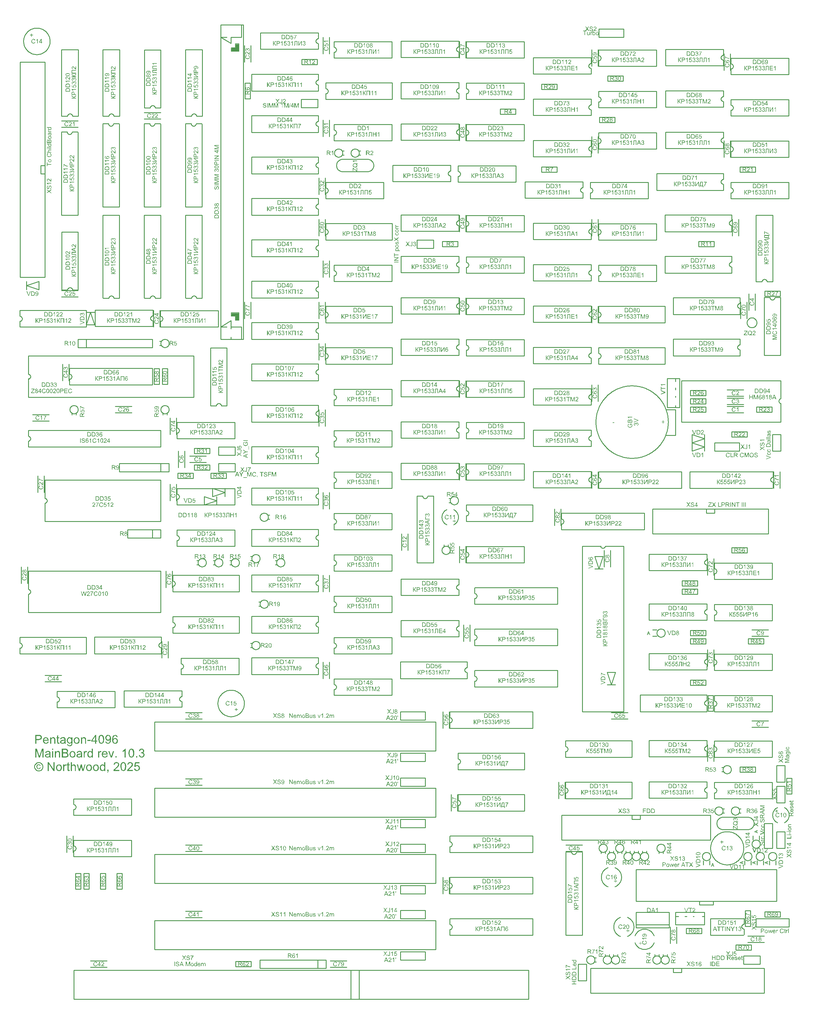
<source format=gto>
G04*
G04  File:            MAINBOARD-V10.3.3.GTO, Thu Sep 04 11:49:13 2025*
G04  Source:          P-CAD 2006 PCB, Version 19.02.958, (D:\PCAD-2006\Projects\Pentagon-4096\Hardware\MainBoard-v10.3.3.PCB)*
G04  Format:          Gerber Format (RS-274-D), ASCII*
G04*
G04  Format Options:  Absolute Positioning*
G04                   Leading-Zero Suppression*
G04                   Scale Factor 1:1*
G04                   NO Circular Interpolation*
G04                   Inch Units*
G04                   Numeric Format: 4.4 (XXXX.XXXX)*
G04                   G54 NOT Used for Aperture Change*
G04                   Apertures Embedded*
G04*
G04  File Options:    Offset = (0.0mil,0.0mil)*
G04                   Drill Symbol Size = 80.0mil*
G04                   No Pad/Via Holes*
G04*
G04  File Contents:   No Pads*
G04                   No Vias*
G04                   Designators*
G04                   Types*
G04                   Values*
G04                   No Drill Symbols*
G04                   Top Silk*
G04*
%INMAINBOARD-V10.3.3.GTO*%
%ICAS*%
%MOIN*%
G04*
G04  Aperture MACROs for general use --- invoked via D-code assignment *
G04*
G04  General MACRO for flashed round with rotation and/or offset hole *
%AMROTOFFROUND*
1,1,$1,0.0000,0.0000*
1,0,$2,$3,$4*%
G04*
G04  General MACRO for flashed oval (obround) with rotation and/or offset hole *
%AMROTOFFOVAL*
21,1,$1,$2,0.0000,0.0000,$3*
1,1,$4,$5,$6*
1,1,$4,0-$5,0-$6*
1,0,$7,$8,$9*%
G04*
G04  General MACRO for flashed oval (obround) with rotation and no hole *
%AMROTOVALNOHOLE*
21,1,$1,$2,0.0000,0.0000,$3*
1,1,$4,$5,$6*
1,1,$4,0-$5,0-$6*%
G04*
G04  General MACRO for flashed rectangle with rotation and/or offset hole *
%AMROTOFFRECT*
21,1,$1,$2,0.0000,0.0000,$3*
1,0,$4,$5,$6*%
G04*
G04  General MACRO for flashed rectangle with rotation and no hole *
%AMROTRECTNOHOLE*
21,1,$1,$2,0.0000,0.0000,$3*%
G04*
G04  General MACRO for flashed rounded-rectangle *
%AMROUNDRECT*
21,1,$1,$2-$4,0.0000,0.0000,$3*
21,1,$1-$4,$2,0.0000,0.0000,$3*
1,1,$4,$5,$6*
1,1,$4,$7,$8*
1,1,$4,0-$5,0-$6*
1,1,$4,0-$7,0-$8*
1,0,$9,$10,$11*%
G04*
G04  General MACRO for flashed rounded-rectangle with rotation and no hole *
%AMROUNDRECTNOHOLE*
21,1,$1,$2-$4,0.0000,0.0000,$3*
21,1,$1-$4,$2,0.0000,0.0000,$3*
1,1,$4,$5,$6*
1,1,$4,$7,$8*
1,1,$4,0-$5,0-$6*
1,1,$4,0-$7,0-$8*%
G04*
G04  General MACRO for flashed regular polygon *
%AMREGPOLY*
5,1,$1,0.0000,0.0000,$2,$3+$4*
1,0,$5,$6,$7*%
G04*
G04  General MACRO for flashed regular polygon with no hole *
%AMREGPOLYNOHOLE*
5,1,$1,0.0000,0.0000,$2,$3+$4*%
G04*
G04  General MACRO for target *
%AMTARGET*
6,0,0,$1,$2,$3,4,$4,$5,$6*%
G04*
G04  General MACRO for mounting hole *
%AMMTHOLE*
1,1,$1,0,0*
1,0,$2,0,0*
$1=$1-$2*
$1=$1/2*
21,1,$2+$1,$3,0,0,$4*
21,1,$3,$2+$1,0,0,$4*%
G04*
G04*
G04  D10 : "Ellipse X8.0mil Y8.0mil H0.0mil 0.0deg (0.0mil,0.0mil) Draw"*
G04  Disc: OuterDia=0.0080*
%ADD10C, 0.0080*%
G04  D11 : "Ellipse X10.0mil Y10.0mil H0.0mil 0.0deg (0.0mil,0.0mil) Draw"*
G04  Disc: OuterDia=0.0100*
%ADD11C, 0.0100*%
G04  D12 : "Ellipse X15.0mil Y15.0mil H0.0mil 0.0deg (0.0mil,0.0mil) Draw"*
G04  Disc: OuterDia=0.0150*
%ADD12C, 0.0150*%
G04  D13 : "Ellipse X25.0mil Y25.0mil H0.0mil 0.0deg (0.0mil,0.0mil) Draw"*
G04  Disc: OuterDia=0.0250*
%ADD13C, 0.0250*%
G04  D14 : "Ellipse X30.0mil Y30.0mil H0.0mil 0.0deg (0.0mil,0.0mil) Draw"*
G04  Disc: OuterDia=0.0300*
%ADD14C, 0.0300*%
G04  D15 : "Ellipse X40.0mil Y40.0mil H0.0mil 0.0deg (0.0mil,0.0mil) Draw"*
G04  Disc: OuterDia=0.0400*
%ADD15C, 0.0400*%
G04  D16 : "Ellipse X5.0mil Y5.0mil H0.0mil 0.0deg (0.0mil,0.0mil) Draw"*
G04  Disc: OuterDia=0.0050*
%ADD16C, 0.0050*%
G04  D17 : "Ellipse X6.0mil Y6.0mil H0.0mil 0.0deg (0.0mil,0.0mil) Draw"*
G04  Disc: OuterDia=0.0060*
%ADD17C, 0.0060*%
G04  D18 : "Ellipse X9.8mil Y9.8mil H0.0mil 0.0deg (0.0mil,0.0mil) Draw"*
G04  Disc: OuterDia=0.0098*
%ADD18C, 0.0098*%
G04  D19 : "Ellipse X110.0mil Y110.0mil H0.0mil 0.0deg (0.0mil,0.0mil) Flash"*
G04  Disc: OuterDia=0.1100*
%ADD19C, 0.1100*%
G04  D20 : "Ellipse X200.0mil Y200.0mil H0.0mil 0.0deg (0.0mil,0.0mil) Flash"*
G04  Disc: OuterDia=0.2000*
%ADD20C, 0.2000*%
G04  D21 : "Ellipse X215.0mil Y215.0mil H0.0mil 0.0deg (0.0mil,0.0mil) Flash"*
G04  Disc: OuterDia=0.2150*
%ADD21C, 0.2150*%
G04  D22 : "Ellipse X50.0mil Y50.0mil H0.0mil 0.0deg (0.0mil,0.0mil) Flash"*
G04  Disc: OuterDia=0.0500*
%ADD22C, 0.0500*%
G04  D23 : "Ellipse X56.0mil Y56.0mil H0.0mil 0.0deg (0.0mil,0.0mil) Flash"*
G04  Disc: OuterDia=0.0560*
%ADD23C, 0.0560*%
G04  D24 : "Ellipse X60.0mil Y60.0mil H0.0mil 0.0deg (0.0mil,0.0mil) Flash"*
G04  Disc: OuterDia=0.0600*
%ADD24C, 0.0600*%
G04  D25 : "Ellipse X64.0mil Y64.0mil H0.0mil 0.0deg (0.0mil,0.0mil) Flash"*
G04  Disc: OuterDia=0.0640*
%ADD25C, 0.0640*%
G04  D26 : "Ellipse X65.0mil Y65.0mil H0.0mil 0.0deg (0.0mil,0.0mil) Flash"*
G04  Disc: OuterDia=0.0650*
%ADD26C, 0.0650*%
G04  D27 : "Ellipse X71.0mil Y71.0mil H0.0mil 0.0deg (0.0mil,0.0mil) Flash"*
G04  Disc: OuterDia=0.0710*
%ADD27C, 0.0710*%
G04  D28 : "Ellipse X75.0mil Y75.0mil H0.0mil 0.0deg (0.0mil,0.0mil) Flash"*
G04  Disc: OuterDia=0.0750*
%ADD28C, 0.0750*%
G04  D29 : "Ellipse X79.0mil Y79.0mil H0.0mil 0.0deg (0.0mil,0.0mil) Flash"*
G04  Disc: OuterDia=0.0790*
%ADD29C, 0.0790*%
G04  D30 : "Ellipse X90.0mil Y90.0mil H0.0mil 0.0deg (0.0mil,0.0mil) Flash"*
G04  Disc: OuterDia=0.0900*
%ADD30C, 0.0900*%
G04  D31 : "Ellipse X95.0mil Y95.0mil H0.0mil 0.0deg (0.0mil,0.0mil) Flash"*
G04  Disc: OuterDia=0.0950*
%ADD31C, 0.0950*%
G04  D32 : "Oval X75.0mil Y87.0mil H0.0mil 0.0deg (0.0mil,0.0mil) Flash"*
G04  Obround: DimX=0.0750, DimY=0.0870, Rotation=0.0, OffsetX=0.0000, OffsetY=0.0000, HoleDia=0.0000 *
%ADD32O, 0.0750 X0.0870*%
G04  D33 : "Oval X90.0mil Y102.0mil H0.0mil 0.0deg (0.0mil,0.0mil) Flash"*
G04  Obround: DimX=0.0900, DimY=0.1020, Rotation=0.0, OffsetX=0.0000, OffsetY=0.0000, HoleDia=0.0000 *
%ADD33O, 0.0900 X0.1020*%
G04  D34 : "Rectangle X110.0mil Y110.0mil H0.0mil 0.0deg (0.0mil,0.0mil) Flash"*
G04  Square: Side=0.1100, Rotation=0.0, OffsetX=0.0000, OffsetY=0.0000, HoleDia=0.0000*
%ADD34R, 0.1100 X0.1100*%
G04  D35 : "Rectangle X50.0mil Y50.0mil H0.0mil 0.0deg (0.0mil,0.0mil) Flash"*
G04  Square: Side=0.0500, Rotation=0.0, OffsetX=0.0000, OffsetY=0.0000, HoleDia=0.0000*
%ADD35R, 0.0500 X0.0500*%
G04  D36 : "Rectangle X56.0mil Y56.0mil H0.0mil 0.0deg (0.0mil,0.0mil) Flash"*
G04  Square: Side=0.0560, Rotation=0.0, OffsetX=0.0000, OffsetY=0.0000, HoleDia=0.0000*
%ADD36R, 0.0560 X0.0560*%
G04  D37 : "Rectangle X60.0mil Y60.0mil H0.0mil 0.0deg (0.0mil,0.0mil) Flash"*
G04  Square: Side=0.0600, Rotation=0.0, OffsetX=0.0000, OffsetY=0.0000, HoleDia=0.0000*
%ADD37R, 0.0600 X0.0600*%
G04  D38 : "Rectangle X64.0mil Y64.0mil H0.0mil 0.0deg (0.0mil,0.0mil) Flash"*
G04  Square: Side=0.0640, Rotation=0.0, OffsetX=0.0000, OffsetY=0.0000, HoleDia=0.0000*
%ADD38R, 0.0640 X0.0640*%
G04  D39 : "Rectangle X65.0mil Y65.0mil H0.0mil 0.0deg (0.0mil,0.0mil) Flash"*
G04  Square: Side=0.0650, Rotation=0.0, OffsetX=0.0000, OffsetY=0.0000, HoleDia=0.0000*
%ADD39R, 0.0650 X0.0650*%
G04  D40 : "Rectangle X71.0mil Y71.0mil H0.0mil 0.0deg (0.0mil,0.0mil) Flash"*
G04  Square: Side=0.0710, Rotation=0.0, OffsetX=0.0000, OffsetY=0.0000, HoleDia=0.0000*
%ADD40R, 0.0710 X0.0710*%
G04  D41 : "Rectangle X75.0mil Y75.0mil H0.0mil 0.0deg (0.0mil,0.0mil) Flash"*
G04  Square: Side=0.0750, Rotation=0.0, OffsetX=0.0000, OffsetY=0.0000, HoleDia=0.0000*
%ADD41R, 0.0750 X0.0750*%
G04  D42 : "Rectangle X75.0mil Y87.0mil H0.0mil 0.0deg (0.0mil,0.0mil) Flash"*
G04  Rectangular: DimX=0.0750, DimY=0.0870, Rotation=0.0, OffsetX=0.0000, OffsetY=0.0000, HoleDia=0.0000 *
%ADD42R, 0.0750 X0.0870*%
G04  D43 : "Rectangle X79.0mil Y79.0mil H0.0mil 0.0deg (0.0mil,0.0mil) Flash"*
G04  Square: Side=0.0790, Rotation=0.0, OffsetX=0.0000, OffsetY=0.0000, HoleDia=0.0000*
%ADD43R, 0.0790 X0.0790*%
G04  D44 : "Rectangle X90.0mil Y102.0mil H0.0mil 0.0deg (0.0mil,0.0mil) Flash"*
G04  Rectangular: DimX=0.0900, DimY=0.1020, Rotation=0.0, OffsetX=0.0000, OffsetY=0.0000, HoleDia=0.0000 *
%ADD44R, 0.0900 X0.1020*%
G04  D45 : "Rectangle X95.0mil Y95.0mil H0.0mil 0.0deg (0.0mil,0.0mil) Flash"*
G04  Square: Side=0.0950, Rotation=0.0, OffsetX=0.0000, OffsetY=0.0000, HoleDia=0.0000*
%ADD45R, 0.0950 X0.0950*%
G04  D46 : "Ellipse X102.0mil Y102.0mil H0.0mil 0.0deg (0.0mil,0.0mil) Flash"*
G04  Disc: OuterDia=0.1020*
%ADD46C, 0.1020*%
G04  D47 : "Ellipse X118.0mil Y118.0mil H0.0mil 0.0deg (0.0mil,0.0mil) Flash"*
G04  Disc: OuterDia=0.1180*
%ADD47C, 0.1180*%
G04  D48 : "Ellipse X133.0mil Y133.0mil H0.0mil 0.0deg (0.0mil,0.0mil) Flash"*
G04  Disc: OuterDia=0.1330*
%ADD48C, 0.1330*%
G04  D49 : "Ellipse X20.0mil Y20.0mil H0.0mil 0.0deg (0.0mil,0.0mil) Flash"*
G04  Disc: OuterDia=0.0200*
%ADD49C, 0.0200*%
G04  D50 : "Ellipse X35.0mil Y35.0mil H0.0mil 0.0deg (0.0mil,0.0mil) Flash"*
G04  Disc: OuterDia=0.0350*
%ADD50C, 0.0350*%
G04  D51 : "Ellipse X55.0mil Y55.0mil H0.0mil 0.0deg (0.0mil,0.0mil) Flash"*
G04  Disc: OuterDia=0.0550*
%ADD51C, 0.0550*%
G04  D52 : "Ellipse X70.0mil Y70.0mil H0.0mil 0.0deg (0.0mil,0.0mil) Flash"*
G04  Disc: OuterDia=0.0700*
%ADD52C, 0.0700*%
G04  D53 : "Ellipse X87.0mil Y87.0mil H0.0mil 0.0deg (0.0mil,0.0mil) Flash"*
G04  Disc: OuterDia=0.0870*
%ADD53C, 0.0870*%
G04*
%FSLAX44Y44*%
%SFA1B1*%
%OFA0.0000B0.0000*%
G04*
G70*
G90*
G01*
D2*
%LNTop Silk*%
%LPD*%
D11*
X103731Y128350*
X103828Y128359D1*
X103922Y128388*
X104009Y128434*
X104084Y128496*
X104147Y128572*
X104193Y128658*
X104221Y128752*
X104231Y128850*
X104221Y128947*
X104193Y129041*
X104147Y129127*
X104084Y129203*
X104009Y129265*
X103922Y129312*
X103828Y129340*
X103731Y129350*
X103633Y129340*
X103540Y129312*
X103453Y129265*
X103377Y129203*
X103315Y129127*
X103269Y129041*
X103240Y128947*
X103231Y128850*
X103240Y128752*
X103269Y128658*
X103315Y128572*
X103377Y128496*
X103453Y128434*
X103540Y128388*
X103633Y128359*
X103731Y128350*
D2*
D10*
D11*
X154375Y125500*
Y123500D1*
X153625D2*
Y125500D1*
D2*
D10*
D11*
X155375Y155500*
Y153500D1*
X154625D2*
Y155500D1*
D2*
D10*
D11*
X155375Y185500*
Y183500D1*
X154625D2*
Y185500D1*
D2*
D10*
D11*
X155375Y206500*
Y204500D1*
X154625D2*
Y206500D1*
D2*
D10*
D11*
X104375Y164000*
Y162000D1*
X103625D2*
Y164000D1*
D2*
D10*
D11*
X107375Y177500*
Y175500D1*
X106625D2*
Y177500D1*
D2*
D10*
D11*
X109812Y115937*
X109187D1*
X109812Y114062D2*
X109187D1*
Y115937*
X109812D2*
Y114062D1*
D2*
D10*
D11*
X108812Y115937*
X108187D1*
X108812Y114062D2*
X108187D1*
Y115937*
X108812D2*
Y114062D1*
D2*
D10*
D11*
X111812Y115937*
X111187D1*
X111812Y114062D2*
X111187D1*
Y115937*
X111812D2*
Y114062D1*
D2*
D10*
D11*
X118625Y142000*
Y144000D1*
X119375D2*
Y142000D1*
D2*
D10*
D11*
X118312Y176937*
X117687D1*
X118312Y175062D2*
X117687D1*
Y176937*
X118312D2*
Y175062D1*
D2*
D10*
D11*
X118750Y171350*
Y171550D1*
X119250Y171350D2*
Y171550D1*
X119000Y171499D2*
X119097Y171509D1*
X119191Y171538*
X119277Y171584*
X119353Y171646*
X119415Y171722*
X119461Y171808*
X119490Y171902*
X119500Y172000*
X119490Y172097*
X119461Y172191*
X119415Y172277*
X119353Y172353*
X119277Y172415*
X119191Y172461*
X119097Y172490*
X119000Y172500*
X118902Y172490*
X118808Y172461*
X118722Y172415*
X118646Y172353*
X118584Y172277*
X118538Y172191*
X118509Y172097*
X118499Y172000*
X118509Y171902*
X118538Y171808*
X118584Y171722*
X118646Y171646*
X118722Y171584*
X118808Y171538*
X118902Y171509*
X119000Y171499*
D2*
D10*
D11*
X119312Y176937*
X118687D1*
X119312Y175062D2*
X118687D1*
Y176937*
X119312D2*
Y175062D1*
D2*
D10*
D11*
X117625Y182000*
Y184000D1*
X118375D2*
Y182000D1*
D2*
D10*
D11*
X120625Y165000*
Y167000D1*
X121375D2*
Y165000D1*
D2*
D10*
D11*
X126850Y153750*
X127050D1*
X126850Y153250D2*
X127050D1*
X126999Y153500D2*
X127009Y153402D1*
X127038Y153308*
X127084Y153222*
X127146Y153146*
X127222Y153084*
X127308Y153038*
X127402Y153009*
X127500Y152999*
X127597Y153009*
X127691Y153038*
X127777Y153084*
X127853Y153146*
X127915Y153222*
X127961Y153308*
X127990Y153402*
X128000Y153500*
X127990Y153597*
X127961Y153691*
X127915Y153777*
X127853Y153853*
X127777Y153915*
X127691Y153961*
X127597Y153990*
X127500Y154000*
X127402Y153990*
X127308Y153961*
X127222Y153915*
X127146Y153853*
X127084Y153777*
X127038Y153691*
X127009Y153597*
X126999Y153500*
D2*
D10*
D11*
X138125Y139500*
Y141500D1*
X138875D2*
Y139500D1*
D2*
D10*
D11*
X138125Y150000*
Y152000D1*
X138875D2*
Y150000D1*
D2*
D10*
D11*
X138125Y160000*
Y162000D1*
X138875D2*
Y160000D1*
D2*
D10*
D11*
Y190000*
Y188000D1*
X138125D2*
Y190000D1*
D2*
D10*
D11*
X138875Y217000*
Y215000D1*
X138125D2*
Y217000D1*
D2*
D10*
D11*
X148375Y157000*
Y155000D1*
X147625D2*
Y157000D1*
D2*
D10*
D11*
X155375Y165500*
Y163500D1*
X154625D2*
Y165500D1*
D2*
D10*
D11*
X155375Y175500*
Y173500D1*
X154625D2*
Y175500D1*
D2*
D10*
D11*
X155375Y216500*
Y214500D1*
X154625D2*
Y216500D1*
D2*
D10*
D11*
X167375Y127000*
Y125000D1*
X166625D2*
Y127000D1*
D2*
D10*
D11*
X166875Y160000*
Y158000D1*
X166125D2*
Y160000D1*
D2*
D10*
D11*
X172750Y106150*
Y105950D1*
X172250Y106150D2*
Y105950D1*
X172500Y106000D2*
X172402Y105990D1*
X172308Y105961*
X172222Y105915*
X172146Y105853*
X172084Y105777*
X172038Y105691*
X172009Y105597*
X171999Y105500*
X172009Y105402*
X172038Y105308*
X172084Y105222*
X172146Y105146*
X172222Y105084*
X172308Y105038*
X172402Y105009*
X172500Y104999*
X172597Y105009*
X172691Y105038*
X172777Y105084*
X172853Y105146*
X172915Y105222*
X172961Y105308*
X172990Y105402*
X173000Y105500*
X172990Y105597*
X172961Y105691*
X172915Y105777*
X172853Y105853*
X172777Y105915*
X172691Y105961*
X172597Y105990*
X172500Y106000*
D2*
D10*
D11*
X173250Y118650*
Y118450D1*
X172750Y118650D2*
Y118450D1*
X173000Y118500D2*
X172902Y118490D1*
X172808Y118461*
X172722Y118415*
X172646Y118353*
X172584Y118277*
X172538Y118191*
X172509Y118097*
X172499Y118000*
X172509Y117902*
X172538Y117808*
X172584Y117722*
X172646Y117646*
X172722Y117584*
X172808Y117538*
X172902Y117509*
X173000Y117499*
X173097Y117509*
X173191Y117538*
X173277Y117584*
X173353Y117646*
X173415Y117722*
X173461Y117808*
X173490Y117902*
X173500Y118000*
X173490Y118097*
X173461Y118191*
X173415Y118277*
X173353Y118353*
X173277Y118415*
X173191Y118461*
X173097Y118490*
X173000Y118500*
D2*
D10*
D11*
X171750Y118350*
Y118550D1*
X172250Y118350D2*
Y118550D1*
X172000Y118499D2*
X172097Y118509D1*
X172191Y118538*
X172277Y118584*
X172353Y118646*
X172415Y118722*
X172461Y118808*
X172490Y118902*
X172500Y119000*
X172490Y119097*
X172461Y119191*
X172415Y119277*
X172353Y119353*
X172277Y119415*
X172191Y119461*
X172097Y119490*
X172000Y119500*
X171902Y119490*
X171808Y119461*
X171722Y119415*
X171646Y119353*
X171584Y119277*
X171538Y119191*
X171509Y119097*
X171499Y119000*
X171509Y118902*
X171538Y118808*
X171584Y118722*
X171646Y118646*
X171722Y118584*
X171808Y118538*
X171902Y118509*
X172000Y118499*
D2*
D10*
D11*
X173500Y140250*
X172500D1*
X173500Y138750D2*
X172500D1*
X173500Y140250D2*
X173000Y138750D1*
X172500Y140250*
D2*
D10*
D11*
X172125Y153000*
Y155000D1*
X172875D2*
Y153000D1*
D2*
D10*
D11*
X175250Y118650*
Y118450D1*
X174750Y118650D2*
Y118450D1*
X175000Y118500D2*
X174902Y118490D1*
X174808Y118461*
X174722Y118415*
X174646Y118353*
X174584Y118277*
X174538Y118191*
X174509Y118097*
X174499Y118000*
X174509Y117902*
X174538Y117808*
X174584Y117722*
X174646Y117646*
X174722Y117584*
X174808Y117538*
X174902Y117509*
X175000Y117499*
X175097Y117509*
X175191Y117538*
X175277Y117584*
X175353Y117646*
X175415Y117722*
X175461Y117808*
X175490Y117902*
X175500Y118000*
X175490Y118097*
X175461Y118191*
X175415Y118277*
X175353Y118353*
X175277Y118415*
X175191Y118461*
X175097Y118490*
X175000Y118500*
D2*
D10*
D11*
X176250Y118650*
Y118450D1*
X175750Y118650D2*
Y118450D1*
X176000Y118500D2*
X175902Y118490D1*
X175808Y118461*
X175722Y118415*
X175646Y118353*
X175584Y118277*
X175538Y118191*
X175509Y118097*
X175499Y118000*
X175509Y117902*
X175538Y117808*
X175584Y117722*
X175646Y117646*
X175722Y117584*
X175808Y117538*
X175902Y117509*
X176000Y117499*
X176097Y117509*
X176191Y117538*
X176277Y117584*
X176353Y117646*
X176415Y117722*
X176461Y117808*
X176490Y117902*
X176500Y118000*
X176490Y118097*
X176461Y118191*
X176415Y118277*
X176353Y118353*
X176277Y118415*
X176191Y118461*
X176097Y118490*
X176000Y118500*
D2*
D10*
D11*
X178750Y106150*
Y105950D1*
X178250Y106150D2*
Y105950D1*
X178500Y106000D2*
X178402Y105990D1*
X178308Y105961*
X178222Y105915*
X178146Y105853*
X178084Y105777*
X178038Y105691*
X178009Y105597*
X177999Y105500*
X178009Y105402*
X178038Y105308*
X178084Y105222*
X178146Y105146*
X178222Y105084*
X178308Y105038*
X178402Y105009*
X178500Y104999*
X178597Y105009*
X178691Y105038*
X178777Y105084*
X178853Y105146*
X178915Y105222*
X178961Y105308*
X178990Y105402*
X179000Y105500*
X178990Y105597*
X178961Y105691*
X178915Y105777*
X178853Y105853*
X178777Y105915*
X178691Y105961*
X178597Y105990*
X178500Y106000*
D2*
D10*
D11*
X184875Y117500*
Y117000D1*
X184125Y117500D2*
Y117000D1*
X185000Y118000D2*
X184990Y118097D1*
X184961Y118191*
X184915Y118277*
X184853Y118353*
X184777Y118415*
X184691Y118461*
X184597Y118490*
X184500Y118500*
X184402Y118490*
X184308Y118461*
X184222Y118415*
X184146Y118353*
X184084Y118277*
X184038Y118191*
X184009Y118097*
X183999Y118000*
X184009Y117902*
X184038Y117808*
X184084Y117722*
X184146Y117646*
X184222Y117584*
X184308Y117538*
X184402Y117509*
X184500Y117499*
X184597Y117509*
X184691Y117538*
X184777Y117584*
X184853Y117646*
X184915Y117722*
X184961Y117808*
X184990Y117902*
X185000Y118000*
D2*
D17*
X185400Y116793*
X185250Y117187D1*
X185100Y116793*
X185156Y116925D2*
X185343D1*
D2*
D10*
D11*
X184625Y129500*
Y131500D1*
X185375D2*
Y129500D1*
D2*
D10*
D11*
Y143000*
Y141000D1*
X184625D2*
Y143000D1*
D2*
D10*
D11*
X184687Y135562*
X185312D1*
X184687Y137437D2*
X185312D1*
Y135562*
X184687D2*
Y137437D1*
D2*
D10*
D11*
X185375Y154000*
Y152000D1*
X184625D2*
Y154000D1*
D2*
D10*
D11*
X187375Y204500*
Y202500D1*
X186625D2*
Y204500D1*
D2*
D10*
D11*
X187375Y215000*
Y213000D1*
X186625D2*
Y215000D1*
D2*
D10*
D11*
X190125Y120000*
Y120500D1*
X190875Y120000D2*
Y120500D1*
X189999Y119500D2*
X190009Y119402D1*
X190038Y119308*
X190084Y119222*
X190146Y119146*
X190222Y119084*
X190308Y119038*
X190402Y119009*
X190500Y118999*
X190597Y119009*
X190691Y119038*
X190777Y119084*
X190853Y119146*
X190915Y119222*
X190961Y119308*
X190990Y119402*
X191000Y119500*
X190990Y119597*
X190961Y119691*
X190915Y119777*
X190853Y119853*
X190777Y119915*
X190691Y119961*
X190597Y119990*
X190500Y120000*
X190402Y119990*
X190308Y119961*
X190222Y119915*
X190146Y119853*
X190084Y119777*
X190038Y119691*
X190009Y119597*
X189999Y119500*
D2*
D17*
X190706Y121150*
X190312Y121000D1*
X190706Y120850*
X190575Y120906D2*
Y121093D1*
D2*
D11*
D10*
D11*
X189625Y184000*
Y186000D1*
X190375D2*
Y184000D1*
D2*
D10*
D11*
X193077Y123906*
X192990Y123860D1*
X192907Y123805*
X192831Y123743*
X192761Y123674*
X192698Y123598*
X192643Y123516*
X192596Y123429*
X192559Y123338*
X192530Y123244*
X192510Y123147*
X192501Y123049*
Y122950*
X192510Y122852*
X192530Y122755*
X192559Y122661*
X192596Y122570*
X192643Y122483*
X192698Y122401*
X192761Y122325*
X192831Y122256*
X192907Y122194*
X192990Y122139*
X193077Y122093*
X193922D2*
X194009Y122139D1*
X194092Y122194*
X194168Y122256*
X194238Y122325*
X194301Y122401*
X194356Y122483*
X194403Y122570*
X194440Y122661*
X194469Y122755*
X194489Y122852*
X194498Y122950*
Y123049*
X194489Y123147*
X194469Y123244*
X194440Y123338*
X194403Y123429*
X194356Y123516*
X194301Y123598*
X194238Y123674*
X194168Y123743*
X194092Y123805*
X194009Y123860*
X193922Y123906*
D2*
D10*
D11*
X194000Y129000*
X193000D1*
Y127000D2*
X194000D1*
Y129000*
X193000D2*
Y127000D1*
D2*
D10*
D11*
X192625Y162500*
Y164500D1*
X193375D2*
Y162500D1*
D2*
D10*
D11*
X109500Y182250*
X110500D1*
X109500Y183750D2*
X110500D1*
X109500Y182250D2*
X110000Y183750D1*
X110500Y182250*
D2*
D10*
D11*
X138875Y207000*
Y205000D1*
X138125D2*
Y207000D1*
D2*
D10*
D11*
X155375Y195500*
Y193500D1*
X154625D2*
Y195500D1*
D2*
D10*
D11*
X180125Y107500*
Y109500D1*
X180875D2*
Y107500D1*
D2*
D10*
D11*
X187625Y193000*
Y195000D1*
X188375D2*
Y193000D1*
D2*
D10*
D11*
X189187Y109562*
X189812D1*
X189187Y111437D2*
X189812D1*
Y109562*
X189187D2*
Y111437D1*
D2*
D10*
D11*
X193000Y119000*
X194000D1*
Y121000D2*
X193000D1*
Y119000*
X194000D2*
Y121000D1*
D2*
D10*
D11*
X106500Y139125*
X104500D1*
Y139875D2*
X106500D1*
D2*
D10*
D11*
X119875Y152500*
Y150500D1*
X119125D2*
Y152500D1*
D2*
D10*
D11*
X118500Y156500*
Y157500D1*
X117500Y156500D2*
Y157500D1*
X114500D2*
Y156500D1*
X118500*
Y157500D2*
X114500D1*
D2*
D10*
D11*
X113000Y172375*
X115000D1*
Y171625D2*
X113000D1*
D2*
D10*
D11*
X116500Y207875*
X118500D1*
Y207125D2*
X116500D1*
D2*
D10*
D11*
X130350Y148750*
X130550D1*
X130350Y148250D2*
X130550D1*
X130499Y148500D2*
X130509Y148402D1*
X130538Y148308*
X130584Y148222*
X130646Y148146*
X130722Y148084*
X130808Y148038*
X130902Y148009*
X131000Y147999*
X131097Y148009*
X131191Y148038*
X131277Y148084*
X131353Y148146*
X131415Y148222*
X131461Y148308*
X131490Y148402*
X131500Y148500*
X131490Y148597*
X131461Y148691*
X131415Y148777*
X131353Y148853*
X131277Y148915*
X131191Y148961*
X131097Y148990*
X131000Y149000*
X130902Y148990*
X130808Y148961*
X130722Y148915*
X130646Y148853*
X130584Y148777*
X130538Y148691*
X130509Y148597*
X130499Y148500*
D2*
D10*
D11*
X124562Y164312*
Y163687D1*
X126437Y164312D2*
Y163687D1*
X124562*
Y164312D2*
X126437D1*
D2*
D10*
D11*
X124000Y165625*
X122000D1*
Y166375D2*
X124000D1*
D2*
D10*
D11*
X122562Y167312*
Y166687D1*
X124437Y167312D2*
Y166687D1*
X122562*
Y167312D2*
X124437D1*
D2*
D10*
D11*
X142650Y202750*
X142450D1*
X142650Y203250D2*
X142450D1*
X142500Y203000D2*
X142490Y203097D1*
X142461Y203191*
X142415Y203277*
X142353Y203353*
X142277Y203415*
X142191Y203461*
X142097Y203490*
X142000Y203500*
X141902Y203490*
X141808Y203461*
X141722Y203415*
X141646Y203353*
X141584Y203277*
X141538Y203191*
X141509Y203097*
X141499Y203000*
X141509Y202902*
X141538Y202808*
X141584Y202722*
X141646Y202646*
X141722Y202584*
X141808Y202538*
X141902Y202509*
X142000Y202499*
X142097Y202509*
X142191Y202538*
X142277Y202584*
X142353Y202646*
X142415Y202722*
X142461Y202808*
X142490Y202902*
X142500Y203000*
D2*
D10*
D11*
X140650Y202750*
X140450D1*
X140650Y203250D2*
X140450D1*
X140500Y203000D2*
X140490Y203097D1*
X140461Y203191*
X140415Y203277*
X140353Y203353*
X140277Y203415*
X140191Y203461*
X140097Y203490*
X140000Y203500*
X139902Y203490*
X139808Y203461*
X139722Y203415*
X139646Y203353*
X139584Y203277*
X139538Y203191*
X139509Y203097*
X139499Y203000*
X139509Y202902*
X139538Y202808*
X139584Y202722*
X139646Y202646*
X139722Y202584*
X139808Y202538*
X139902Y202509*
X140000Y202499*
X140097Y202509*
X140191Y202538*
X140277Y202584*
X140353Y202646*
X140415Y202722*
X140461Y202808*
X140490Y202902*
X140500Y203000*
D2*
D10*
D11*
X135562Y214312*
Y213687D1*
X137437Y214312D2*
Y213687D1*
X135562*
Y214312D2*
X137437D1*
D2*
D10*
D11*
X150500Y119500*
Y118500D1*
X147500D2*
Y119500D1*
X150500Y118500D2*
X147500D1*
Y119500D2*
X150500D1*
D2*
D10*
D11*
Y122500*
Y121500D1*
X147500D2*
Y122500D1*
X150500Y121500D2*
X147500D1*
Y122500D2*
X150500D1*
D2*
D10*
D11*
Y127500*
Y126500D1*
X147500D2*
Y127500D1*
X150500Y126500D2*
X147500D1*
Y127500D2*
X150500D1*
D2*
D10*
D11*
Y130500*
Y129500D1*
X147500D2*
Y130500D1*
X150500Y129500D2*
X147500D1*
Y130500D2*
X150500D1*
D2*
D10*
D11*
X161437Y207687*
Y208312D1*
X159562Y207687D2*
Y208312D1*
X161437*
Y207687D2*
X159562D1*
D2*
D10*
D11*
X166437Y210687*
Y211312D1*
X164562Y210687D2*
Y211312D1*
X166437*
Y210687D2*
X164562D1*
D2*
D10*
D11*
X174918Y110650*
X175010Y110612D1*
X175099Y110567*
X175184Y110514*
X175264Y110455*
X175339Y110390*
X175409Y110319*
X175473Y110242*
X175530Y110160*
X175580Y110074*
X175623Y109984*
X175659Y109891*
X175687Y109796*
X175707Y109698*
X175719Y109599*
X175723Y109500*
X175719Y109400*
X175707Y109301*
X175687Y109203*
X175659Y109108*
X175623Y109015*
X175580Y108925*
X175530Y108839*
X175473Y108757*
X175409Y108680*
X175339Y108609*
X175264Y108544*
X175184Y108485*
X175099Y108432*
X175010Y108387*
X174918Y108349*
X174081D2*
X173989Y108387D1*
X173900Y108432*
X173815Y108485*
X173735Y108544*
X173660Y108609*
X173590Y108680*
X173526Y108757*
X173469Y108839*
X173419Y108925*
X173376Y109015*
X173340Y109108*
X173312Y109203*
X173292Y109301*
X173280Y109400*
X173276Y109500*
X173280Y109599*
X173292Y109698*
X173312Y109796*
X173340Y109891*
X173376Y109984*
X173419Y110074*
X173469Y110160*
X173526Y110242*
X173590Y110319*
X173660Y110390*
X173735Y110455*
X173815Y110514*
X173900Y110567*
X173989Y110612*
X174081Y110650*
D2*
D10*
D11*
X173418Y114349*
X173510Y114387D1*
X173599Y114432*
X173684Y114485*
X173764Y114544*
X173839Y114609*
X173909Y114680*
X173973Y114757*
X174030Y114839*
X174080Y114925*
X174123Y115015*
X174159Y115108*
X174187Y115203*
X174207Y115301*
X174219Y115400*
X174223Y115500*
X174219Y115599*
X174207Y115698*
X174187Y115796*
X174159Y115891*
X174123Y115984*
X174080Y116074*
X174030Y116160*
X173973Y116242*
X173909Y116319*
X173839Y116390*
X173764Y116455*
X173684Y116514*
X173599Y116567*
X173510Y116612*
X173418Y116650*
X172581D2*
X172489Y116612D1*
X172400Y116567*
X172315Y116514*
X172235Y116455*
X172160Y116390*
X172090Y116319*
X172026Y116242*
X171969Y116160*
X171919Y116074*
X171876Y115984*
X171840Y115891*
X171812Y115796*
X171792Y115698*
X171780Y115599*
X171776Y115500*
X171780Y115400*
X171792Y115301*
X171812Y115203*
X171840Y115108*
X171876Y115015*
X171919Y114925*
X171969Y114839*
X172026Y114757*
X172090Y114680*
X172160Y114609*
X172235Y114544*
X172315Y114485*
X172400Y114432*
X172489Y114387*
X172581Y114349*
D2*
D10*
D11*
X178750Y118350*
Y118550D1*
X179250Y118350D2*
Y118550D1*
X179000Y118499D2*
X179097Y118509D1*
X179191Y118538*
X179277Y118584*
X179353Y118646*
X179415Y118722*
X179461Y118808*
X179490Y118902*
X179500Y119000*
X179490Y119097*
X179461Y119191*
X179415Y119277*
X179353Y119353*
X179277Y119415*
X179191Y119461*
X179097Y119490*
X179000Y119500*
X178902Y119490*
X178808Y119461*
X178722Y119415*
X178646Y119353*
X178584Y119277*
X178538Y119191*
X178509Y119097*
X178499Y119000*
X178509Y118902*
X178538Y118808*
X178584Y118722*
X178646Y118646*
X178722Y118584*
X178808Y118538*
X178902Y118509*
X179000Y118499*
D2*
D10*
D11*
X178000Y144625*
X178500D1*
X178000Y145375D2*
X178500D1*
X179000Y144499D2*
X179097Y144509D1*
X179191Y144538*
X179277Y144584*
X179353Y144646*
X179415Y144722*
X179461Y144808*
X179490Y144902*
X179500Y145000*
X179490Y145097*
X179461Y145191*
X179415Y145277*
X179353Y145353*
X179277Y145415*
X179191Y145461*
X179097Y145490*
X179000Y145500*
X178902Y145490*
X178808Y145461*
X178722Y145415*
X178646Y145353*
X178584Y145277*
X178538Y145191*
X178509Y145097*
X178499Y145000*
X178509Y144902*
X178538Y144808*
X178584Y144722*
X178646Y144646*
X178722Y144584*
X178808Y144538*
X178902Y144509*
X179000Y144499*
D2*
D17*
X177650Y144793*
X177500Y145187D1*
X177350Y144793*
X177406Y144925D2*
X177593D1*
D2*
D11*
D10*
D11*
X171375Y164500*
Y162500D1*
X170625D2*
Y164500D1*
D2*
D10*
D11*
X172562Y212312*
Y211687D1*
X174437Y212312D2*
Y211687D1*
X172562*
Y212312D2*
X174437D1*
D2*
D10*
D11*
X171375Y215500*
Y213500D1*
X170625D2*
Y215500D1*
D2*
D10*
D11*
X188062Y107312*
Y106687D1*
X189937Y107312D2*
Y106687D1*
X188062*
Y107312D2*
X189937D1*
D2*
D10*
D11*
X186500Y121250*
X186402Y121256D1*
X186305Y121275*
X186212Y121307*
X186125Y121350*
X186043Y121404*
X185969Y121469*
X185904Y121543*
X185850Y121625*
X185807Y121712*
X185775Y121805*
X185756Y121902*
X185750Y122000*
X185756Y122097*
X185775Y122194*
X185807Y122287*
X185850Y122375*
X185904Y122456*
X185969Y122530*
X186043Y122595*
X186125Y122649*
X186212Y122692*
X186305Y122724*
X186402Y122743*
X186500Y122750*
X189500D2*
X189597Y122743D1*
X189694Y122724*
X189787Y122692*
X189875Y122649*
X189956Y122595*
X190030Y122530*
X190095Y122456*
X190149Y122375*
X190192Y122287*
X190224Y122194*
X190243Y122097*
X190250Y122000*
X190243Y121902*
X190224Y121805*
X190192Y121712*
X190149Y121625*
X190095Y121543*
X190030Y121469*
X189956Y121404*
X189875Y121350*
X189787Y121307*
X189694Y121275*
X189597Y121256*
X189500Y121250*
X186500D2*
X189500D1*
X186500Y122750D2*
X189500D1*
D2*
D10*
D11*
X192000Y133625*
X190000D1*
Y134375D2*
X192000D1*
D2*
D10*
D11*
X184437Y138687*
Y139312D1*
X182562Y138687D2*
Y139312D1*
X184437*
Y138687D2*
X182562D1*
D2*
D10*
D11*
X190000Y145375*
X192000D1*
Y144625D2*
X190000D1*
D2*
D10*
D11*
X184437Y144687*
Y145312D1*
X182562Y144687D2*
Y145312D1*
X184437*
Y144687D2*
X182562D1*
D2*
D10*
D11*
X189437Y154687*
Y155312D1*
X187562Y154687D2*
Y155312D1*
X189437*
Y154687D2*
X187562D1*
D2*
D10*
D11*
Y169312*
Y168687D1*
X189437Y169312D2*
Y168687D1*
X187562*
Y169312D2*
X189437D1*
D2*
D10*
D11*
X189000Y171625*
X187000D1*
Y172375D2*
X189000D1*
D2*
D10*
D11*
X187000Y173375*
X189000D1*
Y172625D2*
X187000D1*
D2*
D10*
D11*
X182562Y173312*
Y172687D1*
X184437Y173312D2*
Y172687D1*
X182562*
Y173312D2*
X184437D1*
D2*
D10*
D11*
Y171687*
Y172312D1*
X182562Y171687D2*
Y172312D1*
X184437*
Y171687D2*
X182562D1*
D2*
D10*
D11*
X107875Y120500*
Y118500D1*
X107125D2*
Y120500D1*
D2*
D10*
D11*
X102375Y153000*
Y151000D1*
X101625D2*
Y153000D1*
D2*
D10*
D11*
X103000Y171375*
X105000D1*
Y170625D2*
X103000D1*
D2*
D10*
D11*
X107750Y171350*
Y171550D1*
X108250Y171350D2*
Y171550D1*
X108000Y171499D2*
X108097Y171509D1*
X108191Y171538*
X108277Y171584*
X108353Y171646*
X108415Y171722*
X108461Y171808*
X108490Y171902*
X108500Y172000*
X108490Y172097*
X108461Y172191*
X108415Y172277*
X108353Y172353*
X108277Y172415*
X108191Y172461*
X108097Y172490*
X108000Y172500*
X107902Y172490*
X107808Y172461*
X107722Y172415*
X107646Y172353*
X107584Y172277*
X107538Y172191*
X107509Y172097*
X107499Y172000*
X107509Y171902*
X107538Y171808*
X107584Y171722*
X107646Y171646*
X107722Y171584*
X107808Y171538*
X107902Y171509*
X108000Y171499*
D2*
D10*
D11*
X103750Y186500*
Y187500D1*
X102250Y186500D2*
Y187500D1*
X103750Y186500D2*
X102250Y187000D1*
X103750Y187500*
D2*
D10*
D11*
X106500Y186375*
X108500D1*
Y185625D2*
X106500D1*
D2*
D10*
D11*
Y206875*
X108500D1*
Y206125D2*
X106500D1*
D2*
D10*
D11*
X112000Y104625*
X110000D1*
Y105375D2*
X112000D1*
D2*
D10*
D11*
X113812Y115937*
X113187D1*
X113812Y114062D2*
X113187D1*
Y115937*
X113812D2*
Y114062D1*
D2*
D10*
D18*
X121051Y136723*
X120958Y136738D1*
X120874Y136780*
X120808Y136847*
X120765Y136930*
X120751Y137023*
X120765Y137116*
X120808Y137199*
X120874Y137266*
X120958Y137308*
X121051Y137323*
Y136723D2*
Y136039D1*
X114043Y138007D2*
X121051D1*
Y136039D2*
X114043D1*
X121051Y138007D2*
Y137323D1*
X114043Y136039D2*
Y138007D1*
D2*
D10*
D11*
X113500Y164500*
Y165500D1*
X118500D2*
Y164500D1*
X119500Y165500D2*
Y164500D1*
X113500Y165500D2*
X119500D1*
Y164500D2*
X113500D1*
D2*
D10*
D11*
X120375Y163000*
Y161000D1*
X119625D2*
Y163000D1*
D2*
D10*
D11*
X118350Y180250*
X118550D1*
X118350Y179750D2*
X118550D1*
X118499Y180000D2*
X118509Y179902D1*
X118538Y179808*
X118584Y179722*
X118646Y179646*
X118722Y179584*
X118808Y179538*
X118902Y179509*
X119000Y179499*
X119097Y179509*
X119191Y179538*
X119277Y179584*
X119353Y179646*
X119415Y179722*
X119461Y179808*
X119490Y179902*
X119500Y180000*
X119490Y180097*
X119461Y180191*
X119415Y180277*
X119353Y180353*
X119277Y180415*
X119191Y180461*
X119097Y180490*
X119000Y180500*
X118902Y180490*
X118808Y180461*
X118722Y180415*
X118646Y180353*
X118584Y180277*
X118538Y180191*
X118509Y180097*
X118499Y180000*
D2*
D10*
D18*
X112823Y207448*
X112808Y207541D1*
X112766Y207625*
X112699Y207691*
X112616Y207734*
X112523Y207748*
X112430Y207734*
X112347Y207691*
X112280Y207625*
X112238Y207541*
X112223Y207448*
X111500*
X113508Y215500D2*
Y207449D1*
X111500D2*
Y215500D1*
X113507Y207448D2*
X112823D1*
X111500Y215500D2*
X113500D1*
D2*
D10*
D18*
X117223Y208448*
X117238Y208541D1*
X117280Y208625*
X117347Y208691*
X117430Y208734*
X117523Y208748*
X117616Y208734*
X117699Y208691*
X117766Y208625*
X117808Y208541*
X117823Y208448*
X117223D2*
X116539D1*
X118507Y215456D2*
Y208448D1*
X116539D2*
Y215456D1*
X118507Y208448D2*
X117823D1*
X116539Y215456D2*
X118507D1*
D2*
D10*
D11*
X129437Y104687*
Y105312D1*
X127562Y104687D2*
Y105312D1*
X129437*
Y104687D2*
X127562D1*
D2*
D10*
D11*
X127000Y134900*
X127099Y134903D1*
X127198Y134912*
X127296Y134928*
X127393Y134949*
X127489Y134977*
X127583Y135010*
X127674Y135049*
X127763Y135094*
X127849Y135144*
X127932Y135200*
X128011Y135260*
X128086Y135325*
X128157Y135395*
X128223Y135469*
X128285Y135547*
X128341Y135629*
X128393Y135714*
X128439Y135802*
X128480Y135893*
X128514Y135986*
X128543Y136082*
X128566Y136178*
X128583Y136276*
X128594Y136375*
X128599Y136475*
X128597Y136574*
X128590Y136673*
X128576Y136772*
X128556Y136869*
X128530Y136965*
X128498Y137060*
X128460Y137152*
X128417Y137241*
X128368Y137328*
X128314Y137411*
X128254Y137491*
X128190Y137567*
X128122Y137639*
X128049Y137707*
X127972Y137770*
X127891Y137828*
X127806Y137881*
X127719Y137928*
X127629Y137970*
X127536Y138006*
X127441Y138037*
X127345Y138061*
X127247Y138080*
X127149Y138092*
X127049Y138098*
X126950*
X126850Y138092*
X126752Y138080*
X126654Y138061*
X126558Y138037*
X126463Y138006*
X126370Y137970*
X126280Y137928*
X126193Y137881*
X126108Y137828*
X126027Y137770*
X125950Y137707*
X125877Y137639*
X125809Y137567*
X125745Y137491*
X125685Y137411*
X125631Y137328*
X125582Y137241*
X125539Y137152*
X125501Y137060*
X125469Y136965*
X125443Y136869*
X125423Y136772*
X125409Y136673*
X125402Y136574*
X125400Y136475*
X125405Y136375*
X125416Y136276*
X125433Y136178*
X125456Y136082*
X125485Y135986*
X125519Y135893*
X125560Y135802*
X125606Y135714*
X125658Y135629*
X125714Y135547*
X125776Y135469*
X125842Y135395*
X125913Y135325*
X125988Y135260*
X126067Y135200*
X126150Y135144*
X126236Y135094*
X126325Y135049*
X126416Y135010*
X126510Y134977*
X126606Y134949*
X126703Y134928*
X126801Y134912*
X126900Y134903*
X127000Y134900*
D2*
D10*
D11*
X129350Y143750*
X129550D1*
X129350Y143250D2*
X129550D1*
X129499Y143500D2*
X129509Y143402D1*
X129538Y143308*
X129584Y143222*
X129646Y143146*
X129722Y143084*
X129808Y143038*
X129902Y143009*
X130000Y142999*
X130097Y143009*
X130191Y143038*
X130277Y143084*
X130353Y143146*
X130415Y143222*
X130461Y143308*
X130490Y143402*
X130500Y143500*
X130490Y143597*
X130461Y143691*
X130415Y143777*
X130353Y143853*
X130277Y143915*
X130191Y143961*
X130097Y143990*
X130000Y144000*
X129902Y143990*
X129808Y143961*
X129722Y143915*
X129646Y143853*
X129584Y143777*
X129538Y143691*
X129509Y143597*
X129499Y143500*
D2*
D10*
D11*
X122850Y153750*
X123050D1*
X122850Y153250D2*
X123050D1*
X122999Y153500D2*
X123009Y153402D1*
X123038Y153308*
X123084Y153222*
X123146Y153146*
X123222Y153084*
X123308Y153038*
X123402Y153009*
X123500Y152999*
X123597Y153009*
X123691Y153038*
X123777Y153084*
X123853Y153146*
X123915Y153222*
X123961Y153308*
X123990Y153402*
X124000Y153500*
X123990Y153597*
X123961Y153691*
X123915Y153777*
X123853Y153853*
X123777Y153915*
X123691Y153961*
X123597Y153990*
X123500Y154000*
X123402Y153990*
X123308Y153961*
X123222Y153915*
X123146Y153853*
X123084Y153777*
X123038Y153691*
X123009Y153597*
X122999Y153500*
D2*
D10*
D11*
X124850Y153750*
X125050D1*
X124850Y153250D2*
X125050D1*
X124999Y153500D2*
X125009Y153402D1*
X125038Y153308*
X125084Y153222*
X125146Y153146*
X125222Y153084*
X125308Y153038*
X125402Y153009*
X125500Y152999*
X125597Y153009*
X125691Y153038*
X125777Y153084*
X125853Y153146*
X125915Y153222*
X125961Y153308*
X125990Y153402*
X126000Y153500*
X125990Y153597*
X125961Y153691*
X125915Y153777*
X125853Y153853*
X125777Y153915*
X125691Y153961*
X125597Y153990*
X125500Y154000*
X125402Y153990*
X125308Y153961*
X125222Y153915*
X125146Y153853*
X125084Y153777*
X125038Y153691*
X125009Y153597*
X124999Y153500*
D2*
D10*
D11*
X129350Y154250*
X129550D1*
X129350Y153750D2*
X129550D1*
X129499Y154000D2*
X129509Y153902D1*
X129538Y153808*
X129584Y153722*
X129646Y153646*
X129722Y153584*
X129808Y153538*
X129902Y153509*
X130000Y153499*
X130097Y153509*
X130191Y153538*
X130277Y153584*
X130353Y153646*
X130415Y153722*
X130461Y153808*
X130490Y153902*
X130500Y154000*
X130490Y154097*
X130461Y154191*
X130415Y154277*
X130353Y154353*
X130277Y154415*
X130191Y154461*
X130097Y154490*
X130000Y154500*
X129902Y154490*
X129808Y154461*
X129722Y154415*
X129646Y154353*
X129584Y154277*
X129538Y154191*
X129509Y154097*
X129499Y154000*
D2*
D10*
D11*
X124750Y162500*
Y161500D1*
X126250Y162500D2*
Y161500D1*
X124750Y162500D2*
X126250Y162000D1*
X124750Y161500*
D2*
D10*
D11*
X122562Y165312*
Y164687D1*
X124437Y165312D2*
Y164687D1*
X122562*
Y165312D2*
X124437D1*
D2*
D10*
D11*
X125500Y166500*
Y167500D1*
X127500D2*
Y166500D1*
X125500*
Y167500D2*
X127500D1*
D2*
D10*
D11*
X125500Y164500*
Y165500D1*
X127500D2*
Y164500D1*
X125500*
Y165500D2*
X127500D1*
D2*
D10*
D18*
X125823Y172448*
X125808Y172541D1*
X125766Y172625*
X125699Y172691*
X125616Y172734*
X125523Y172748*
X125430Y172734*
X125347Y172691*
X125280Y172625*
X125238Y172541*
X125223Y172448*
X124539*
X126507Y179456D2*
Y172448D1*
X124539D2*
Y179456D1*
X126507Y172448D2*
X125823D1*
X124539Y179456D2*
X126507D1*
D2*
D10*
D11*
X129375Y185000*
Y183000D1*
X128625D2*
Y185000D1*
D2*
D10*
D11*
X128687Y209562*
X129312D1*
X128687Y211437D2*
X129312D1*
Y209562*
X128687D2*
Y211437D1*
D2*
D10*
D11*
X128625Y214000*
Y216000D1*
X129375D2*
Y214000D1*
D2*
D10*
D11*
X139000Y105375*
X141000D1*
Y104625D2*
X139000D1*
D2*
D10*
D11*
X138375Y180000*
Y178000D1*
X137625D2*
Y180000D1*
D2*
D10*
D11*
Y170000*
Y172000D1*
X138375D2*
Y170000D1*
D2*
D10*
D11*
Y185000*
Y183000D1*
X137625D2*
Y185000D1*
D2*
D10*
D11*
X140500Y200750*
X140402Y200756D1*
X140305Y200775*
X140212Y200807*
X140125Y200850*
X140043Y200904*
X139969Y200969*
X139904Y201043*
X139850Y201125*
X139807Y201212*
X139775Y201305*
X139756Y201402*
X139750Y201500*
X139756Y201597*
X139775Y201694*
X139807Y201787*
X139850Y201875*
X139904Y201956*
X139969Y202030*
X140043Y202095*
X140125Y202149*
X140212Y202192*
X140305Y202224*
X140402Y202243*
X140500Y202250*
X143500D2*
X143597Y202243D1*
X143694Y202224*
X143787Y202192*
X143875Y202149*
X143956Y202095*
X144030Y202030*
X144095Y201956*
X144149Y201875*
X144192Y201787*
X144224Y201694*
X144243Y201597*
X144250Y201500*
X144243Y201402*
X144224Y201305*
X144192Y201212*
X144149Y201125*
X144095Y201043*
X144030Y200969*
X143956Y200904*
X143875Y200850*
X143787Y200807*
X143694Y200775*
X143597Y200756*
X143500Y200750*
X140500D2*
X143500D1*
X140500Y202250D2*
X143500D1*
D2*
D10*
D11*
X138375Y200000*
Y198000D1*
X137625D2*
Y200000D1*
D2*
D10*
D11*
X153375Y115500*
Y113500D1*
X152625D2*
Y115500D1*
D2*
D10*
D18*
X155551Y140223*
X155458Y140238D1*
X155374Y140280*
X155308Y140347*
X155265Y140430*
X155251Y140523*
X155265Y140616*
X155308Y140699*
X155374Y140766*
X155458Y140808*
X155551Y140823*
Y140223D2*
Y139500D1*
X147500Y141508D2*
X155551D1*
Y139500D2*
X147500D1*
X155551Y141507D2*
Y140823D1*
X147500Y139500D2*
Y141500D1*
D2*
D10*
D11*
X150500Y135500*
Y134500D1*
X147500D2*
Y135500D1*
X150500Y134500D2*
X147500D1*
Y135500D2*
X150500D1*
D2*
D10*
D18*
X154551Y150223*
X154458Y150238D1*
X154374Y150280*
X154308Y150347*
X154265Y150430*
X154251Y150523*
X154265Y150616*
X154308Y150699*
X154374Y150766*
X154458Y150808*
X154551Y150823*
Y150223D2*
Y149539D1*
X147543Y151507D2*
X154551D1*
Y149539D2*
X147543D1*
X154551Y151507D2*
Y150823D1*
X147543Y149539D2*
Y151507D1*
D2*
D10*
D11*
X153250Y155650*
Y155450D1*
X152750Y155650D2*
Y155450D1*
X153000Y155500D2*
X152902Y155490D1*
X152808Y155461*
X152722Y155415*
X152646Y155353*
X152584Y155277*
X152538Y155191*
X152509Y155097*
X152499Y155000*
X152509Y154902*
X152538Y154808*
X152584Y154722*
X152646Y154646*
X152722Y154584*
X152808Y154538*
X152902Y154509*
X153000Y154499*
X153097Y154509*
X153191Y154538*
X153277Y154584*
X153353Y154646*
X153415Y154722*
X153461Y154808*
X153490Y154902*
X153500Y155000*
X153490Y155097*
X153461Y155191*
X153415Y155277*
X153353Y155353*
X153277Y155415*
X153191Y155461*
X153097Y155490*
X153000Y155500*
D2*
D10*
D11*
X153922Y158093*
X154009Y158139D1*
X154092Y158194*
X154168Y158256*
X154238Y158325*
X154301Y158401*
X154356Y158483*
X154403Y158570*
X154440Y158661*
X154469Y158755*
X154489Y158852*
X154498Y158950*
Y159049*
X154489Y159147*
X154469Y159244*
X154440Y159338*
X154403Y159429*
X154356Y159516*
X154301Y159598*
X154238Y159674*
X154168Y159743*
X154092Y159805*
X154009Y159860*
X153922Y159906*
X153077D2*
X152990Y159860D1*
X152907Y159805*
X152831Y159743*
X152761Y159674*
X152698Y159598*
X152643Y159516*
X152596Y159429*
X152559Y159338*
X152530Y159244*
X152510Y159147*
X152501Y159049*
Y158950*
X152510Y158852*
X152530Y158755*
X152559Y158661*
X152596Y158570*
X152643Y158483*
X152698Y158401*
X152761Y158325*
X152831Y158256*
X152907Y158194*
X152990Y158139*
X153077Y158093*
D2*
D10*
D18*
X154551Y164223*
X154458Y164238D1*
X154374Y164280*
X154308Y164347*
X154265Y164430*
X154251Y164523*
X154265Y164616*
X154308Y164699*
X154374Y164766*
X154458Y164808*
X154551Y164823*
Y164223D2*
Y163539D1*
X147543Y165507D2*
X154551D1*
Y163539D2*
X147543D1*
X154551Y165507D2*
Y164823D1*
X147543Y163539D2*
Y165507D1*
D2*
D10*
D11*
X153350Y161250*
X153550D1*
X153350Y160750D2*
X153550D1*
X153499Y161000D2*
X153509Y160902D1*
X153538Y160808*
X153584Y160722*
X153646Y160646*
X153722Y160584*
X153808Y160538*
X153902Y160509*
X154000Y160499*
X154097Y160509*
X154191Y160538*
X154277Y160584*
X154353Y160646*
X154415Y160722*
X154461Y160808*
X154490Y160902*
X154500Y161000*
X154490Y161097*
X154461Y161191*
X154415Y161277*
X154353Y161353*
X154277Y161415*
X154191Y161461*
X154097Y161490*
X154000Y161500*
X153902Y161490*
X153808Y161461*
X153722Y161415*
X153646Y161353*
X153584Y161277*
X153538Y161191*
X153509Y161097*
X153499Y161000*
D2*
D10*
D18*
X154551Y174223*
X154458Y174238D1*
X154374Y174280*
X154308Y174347*
X154265Y174430*
X154251Y174523*
X154265Y174616*
X154308Y174699*
X154374Y174766*
X154458Y174808*
X154551Y174823*
Y174223D2*
Y173539D1*
X147543Y175507D2*
X154551D1*
Y173539D2*
X147543D1*
X154551Y175507D2*
Y174823D1*
X147543Y173539D2*
Y175507D1*
D2*
D10*
D11*
X152562Y192312*
Y191687D1*
X154437Y192312D2*
Y191687D1*
X152562*
Y192312D2*
X154437D1*
D2*
D10*
D11*
D18*
X154551Y184823*
X154458Y184808D1*
X154374Y184766*
X154308Y184699*
X154265Y184616*
X154251Y184523*
X154265Y184430*
X154308Y184347*
X154374Y184280*
X154458Y184238*
X154551Y184223*
Y183539*
X147543Y185507D2*
X154551D1*
Y183539D2*
X147543D1*
X154551Y185507D2*
Y184823D1*
X147543Y183539D2*
Y185507D1*
D2*
D10*
D18*
X154551Y189223*
X154458Y189238D1*
X154374Y189280*
X154308Y189347*
X154265Y189430*
X154251Y189523*
X154265Y189616*
X154308Y189699*
X154374Y189766*
X154458Y189808*
X154551Y189823*
Y189223D2*
Y188539D1*
X147543Y190507D2*
X154551D1*
Y188539D2*
X147543D1*
X154551Y190507D2*
Y189823D1*
X147543Y188539D2*
Y190507D1*
D2*
D10*
D18*
X153551Y200223*
X153458Y200238D1*
X153374Y200280*
X153308Y200347*
X153265Y200430*
X153251Y200523*
X153265Y200616*
X153308Y200699*
X153374Y200766*
X153458Y200808*
X153551Y200823*
Y200223D2*
Y199539D1*
X146543Y201507D2*
X153551D1*
Y199539D2*
X146543D1*
X153551Y201507D2*
Y200823D1*
X146543Y199539D2*
Y201507D1*
D2*
D10*
D18*
X154551Y210223*
X154458Y210238D1*
X154374Y210280*
X154308Y210347*
X154265Y210430*
X154251Y210523*
X154265Y210616*
X154308Y210699*
X154374Y210766*
X154458Y210808*
X154551Y210823*
Y210223D2*
Y209539D1*
X147543Y211507D2*
X154551D1*
Y209539D2*
X147543D1*
X154551Y211507D2*
Y210823D1*
X147543Y209539D2*
Y211507D1*
D2*
D10*
D11*
X164562Y201312*
Y200687D1*
X166437Y201312D2*
Y200687D1*
X164562*
Y201312D2*
X166437D1*
D2*
D10*
D11*
D10*
D11*
X175849Y107581*
X175887Y107489D1*
X175932Y107400*
X175985Y107315*
X176044Y107235*
X176109Y107160*
X176180Y107090*
X176257Y107026*
X176339Y106969*
X176425Y106919*
X176515Y106876*
X176608Y106840*
X176703Y106812*
X176801Y106792*
X176900Y106780*
X177000Y106776*
X177099Y106780*
X177198Y106792*
X177296Y106812*
X177391Y106840*
X177484Y106876*
X177574Y106919*
X177660Y106969*
X177742Y107026*
X177819Y107090*
X177890Y107160*
X177955Y107235*
X178014Y107315*
X178067Y107400*
X178112Y107489*
X178150Y107581*
Y108418D2*
X178112Y108510D1*
X178067Y108599*
X178014Y108684*
X177955Y108764*
X177890Y108839*
X177819Y108909*
X177742Y108973*
X177660Y109030*
X177574Y109080*
X177484Y109123*
X177391Y109159*
X177296Y109187*
X177198Y109207*
X177099Y109219*
X177000Y109223*
X176900Y109219*
X176801Y109207*
X176703Y109187*
X176608Y109159*
X176515Y109123*
X176425Y109080*
X176339Y109030*
X176257Y108973*
X176180Y108909*
X176109Y108839*
X176044Y108764*
X175985Y108684*
X175932Y108599*
X175887Y108510*
X175849Y108418*
D2*
D10*
D11*
X171150Y105250*
X170950D1*
X171150Y105750D2*
X170950D1*
X171000Y105500D2*
X170990Y105597D1*
X170961Y105691*
X170915Y105777*
X170853Y105853*
X170777Y105915*
X170691Y105961*
X170597Y105990*
X170500Y106000*
X170402Y105990*
X170308Y105961*
X170222Y105915*
X170146Y105853*
X170084Y105777*
X170038Y105691*
X170009Y105597*
X169999Y105500*
X170009Y105402*
X170038Y105308*
X170084Y105222*
X170146Y105146*
X170222Y105084*
X170308Y105038*
X170402Y105009*
X170500Y104999*
X170597Y105009*
X170691Y105038*
X170777Y105084*
X170853Y105146*
X170915Y105222*
X170961Y105308*
X170990Y105402*
X171000Y105500*
D2*
D10*
D11*
X173750Y106150*
Y105950D1*
X173250Y106150D2*
Y105950D1*
X173500Y106000D2*
X173402Y105990D1*
X173308Y105961*
X173222Y105915*
X173146Y105853*
X173084Y105777*
X173038Y105691*
X173009Y105597*
X172999Y105500*
X173009Y105402*
X173038Y105308*
X173084Y105222*
X173146Y105146*
X173222Y105084*
X173308Y105038*
X173402Y105009*
X173500Y104999*
X173597Y105009*
X173691Y105038*
X173777Y105084*
X173853Y105146*
X173915Y105222*
X173961Y105308*
X173990Y105402*
X174000Y105500*
X173990Y105597*
X173961Y105691*
X173915Y105777*
X173853Y105853*
X173777Y105915*
X173691Y105961*
X173597Y105990*
X173500Y106000*
D2*
D10*
D11*
X179750Y106150*
Y105950D1*
X179250Y106150D2*
Y105950D1*
X179500Y106000D2*
X179402Y105990D1*
X179308Y105961*
X179222Y105915*
X179146Y105853*
X179084Y105777*
X179038Y105691*
X179009Y105597*
X178999Y105500*
X179009Y105402*
X179038Y105308*
X179084Y105222*
X179146Y105146*
X179222Y105084*
X179308Y105038*
X179402Y105009*
X179500Y104999*
X179597Y105009*
X179691Y105038*
X179777Y105084*
X179853Y105146*
X179915Y105222*
X179961Y105308*
X179990Y105402*
X180000Y105500*
X179990Y105597*
X179961Y105691*
X179915Y105777*
X179853Y105853*
X179777Y105915*
X179691Y105961*
X179597Y105990*
X179500Y106000*
D2*
D10*
D11*
X177250Y118650*
Y118450D1*
X176750Y118650D2*
Y118450D1*
X177000Y118500D2*
X176902Y118490D1*
X176808Y118461*
X176722Y118415*
X176646Y118353*
X176584Y118277*
X176538Y118191*
X176509Y118097*
X176499Y118000*
X176509Y117902*
X176538Y117808*
X176584Y117722*
X176646Y117646*
X176722Y117584*
X176808Y117538*
X176902Y117509*
X177000Y117499*
X177097Y117509*
X177191Y117538*
X177277Y117584*
X177353Y117646*
X177415Y117722*
X177461Y117808*
X177490Y117902*
X177500Y118000*
X177490Y118097*
X177461Y118191*
X177415Y118277*
X177353Y118353*
X177277Y118415*
X177191Y118461*
X177097Y118490*
X177000Y118500*
D2*
D10*
D11*
X173750Y118350*
Y118550D1*
X174250Y118350D2*
Y118550D1*
X174000Y118499D2*
X174097Y118509D1*
X174191Y118538*
X174277Y118584*
X174353Y118646*
X174415Y118722*
X174461Y118808*
X174490Y118902*
X174500Y119000*
X174490Y119097*
X174461Y119191*
X174415Y119277*
X174353Y119353*
X174277Y119415*
X174191Y119461*
X174097Y119490*
X174000Y119500*
X173902Y119490*
X173808Y119461*
X173722Y119415*
X173646Y119353*
X173584Y119277*
X173538Y119191*
X173509Y119097*
X173499Y119000*
X173509Y118902*
X173538Y118808*
X173584Y118722*
X173646Y118646*
X173722Y118584*
X173808Y118538*
X173902Y118509*
X174000Y118499*
D2*
D10*
D11*
X175000Y134625*
X173000D1*
Y135375D2*
X175000D1*
D2*
D10*
D11*
X172000Y154250*
X171000D1*
X172000Y152750D2*
X171000D1*
X172000Y154250D2*
X171500Y152750D1*
X171000Y154250*
D2*
D10*
D11*
X171375Y175000*
Y173000D1*
X170625D2*
Y175000D1*
D2*
D10*
D18*
X171448Y178176*
X171541Y178191D1*
X171625Y178233*
X171691Y178300*
X171734Y178383*
X171748Y178476*
X171734Y178569*
X171691Y178652*
X171625Y178719*
X171541Y178761*
X171448Y178776*
Y179500*
X179500Y177492D2*
X171449D1*
Y179500D2*
X179500D1*
X171448Y177492D2*
Y178176D1*
X179500Y179500D2*
Y177500D1*
D2*
D10*
D11*
X180750Y173500*
Y173625D1*
Y174375D2*
Y174625D1*
Y175375D2*
Y175750D1*
Y172250D2*
Y172500D1*
X181250Y172250D2*
Y175750D1*
X179750D2*
Y172250D1*
X181250Y175750D2*
X179750D1*
Y172250D2*
X181250D1*
D2*
D10*
D11*
D10*
D18*
X171448Y183176*
X171541Y183191D1*
X171625Y183233*
X171691Y183300*
X171734Y183383*
X171748Y183476*
X171734Y183569*
X171691Y183652*
X171625Y183719*
X171541Y183761*
X171448Y183776*
Y184500*
X179500Y182492D2*
X171449D1*
Y184500D2*
X179500D1*
X171448Y182492D2*
Y183176D1*
X179500Y184500D2*
Y182500D1*
D2*
D10*
D18*
X171448Y188176*
X171541Y188191D1*
X171625Y188233*
X171691Y188300*
X171734Y188383*
X171748Y188476*
X171734Y188569*
X171691Y188652*
X171625Y188719*
X171541Y188761*
X171448Y188776*
Y189460*
X178456Y187492D2*
X171448D1*
Y189460D2*
X178456D1*
X171448Y187492D2*
Y188176D1*
X178456Y189460D2*
Y187492D1*
D2*
D10*
D11*
X171375Y184500*
Y182500D1*
X170625D2*
Y184500D1*
D2*
D10*
D11*
X171375Y205000*
Y203000D1*
X170625D2*
Y205000D1*
D2*
D10*
D18*
X170448Y198776*
X170541Y198761D1*
X170625Y198719*
X170691Y198652*
X170734Y198569*
X170748Y198476*
X170734Y198383*
X170691Y198300*
X170625Y198233*
X170541Y198191*
X170448Y198176*
Y198776D2*
Y199460D1*
X177456Y197492D2*
X170448D1*
Y199460D2*
X177456D1*
X170448Y197492D2*
Y198176D1*
X177456Y199460D2*
Y197492D1*
D2*
D10*
D18*
X171448Y209176*
X171541Y209191D1*
X171625Y209233*
X171691Y209300*
X171734Y209383*
X171748Y209476*
X171734Y209569*
X171691Y209652*
X171625Y209719*
X171541Y209761*
X171448Y209776*
Y210460*
X178456Y208492D2*
X171448D1*
Y210460D2*
X178456D1*
X171448Y208492D2*
Y209176D1*
X178456Y210460D2*
Y208492D1*
D2*
D10*
D18*
X171448Y214176*
X171541Y214191D1*
X171625Y214233*
X171691Y214300*
X171734Y214383*
X171748Y214476*
X171734Y214569*
X171691Y214652*
X171625Y214719*
X171541Y214761*
X171448Y214776*
Y215460*
X178456Y213492D2*
X171448D1*
Y215460D2*
X178456D1*
X171448Y213492D2*
Y214176D1*
X178456Y215460D2*
Y213492D1*
D2*
D10*
D11*
X171562Y207312*
Y206687D1*
X173437Y207312D2*
Y206687D1*
X171562*
Y207312D2*
X173437D1*
D2*
D10*
D11*
X189500Y108375*
X191500D1*
Y107625D2*
X189500D1*
D2*
D10*
D11*
X189000Y105000*
Y106000D1*
X191000D2*
Y105000D1*
X189000*
Y106000D2*
X191000D1*
D2*
D10*
D11*
X187000Y121000*
X186900Y120997D1*
X186800Y120990*
X186701Y120977*
X186603Y120960*
X186506Y120938*
X186410Y120911*
X186315Y120879*
X186223Y120842*
X186132Y120801*
X186043Y120756*
X185957Y120706*
X185873Y120652*
X185792Y120594*
X185714Y120532*
X185639Y120466*
X185568Y120396*
X185500Y120323*
X185436Y120246*
X185376Y120167*
X185319Y120085*
X185267Y120000*
X185220Y119912*
X185176Y119822*
X185138Y119730*
X185104Y119636*
X185074Y119541*
X185050Y119445*
X185030Y119347*
X185015Y119248*
X185005Y119149*
X185000Y119049*
Y118950*
X185005Y118850*
X185015Y118751*
X185030Y118652*
X185050Y118554*
X185074Y118458*
X185104Y118363*
X185138Y118269*
X185176Y118177*
X185220Y118087*
X185267Y118000*
X185319Y117914*
X185376Y117832*
X185436Y117753*
X185500Y117676*
X185568Y117603*
X185639Y117533*
X185714Y117467*
X185792Y117405*
X185873Y117347*
X185957Y117293*
X186043Y117243*
X186132Y117198*
X186223Y117157*
X186315Y117120*
X186410Y117088*
X186506Y117061*
X186603Y117039*
X186701Y117022*
X186800Y117009*
X186900Y117002*
X187000Y117000*
X187099Y117002*
X187199Y117009*
X187298Y117022*
X187396Y117039*
X187493Y117061*
X187589Y117088*
X187684Y117120*
X187776Y117157*
X187867Y117198*
X187956Y117243*
X188042Y117293*
X188126Y117347*
X188207Y117405*
X188285Y117467*
X188360Y117533*
X188431Y117603*
X188499Y117676*
X188563Y117753*
X188623Y117832*
X188680Y117914*
X188732Y118000*
X188779Y118087*
X188823Y118177*
X188861Y118269*
X188895Y118363*
X188925Y118458*
X188949Y118554*
X188969Y118652*
X188984Y118751*
X188994Y118850*
X188999Y118950*
Y119049*
X188994Y119149*
X188984Y119248*
X188969Y119347*
X188949Y119445*
X188925Y119541*
X188895Y119636*
X188861Y119730*
X188823Y119822*
X188779Y119912*
X188732Y120000*
X188680Y120085*
X188623Y120167*
X188563Y120246*
X188499Y120323*
X188431Y120396*
X188360Y120466*
X188285Y120532*
X188207Y120594*
X188126Y120652*
X188042Y120706*
X187956Y120756*
X187867Y120801*
X187776Y120842*
X187684Y120879*
X187589Y120911*
X187493Y120938*
X187396Y120960*
X187298Y120977*
X187199Y120990*
X187099Y120997*
X187000Y121000*
D2*
D10*
D11*
X189875Y117500*
Y117000D1*
X189125Y117500D2*
Y117000D1*
X190000Y118000D2*
X189990Y118097D1*
X189961Y118191*
X189915Y118277*
X189853Y118353*
X189777Y118415*
X189691Y118461*
X189597Y118490*
X189500Y118500*
X189402Y118490*
X189308Y118461*
X189222Y118415*
X189146Y118353*
X189084Y118277*
X189038Y118191*
X189009Y118097*
X188999Y118000*
X189009Y117902*
X189038Y117808*
X189084Y117722*
X189146Y117646*
X189222Y117584*
X189308Y117538*
X189402Y117509*
X189500Y117499*
X189597Y117509*
X189691Y117538*
X189777Y117584*
X189853Y117646*
X189915Y117722*
X189961Y117808*
X189990Y117902*
X190000Y118000*
D2*
D17*
X188956Y117400*
X188562Y117250D1*
X188956Y117100*
X188825Y117156D2*
Y117343D1*
D2*
D11*
D10*
D11*
X191375Y117500*
Y117000D1*
X190625Y117500D2*
Y117000D1*
X191500Y118000D2*
X191490Y118097D1*
X191461Y118191*
X191415Y118277*
X191353Y118353*
X191277Y118415*
X191191Y118461*
X191097Y118490*
X191000Y118500*
X190902Y118490*
X190808Y118461*
X190722Y118415*
X190646Y118353*
X190584Y118277*
X190538Y118191*
X190509Y118097*
X190499Y118000*
X190509Y117902*
X190538Y117808*
X190584Y117722*
X190646Y117646*
X190722Y117584*
X190808Y117538*
X190902Y117509*
X191000Y117499*
X191097Y117509*
X191191Y117538*
X191277Y117584*
X191353Y117646*
X191415Y117722*
X191461Y117808*
X191490Y117902*
X191500Y118000*
D2*
D17*
X190456Y117400*
X190062Y117250D1*
X190456Y117100*
X190325Y117156D2*
Y117343D1*
D2*
D11*
D10*
D18*
X185448Y130676*
X185541Y130691D1*
X185625Y130733*
X185691Y130800*
X185734Y130883*
X185748Y130976*
X185734Y131069*
X185691Y131152*
X185625Y131219*
X185541Y131261*
X185448Y131276*
Y131960*
X192456Y129992D2*
X185448D1*
Y131960D2*
X192456D1*
X185448Y129992D2*
Y130676D1*
X192456Y131960D2*
Y129992D1*
D2*
D10*
D18*
X185448Y126276*
X185541Y126261D1*
X185625Y126219*
X185691Y126152*
X185734Y126069*
X185748Y125976*
X185734Y125883*
X185691Y125800*
X185625Y125733*
X185541Y125691*
X185448Y125676*
Y126276D2*
Y126960D1*
X192456Y124992D2*
X185448D1*
Y126960D2*
X192456D1*
X185448Y124992D2*
Y125676D1*
X192456Y126960D2*
Y124992D1*
D2*
D10*
D11*
X186650Y123250*
X186450D1*
X186650Y123750D2*
X186450D1*
X186500Y123500D2*
X186490Y123597D1*
X186461Y123691*
X186415Y123777*
X186353Y123853*
X186277Y123915*
X186191Y123961*
X186097Y123990*
X186000Y124000*
X185902Y123990*
X185808Y123961*
X185722Y123915*
X185646Y123853*
X185584Y123777*
X185538Y123691*
X185509Y123597*
X185499Y123500*
X185509Y123402*
X185538Y123308*
X185584Y123222*
X185646Y123146*
X185722Y123084*
X185808Y123038*
X185902Y123009*
X186000Y122999*
X186097Y123009*
X186191Y123038*
X186277Y123084*
X186353Y123146*
X186415Y123222*
X186461Y123308*
X186490Y123402*
X186500Y123500*
D2*
D10*
D11*
X188650Y123250*
X188450D1*
X188650Y123750D2*
X188450D1*
X188500Y123500D2*
X188490Y123597D1*
X188461Y123691*
X188415Y123777*
X188353Y123853*
X188277Y123915*
X188191Y123961*
X188097Y123990*
X188000Y124000*
X187902Y123990*
X187808Y123961*
X187722Y123915*
X187646Y123853*
X187584Y123777*
X187538Y123691*
X187509Y123597*
X187499Y123500*
X187509Y123402*
X187538Y123308*
X187584Y123222*
X187646Y123146*
X187722Y123084*
X187808Y123038*
X187902Y123009*
X188000Y122999*
X188097Y123009*
X188191Y123038*
X188277Y123084*
X188353Y123146*
X188415Y123222*
X188461Y123308*
X188490Y123402*
X188500Y123500*
D2*
D10*
D11*
X190437Y128187*
Y128812D1*
X188562Y128187D2*
Y128812D1*
X190437*
Y128187D2*
X188562D1*
D2*
D10*
D11*
X186350Y128750*
X186550D1*
X186350Y128250D2*
X186550D1*
X186499Y128500D2*
X186509Y128402D1*
X186538Y128308*
X186584Y128222*
X186646Y128146*
X186722Y128084*
X186808Y128038*
X186902Y128009*
X187000Y127999*
X187097Y128009*
X187191Y128038*
X187277Y128084*
X187353Y128146*
X187415Y128222*
X187461Y128308*
X187490Y128402*
X187500Y128500*
X187490Y128597*
X187461Y128691*
X187415Y128777*
X187353Y128853*
X187277Y128915*
X187191Y128961*
X187097Y128990*
X187000Y129000*
X186902Y128990*
X186808Y128961*
X186722Y128915*
X186646Y128853*
X186584Y128777*
X186538Y128691*
X186509Y128597*
X186499Y128500*
D2*
D10*
D18*
X185448Y141176*
X185541Y141191D1*
X185625Y141233*
X185691Y141300*
X185734Y141383*
X185748Y141476*
X185734Y141569*
X185691Y141652*
X185625Y141719*
X185541Y141761*
X185448Y141776*
Y142460*
X192456Y140492D2*
X185448D1*
Y142460D2*
X192456D1*
X185448Y140492D2*
Y141176D1*
X192456Y142460D2*
Y140492D1*
D2*
D10*
D18*
X185448Y136776*
X185541Y136761D1*
X185625Y136719*
X185691Y136652*
X185734Y136569*
X185748Y136476*
X185734Y136383*
X185691Y136300*
X185625Y136233*
X185541Y136191*
X185448Y136176*
Y136776D2*
Y137460D1*
X192456Y135492D2*
X185448D1*
Y137460D2*
X192456D1*
X185448Y135492D2*
Y136176D1*
X192456Y137460D2*
Y135492D1*
D2*
D10*
D11*
X191437Y143687*
Y144312D1*
X189562Y143687D2*
Y144312D1*
X191437*
Y143687D2*
X189562D1*
D2*
D10*
D11*
X184437*
Y144312D1*
X182562Y143687D2*
Y144312D1*
X184437*
Y143687D2*
X182562D1*
D2*
D10*
D18*
X185448Y152176*
X185541Y152191D1*
X185625Y152233*
X185691Y152300*
X185734Y152383*
X185748Y152476*
X185734Y152569*
X185691Y152652*
X185625Y152719*
X185541Y152761*
X185448Y152776*
Y153460*
X192456Y151492D2*
X185448D1*
Y153460D2*
X192456D1*
X185448Y151492D2*
Y152176D1*
X192456Y153460D2*
Y151492D1*
D2*
D10*
D18*
X185448Y147776*
X185541Y147761D1*
X185625Y147719*
X185691Y147652*
X185734Y147569*
X185748Y147476*
X185734Y147383*
X185691Y147300*
X185625Y147233*
X185541Y147191*
X185448Y147176*
Y147776D2*
Y148460D1*
X192456Y146492D2*
X185448D1*
Y148460D2*
X192456D1*
X185448Y146492D2*
Y147176D1*
X192456Y148460D2*
Y146492D1*
D2*
D11*
D10*
D18*
X192551Y163223*
X192458Y163238D1*
X192374Y163280*
X192308Y163347*
X192265Y163430*
X192251Y163523*
X192265Y163616*
X192308Y163699*
X192374Y163766*
X192458Y163808*
X192551Y163823*
Y163223D2*
Y162539D1*
X182500Y164500D2*
X192500D1*
Y162500D2*
X182500D1*
X192551Y164507D2*
Y163823D1*
X182500Y162500D2*
Y164500D1*
D2*
D10*
D11*
X182750Y168000*
Y167000D1*
X184250Y168000D2*
Y167000D1*
X182750Y168000D2*
X184250Y167500D1*
X182750Y167000*
D2*
D10*
D11*
X188500Y168000*
Y167000D1*
X185500D2*
Y168000D1*
X188500Y167000D2*
X185500D1*
Y168000D2*
X188500D1*
D2*
D10*
D11*
X187000Y174375*
X189000D1*
Y173625D2*
X187000D1*
D2*
D10*
D11*
X184437Y173687*
Y174312D1*
X182562Y173687D2*
Y174312D1*
X184437*
Y173687D2*
X182562D1*
D2*
D10*
D11*
X183562Y192312*
Y191687D1*
X185437Y192312D2*
Y191687D1*
X183562*
Y192312D2*
X185437D1*
D2*
D10*
D11*
X188625Y183000*
Y185000D1*
X189375D2*
Y183000D1*
D2*
D10*
D11*
X188562Y201312*
Y200687D1*
X190437Y201312D2*
Y200687D1*
X188562*
Y201312D2*
X190437D1*
D2*
D10*
D11*
X194187Y125562*
X194812D1*
X194187Y127437D2*
X194812D1*
Y125562*
X194187D2*
Y127437D1*
D2*
D10*
D11*
D10*
D11*
X103500Y218099*
X103400Y218096D1*
X103301Y218087*
X103203Y218071*
X103106Y218050*
X103010Y218022*
X102916Y217989*
X102825Y217950*
X102736Y217905*
X102650Y217855*
X102567Y217799*
X102488Y217739*
X102413Y217674*
X102342Y217604*
X102276Y217530*
X102214Y217452*
X102158Y217370*
X102106Y217285*
X102060Y217197*
X102019Y217106*
X101985Y217013*
X101956Y216917*
X101933Y216821*
X101916Y216723*
X101905Y216624*
X101900Y216524*
X101902Y216425*
X101909Y216326*
X101923Y216227*
X101943Y216130*
X101969Y216034*
X102001Y215939*
X102039Y215847*
X102082Y215758*
X102131Y215671*
X102185Y215588*
X102245Y215508*
X102309Y215432*
X102377Y215360*
X102450Y215292*
X102527Y215229*
X102608Y215171*
X102693Y215118*
X102780Y215071*
X102870Y215029*
X102963Y214993*
X103058Y214962*
X103154Y214938*
X103252Y214919*
X103350Y214907*
X103450Y214901*
X103549*
X103649Y214907*
X103747Y214919*
X103845Y214938*
X103941Y214962*
X104036Y214993*
X104129Y215029*
X104219Y215071*
X104306Y215118*
X104391Y215171*
X104472Y215229*
X104549Y215292*
X104622Y215360*
X104690Y215432*
X104754Y215508*
X104814Y215588*
X104868Y215671*
X104917Y215758*
X104960Y215847*
X104998Y215939*
X105030Y216034*
X105056Y216130*
X105076Y216227*
X105090Y216326*
X105097Y216425*
X105099Y216524*
X105094Y216624*
X105083Y216723*
X105066Y216821*
X105043Y216917*
X105014Y217013*
X104980Y217106*
X104939Y217197*
X104893Y217285*
X104841Y217370*
X104785Y217452*
X104723Y217530*
X104657Y217604*
X104586Y217674*
X104511Y217739*
X104432Y217799*
X104349Y217855*
X104263Y217905*
X104174Y217950*
X104083Y217989*
X103989Y218022*
X103893Y218050*
X103796Y218071*
X103698Y218087*
X103599Y218096*
X103500Y218099*
D2*
D10*
D18*
X118551Y143823*
X118458Y143808D1*
X118374Y143766*
X118308Y143699*
X118265Y143616*
X118251Y143523*
X118265Y143430*
X118308Y143347*
X118374Y143280*
X118458Y143238*
X118551Y143223*
Y142500*
X110500Y144508D2*
X118551D1*
Y142500D2*
X110500D1*
X118551Y144507D2*
Y143823D1*
X110500Y142500D2*
Y144500D1*
D2*
D10*
D18*
X112223Y185448*
X112238Y185541D1*
X112280Y185625*
X112347Y185691*
X112430Y185734*
X112523Y185748*
X112616Y185734*
X112699Y185691*
X112766Y185625*
X112808Y185541*
X112823Y185448*
X112223D2*
X111539D1*
X113500Y195500D2*
Y185500D1*
X111500D2*
Y195500D1*
X113507Y185448D2*
X112823D1*
X111500Y195500D2*
X113500D1*
D2*
D10*
D18*
X117223Y185448*
X117238Y185541D1*
X117280Y185625*
X117347Y185691*
X117430Y185734*
X117523Y185748*
X117616Y185734*
X117699Y185691*
X117766Y185625*
X117808Y185541*
X117823Y185448*
X117223D2*
X116539D1*
X118500Y195500D2*
Y185500D1*
X116500D2*
Y195500D1*
X118507Y185448D2*
X117823D1*
X116500Y195500D2*
X118500D1*
D2*
D10*
D11*
X120375Y171000*
Y169000D1*
X119625D2*
Y171000D1*
D2*
D10*
D18*
X117551Y182723*
X117458Y182738D1*
X117374Y182780*
X117308Y182847*
X117265Y182930*
X117251Y183023*
X117265Y183116*
X117308Y183199*
X117374Y183266*
X117458Y183308*
X117551Y183323*
Y182723D2*
Y182039D1*
X110543Y184007D2*
X117551D1*
Y182039D2*
X110543D1*
X117551Y184007D2*
Y183323D1*
X110543Y182039D2*
Y184007D1*
D2*
D10*
D11*
X138375Y195000*
Y193000D1*
X137625D2*
Y195000D1*
D2*
D10*
D11*
X153375Y135500*
Y133500D1*
X152625D2*
Y135500D1*
D2*
D10*
D18*
X154551Y145223*
X154458Y145238D1*
X154374Y145280*
X154308Y145347*
X154265Y145430*
X154251Y145523*
X154265Y145616*
X154308Y145699*
X154374Y145766*
X154458Y145808*
X154551Y145823*
Y145223D2*
Y144539D1*
X147543Y146507D2*
X154551D1*
Y144539D2*
X147543D1*
X154551Y146507D2*
Y145823D1*
X147543Y144539D2*
Y146507D1*
D2*
D10*
D11*
X155125Y144000*
Y146000D1*
X155875D2*
Y144000D1*
D2*
D10*
D18*
X150776Y161551*
X150761Y161458D1*
X150719Y161374*
X150652Y161308*
X150569Y161265*
X150476Y161251*
X150383Y161265*
X150300Y161308*
X150233Y161374*
X150191Y161458*
X150176Y161551*
X150776D2*
X151500D1*
X149492Y153500D2*
Y161551D1*
X151500D2*
Y153500D1*
X149492Y161551D2*
X150176D1*
X151500Y153500D2*
X149500D1*
D2*
D10*
D18*
X154551Y194223*
X154458Y194238D1*
X154374Y194280*
X154308Y194347*
X154265Y194430*
X154251Y194523*
X154265Y194616*
X154308Y194699*
X154374Y194766*
X154458Y194808*
X154551Y194823*
Y194223D2*
Y193539D1*
X147543Y195507D2*
X154551D1*
Y193539D2*
X147543D1*
X154551Y195507D2*
Y194823D1*
X147543Y193539D2*
Y195507D1*
D2*
D10*
D18*
X154551Y169823*
X154458Y169808D1*
X154374Y169766*
X154308Y169699*
X154265Y169616*
X154251Y169523*
X154265Y169430*
X154308Y169347*
X154374Y169280*
X154458Y169238*
X154551Y169223*
Y168539*
X147543Y170507D2*
X154551D1*
Y168539D2*
X147543D1*
X154551Y170507D2*
Y169823D1*
X147543Y168539D2*
Y170507D1*
D2*
D10*
D18*
X154551Y179223*
X154458Y179238D1*
X154374Y179280*
X154308Y179347*
X154265Y179430*
X154251Y179523*
X154265Y179616*
X154308Y179699*
X154374Y179766*
X154458Y179808*
X154551Y179823*
Y179223D2*
Y178539D1*
X147543Y180507D2*
X154551D1*
Y178539D2*
X147543D1*
X154551Y180507D2*
Y179823D1*
X147543Y178539D2*
Y180507D1*
D2*
D10*
D11*
X149500Y191500*
Y192500D1*
X151500D2*
Y191500D1*
X149500*
Y192500D2*
X151500D1*
D2*
D10*
D18*
X154551Y215223*
X154458Y215238D1*
X154374Y215280*
X154308Y215347*
X154265Y215430*
X154251Y215523*
X154265Y215616*
X154308Y215699*
X154374Y215766*
X154458Y215808*
X154551Y215823*
Y215223D2*
Y214539D1*
X147543Y216507D2*
X154551D1*
Y214539D2*
X147543D1*
X154551Y216507D2*
Y215823D1*
X147543Y214539D2*
Y216507D1*
D2*
D10*
D18*
X154551Y205823*
X154458Y205808D1*
X154374Y205766*
X154308Y205699*
X154265Y205616*
X154251Y205523*
X154265Y205430*
X154308Y205347*
X154374Y205280*
X154458Y205238*
X154551Y205223*
Y204539*
X147543Y206507D2*
X154551D1*
Y204539D2*
X147543D1*
X154551Y206507D2*
Y205823D1*
X147543Y204539D2*
Y206507D1*
D2*
D10*
D11*
X180000Y111250*
Y109375D1*
X176000D2*
Y111250D1*
X180000*
Y109750D2*
X176000D1*
X180000Y109375D2*
X176000D1*
D2*
D10*
D11*
X171375Y195000*
Y193000D1*
X170625D2*
Y195000D1*
D2*
D10*
D18*
X171448Y193776*
X171541Y193761D1*
X171625Y193719*
X171691Y193652*
X171734Y193569*
X171748Y193476*
X171734Y193383*
X171691Y193300*
X171625Y193233*
X171541Y193191*
X171448Y193176*
Y193776D2*
Y194460D1*
X178456Y192492D2*
X171448D1*
Y194460D2*
X178456D1*
X171448Y192492D2*
Y193176D1*
X178456Y194460D2*
Y192492D1*
D2*
D10*
D11*
X180750Y168875*
X179625D1*
Y172000D2*
X180750D1*
D2*
D10*
D11*
Y168875D1*
X171125Y170500D2*
X171126Y170400D1*
X171129Y170300*
X171135Y170200*
X171143Y170100*
X171153Y170001*
X171166Y169902*
X171180Y169803*
X171197Y169704*
X171217Y169606*
X171238Y169509*
X171262Y169411*
X171288Y169315*
X171316Y169219*
X171346Y169124*
X171379Y169029*
X171414Y168936*
X171450Y168843*
X171489Y168751*
X171530Y168659*
X171573Y168569*
X171619Y168480*
X171666Y168392*
X171715Y168305*
X171766Y168219*
X171819Y168134*
X171874Y168051*
X171931Y167969*
X171990Y167888*
X172050Y167808*
X172113Y167730*
X172177Y167653*
X172243Y167578*
X172310Y167505*
X172380Y167433*
X172450Y167362*
X172523Y167293*
X172597Y167226*
X172672Y167161*
X172749Y167097*
X172828Y167035*
X172908Y166975*
X172989Y166917*
X173071Y166860*
X173155Y166806*
X173240Y166753*
X173326Y166702*
X173414Y166654*
X173502Y166607*
X173592Y166562*
X173682Y166520*
X173773Y166479*
X173866Y166441*
X173959Y166405*
X174053Y166371*
X174148Y166339*
X174243Y166309*
X174339Y166281*
X174436Y166256*
X174533Y166233*
X174631Y166212*
X174729Y166193*
X174827Y166176*
X174926Y166162*
X175026Y166150*
X175125Y166141*
X175225Y166133*
X175325Y166128*
X175425Y166125*
X175524Y166125*
X175624Y166126*
X175724Y166130*
X175824Y166137*
X175924Y166145*
X176023Y166156*
X176122Y166169*
X176221Y166184*
X176319Y166202*
X176417Y166222*
X176515Y166244*
X176612Y166268*
X176708Y166295*
X176804Y166323*
X176899Y166354*
X176993Y166387*
X177087Y166423*
X177180Y166460*
X177271Y166499*
X177362Y166541*
X177452Y166584*
X177541Y166630*
X177629Y166678*
X177716Y166727*
X177801Y166779*
X177886Y166833*
X177969Y166888*
X178051Y166945*
X178131Y167005*
X178210Y167066*
X178288Y167129*
X178365Y167193*
X178439Y167259*
X178513Y167327*
X178584Y167397*
X178654Y167468*
X178723Y167541*
X178789Y167616*
X178855Y167692*
X178918Y167769*
X178979Y167848*
X179039Y167928*
X179097Y168009*
X179153Y168092*
X179207Y168176*
X179259Y168262*
X179309Y168348*
X179357Y168436*
X179403Y168524*
X179447Y168614*
X179489Y168705*
X179529Y168796*
X179567Y168889*
X179603Y168982*
X179637Y169076*
X179668Y169171*
X179697Y169267*
X179724Y169363*
X179749Y169460*
X179772Y169557*
X179792Y169655*
X179810Y169753*
X179826Y169852*
X179840Y169951*
X179851Y170050*
X179861Y170150*
X179867Y170250*
X179872Y170350*
X179874Y170450*
Y170549*
X179872Y170649*
X179867Y170749*
X179861Y170849*
X179851Y170949*
X179840Y171048*
X179826Y171147*
X179810Y171246*
X179792Y171344*
X179772Y171442*
X179749Y171539*
X179724Y171636*
X179697Y171732*
X179668Y171828*
X179637Y171923*
X179603Y172017*
X179567Y172110*
X179529Y172203*
X179489Y172294*
X179447Y172385*
X179403Y172475*
X179357Y172563*
X179309Y172651*
X179259Y172737*
X179207Y172823*
X179153Y172907*
X179097Y172990*
X179039Y173071*
X178979Y173151*
X178918Y173230*
X178855Y173307*
X178789Y173383*
X178723Y173458*
X178654Y173531*
X178584Y173602*
X178513Y173672*
X178439Y173740*
X178365Y173806*
X178288Y173870*
X178210Y173933*
X178131Y173994*
X178051Y174054*
X177969Y174111*
X177886Y174166*
X177801Y174220*
X177716Y174272*
X177629Y174321*
X177541Y174369*
X177452Y174415*
X177362Y174458*
X177271Y174500*
X177180Y174539*
X177087Y174576*
X176993Y174612*
X176899Y174645*
X176804Y174676*
X176708Y174704*
X176612Y174731*
X176515Y174755*
X176417Y174777*
X176319Y174797*
X176221Y174815*
X176122Y174830*
X176023Y174843*
X175924Y174854*
X175824Y174862*
X175724Y174869*
X175624Y174873*
X175524Y174874*
X175425Y174874*
X175325Y174871*
X175225Y174866*
X175125Y174858*
X175026Y174849*
X174926Y174837*
X174827Y174823*
X174729Y174806*
X174631Y174787*
X174533Y174766*
X174436Y174743*
X174339Y174718*
X174243Y174690*
X174148Y174660*
X174053Y174628*
X173959Y174594*
X173866Y174558*
X173773Y174520*
X173682Y174479*
X173592Y174437*
X173502Y174392*
X173414Y174345*
X173326Y174297*
X173240Y174246*
X173155Y174193*
X173071Y174139*
X172989Y174082*
X172908Y174024*
X172828Y173964*
X172749Y173902*
X172672Y173838*
X172597Y173773*
X172523Y173706*
X172450Y173637*
X172380Y173566*
X172310Y173494*
X172243Y173421*
X172177Y173346*
X172113Y173269*
X172050Y173191*
X171990Y173111*
X171931Y173030*
X171874Y172948*
X171819Y172865*
X171766Y172780*
X171715Y172694*
X171666Y172607*
X171619Y172519*
X171573Y172430*
X171530Y172340*
X171489Y172248*
X171450Y172156*
X171414Y172063*
X171379Y171970*
X171346Y171875*
X171316Y171780*
X171288Y171684*
X171262Y171588*
X171238Y171490*
X171217Y171393*
X171197Y171295*
X171180Y171196*
X171166Y171097*
X171153Y170998*
X171143Y170899*
X171135Y170799*
X171129Y170699*
X171126Y170599*
X171125Y170500*
D2*
D10*
D18*
X171448Y204176*
X171541Y204191D1*
X171625Y204233*
X171691Y204300*
X171734Y204383*
X171748Y204476*
X171734Y204569*
X171691Y204652*
X171625Y204719*
X171541Y204761*
X171448Y204776*
Y205460*
X178456Y203492D2*
X171448D1*
Y205460D2*
X178456D1*
X171448Y203492D2*
Y204176D1*
X178456Y205460D2*
Y203492D1*
D2*
D10*
D18*
X189051Y109823*
X188958Y109808D1*
X188874Y109766*
X188808Y109699*
X188765Y109616*
X188751Y109523*
X188765Y109430*
X188808Y109347*
X188874Y109280*
X188958Y109238*
X189051Y109223*
Y108539*
X185000Y110500D2*
X189000D1*
Y108500D2*
X185000D1*
X189051Y110507D2*
Y109823D1*
X185000Y108500D2*
Y110500D1*
D2*
D10*
D11*
X192500Y119000*
X191500D1*
Y122000D2*
X192500D1*
X191500Y119000D2*
Y122000D1*
X192500D2*
Y119000D1*
D2*
D10*
D11*
X182750Y169000*
Y168000D1*
X184250Y169000D2*
Y168000D1*
X182750Y169000D2*
X184250Y168500D1*
X182750Y168000*
D2*
D10*
D11*
X189406Y182499*
X189414Y182402D1*
X189438Y182307*
X189477Y182217*
X189531Y182135*
X189597Y182063*
X189675Y182002*
X189761Y181956*
X189854Y181924*
X189950Y181908*
X190049*
X190145Y181924*
X190238Y181956*
X190324Y182002*
X190402Y182063*
X190468Y182135*
X190522Y182217*
X190561Y182307*
X190585Y182402*
X190593Y182499*
X190585Y182597*
X190561Y182692*
X190522Y182782*
X190468Y182864*
X190402Y182936*
X190324Y182997*
X190238Y183043*
X190145Y183075*
X190049Y183091*
X189950*
X189854Y183075*
X189761Y183043*
X189675Y182997*
X189597Y182936*
X189531Y182864*
X189477Y182782*
X189438Y182692*
X189414Y182597*
X189406Y182499*
D2*
D10*
D18*
X107776Y205551*
X107761Y205458D1*
X107719Y205374*
X107652Y205308*
X107569Y205265*
X107476Y205251*
X107383Y205265*
X107300Y205308*
X107233Y205374*
X107191Y205458*
X107176Y205551*
X107776D2*
X108460D1*
X106500Y195500D2*
Y205500D1*
X108500D2*
Y195500D1*
X106492Y205551D2*
X107176D1*
X108500Y195500D2*
X106500D1*
D2*
D10*
D11*
X104000Y200500*
X104500D1*
X104000D2*
Y201500D1*
X104500D2*
X104000D1*
X104500Y188000D2*
Y214000D1*
X101500D2*
Y188000D1*
X104500*
Y214000D2*
X101500D1*
D2*
D10*
D18*
X112176Y206551*
X112191Y206458D1*
X112233Y206374*
X112300Y206308*
X112383Y206265*
X112476Y206251*
X112569Y206265*
X112652Y206308*
X112719Y206374*
X112761Y206458*
X112776Y206551*
X113460*
X111500Y196500D2*
Y206500D1*
X113500D2*
Y196500D1*
X111492Y206551D2*
X112176D1*
X113500Y196500D2*
X111500D1*
D2*
D10*
D18*
X117176Y206551*
X117191Y206458D1*
X117233Y206374*
X117300Y206308*
X117383Y206265*
X117476Y206251*
X117569Y206265*
X117652Y206308*
X117719Y206374*
X117761Y206458*
X117776Y206551*
X118460*
X116500Y196500D2*
Y206500D1*
X118500D2*
Y196500D1*
X116492Y206551D2*
X117176D1*
X118500Y196500D2*
X116500D1*
D2*
D10*
X127080Y215330*
X127920D1*
X127080Y215370D2*
X127920D1*
X127080Y215410D2*
X127920D1*
X127080Y215450D2*
X127920D1*
X127080Y215490D2*
X127920D1*
X127080Y215530D2*
X127920D1*
X127080Y215570D2*
X127920D1*
X127080Y215610D2*
X127920D1*
X127080Y215650D2*
X127920D1*
X127553Y215690D2*
X127920D1*
X127578Y215730D2*
X127920D1*
X127580Y215770D2*
X127920D1*
X127580Y215810D2*
X127920D1*
X127580Y215850D2*
X127920D1*
X127580Y215890D2*
X127920D1*
X127580Y215930D2*
X127920D1*
X127580Y215970D2*
X127920D1*
X127580Y216010D2*
X127920D1*
X127580Y216050D2*
X127920D1*
X127580Y216090D2*
X127920D1*
X127580Y216130D2*
X127920D1*
X127960Y216210D2*
X127540D1*
Y215742*
X127533Y215727*
X127522Y215716*
X127507Y215710*
X127040*
Y215290*
X127960*
Y216210*
D2*
D11*
X127000Y216250*
X125750Y217000D1*
X126500*
X127000D2*
Y216250D1*
D2*
D10*
X127580Y182830*
X127920D1*
X127580Y182870D2*
X127920D1*
X127580Y182910D2*
X127920D1*
X127580Y182950D2*
X127920D1*
X127580Y182990D2*
X127920D1*
X127580Y183030D2*
X127920D1*
X127580Y183070D2*
X127920D1*
X127580Y183110D2*
X127920D1*
X127580Y183150D2*
X127920D1*
X127580Y183190D2*
X127920D1*
X127580Y183230D2*
X127920D1*
X127578Y183270D2*
X127920D1*
X127553Y183310D2*
X127920D1*
X127080Y183350D2*
X127920D1*
X127080Y183390D2*
X127920D1*
X127080Y183430D2*
X127920D1*
X127080Y183470D2*
X127920D1*
X127080Y183510D2*
X127920D1*
X127080Y183550D2*
X127920D1*
X127080Y183590D2*
X127920D1*
X127080Y183630D2*
X127920D1*
X127960Y183710D2*
X127040D1*
Y183290*
X127507*
X127522Y183283*
X127533Y183272*
X127540Y183257*
Y182790*
X127960*
Y183710*
D2*
D11*
X127000Y180500*
Y180750D1*
X128250Y218500D2*
Y217000D1*
Y180500D2*
Y182000D1*
X127000Y182750D2*
X125750Y182000D1*
X126500*
X127000Y181750D2*
Y182750D1*
X128500Y180500D2*
Y218500D1*
X125750Y180500D2*
Y218500D1*
X128250Y217000D2*
X127000D1*
X128250Y182000D2*
X127000D1*
X125750Y218500D2*
X128500D1*
Y180500D2*
X125750D1*
D2*
D10*
D11*
X150500Y106500*
Y105500D1*
X147500D2*
Y106500D1*
X150500Y105500D2*
X147500D1*
Y106500D2*
X150500D1*
D2*
D10*
D11*
X121500Y119375*
X123500D1*
Y118625D2*
X121500D1*
D2*
D10*
D11*
Y127375*
X123500D1*
Y126625D2*
X121500D1*
D2*
D10*
D11*
X123750Y161500*
Y160500D1*
X125250Y161500D2*
Y160500D1*
X123750Y161500D2*
X125250Y161000D1*
X123750Y160500*
D2*
D10*
D11*
X122437Y163687*
Y164312D1*
X120562Y163687D2*
Y164312D1*
X122437*
Y163687D2*
X120562D1*
D2*
D10*
D11*
X135500Y208500*
Y209500D1*
X137500D2*
Y208500D1*
X135500*
Y209500D2*
X137500D1*
D2*
D10*
D11*
X194500Y109500*
Y110500D1*
X190500D2*
Y109500D1*
X194500Y110500D2*
X190500D1*
Y109500D2*
X194500D1*
D2*
D10*
D11*
X182062Y109312*
Y108687D1*
X183937Y109312D2*
Y108687D1*
X182062*
Y109312D2*
X183937D1*
D2*
D10*
D11*
X169500Y118625*
X167500D1*
Y119375D2*
X169500D1*
D2*
D10*
D11*
X183437Y150687*
Y151312D1*
X181562Y150687D2*
Y151312D1*
X183437*
Y150687D2*
X181562D1*
D2*
D10*
D11*
X192437Y171687*
Y172312D1*
X190562Y171687D2*
Y172312D1*
X192437*
Y171687D2*
X190562D1*
D2*
D10*
D11*
X174500Y217000*
Y218000D1*
X171500D2*
Y217000D1*
X174500Y218000D2*
X171500D1*
Y217000D2*
X174500D1*
D2*
D10*
D11*
X130500Y105500*
X138500D1*
Y104500D2*
X130500D1*
Y105500*
X137500D2*
Y104500D1*
X138500Y105500D2*
Y104500D1*
D2*
D10*
D11*
D18*
X107948Y118676*
X108041Y118691D1*
X108125Y118733*
X108191Y118800*
X108234Y118883*
X108248Y118976*
X108234Y119069*
X108191Y119152*
X108125Y119219*
X108041Y119261*
X107948Y119276*
Y119960*
X114956Y117992D2*
X107948D1*
Y119960D2*
X114956D1*
X107948Y117992D2*
Y118676D1*
X114956Y119960D2*
Y117992D1*
D2*
D10*
D11*
X121500Y111375*
X123500D1*
Y110625D2*
X121500D1*
D2*
D10*
D11*
X150500Y114500*
Y113500D1*
X147500D2*
Y114500D1*
X150500Y113500D2*
X147500D1*
Y114500D2*
X150500D1*
D2*
D10*
D11*
Y111500*
Y110500D1*
X147500D2*
Y111500D1*
X150500Y110500D2*
X147500D1*
Y111500D2*
X150500D1*
D2*
D10*
D18*
X107948Y123676*
X108041Y123691D1*
X108125Y123733*
X108191Y123800*
X108234Y123883*
X108248Y123976*
X108234Y124069*
X108191Y124152*
X108125Y124219*
X108041Y124261*
X107948Y124276*
Y124960*
X114956Y122992D2*
X107948D1*
Y124960D2*
X114956D1*
X107948Y122992D2*
Y123676D1*
X114956Y124960D2*
Y122992D1*
D2*
D10*
D18*
X137551Y140723*
X137458Y140738D1*
X137374Y140780*
X137308Y140847*
X137265Y140930*
X137251Y141023*
X137265Y141116*
X137308Y141199*
X137374Y141266*
X137458Y141308*
X137551Y141323*
Y140723D2*
Y140000D1*
X129500Y142008D2*
X137551D1*
Y140000D2*
X129500D1*
X137551Y142007D2*
Y141323D1*
X129500Y140000D2*
Y142000D1*
D2*
D10*
D18*
X139448Y143176*
X139541Y143191D1*
X139625Y143233*
X139691Y143300*
X139734Y143383*
X139748Y143476*
X139734Y143569*
X139691Y143652*
X139625Y143719*
X139541Y143761*
X139448Y143776*
Y144460*
X146456Y142492D2*
X139448D1*
Y144460D2*
X146456D1*
X139448Y142492D2*
Y143176D1*
X146456Y144460D2*
Y142492D1*
D2*
D10*
D18*
X139448Y138776*
X139541Y138761D1*
X139625Y138719*
X139691Y138652*
X139734Y138569*
X139748Y138476*
X139734Y138383*
X139691Y138300*
X139625Y138233*
X139541Y138191*
X139448Y138176*
Y138776D2*
Y139460D1*
X146456Y137492D2*
X139448D1*
Y139460D2*
X146456D1*
X139448Y137492D2*
Y138176D1*
X146456Y139460D2*
Y137492D1*
D2*
D10*
D18*
X120948Y140676*
X121041Y140691D1*
X121125Y140733*
X121191Y140800*
X121234Y140883*
X121248Y140976*
X121234Y141069*
X121191Y141152*
X121125Y141219*
X121041Y141261*
X120948Y141276*
Y141960*
X127956Y139992D2*
X120948D1*
Y141960D2*
X127956D1*
X120948Y139992D2*
Y140676D1*
X127956Y141960D2*
Y139992D1*
D2*
D10*
D18*
X105948Y137276*
X106041Y137261D1*
X106125Y137219*
X106191Y137152*
X106234Y137069*
X106248Y136976*
X106234Y136883*
X106191Y136800*
X106125Y136733*
X106041Y136691*
X105948Y136676*
Y137276D2*
Y137960D1*
X112956Y135992D2*
X105948D1*
Y137960D2*
X112956D1*
X105948Y135992D2*
Y136676D1*
X112956Y137960D2*
Y135992D1*
D2*
D10*
D11*
X121500Y135375*
X123500D1*
Y134625D2*
X121500D1*
D2*
D10*
D18*
X137551Y150723*
X137458Y150738D1*
X137374Y150780*
X137308Y150847*
X137265Y150930*
X137251Y151023*
X137265Y151116*
X137308Y151199*
X137374Y151266*
X137458Y151308*
X137551Y151323*
Y150723D2*
Y150000D1*
X129500Y152008D2*
X137551D1*
Y150000D2*
X129500D1*
X137551Y152007D2*
Y151323D1*
X129500Y150000D2*
Y152000D1*
D2*
D10*
D18*
X139448Y148776*
X139541Y148761D1*
X139625Y148719*
X139691Y148652*
X139734Y148569*
X139748Y148476*
X139734Y148383*
X139691Y148300*
X139625Y148233*
X139541Y148191*
X139448Y148176*
Y148776D2*
Y149460D1*
X146456Y147492D2*
X139448D1*
Y149460D2*
X146456D1*
X139448Y147492D2*
Y148176D1*
X146456Y149460D2*
Y147492D1*
D2*
D10*
D18*
X139448Y153176*
X139541Y153191D1*
X139625Y153233*
X139691Y153300*
X139734Y153383*
X139748Y153476*
X139734Y153569*
X139691Y153652*
X139625Y153719*
X139541Y153761*
X139448Y153776*
Y154460*
X146456Y152492D2*
X139448D1*
Y154460D2*
X146456D1*
X139448Y152492D2*
Y153176D1*
X146456Y154460D2*
Y152492D1*
D2*
D10*
D18*
X119948Y151276*
X120041Y151261D1*
X120125Y151219*
X120191Y151152*
X120234Y151069*
X120248Y150976*
X120234Y150883*
X120191Y150800*
X120125Y150733*
X120041Y150691*
X119948Y150676*
Y151276D2*
Y152000D1*
X128000Y149992D2*
X119949D1*
Y152000D2*
X128000D1*
X119948Y149992D2*
Y150676D1*
X128000Y152000D2*
Y150000D1*
D2*
D10*
D11*
X132350Y153750*
X132550D1*
X132350Y153250D2*
X132550D1*
X132499Y153500D2*
X132509Y153402D1*
X132538Y153308*
X132584Y153222*
X132646Y153146*
X132722Y153084*
X132808Y153038*
X132902Y153009*
X133000Y152999*
X133097Y153009*
X133191Y153038*
X133277Y153084*
X133353Y153146*
X133415Y153222*
X133461Y153308*
X133490Y153402*
X133500Y153500*
X133490Y153597*
X133461Y153691*
X133415Y153777*
X133353Y153853*
X133277Y153915*
X133191Y153961*
X133097Y153990*
X133000Y154000*
X132902Y153990*
X132808Y153961*
X132722Y153915*
X132646Y153853*
X132584Y153777*
X132538Y153691*
X132509Y153597*
X132499Y153500*
D2*
D10*
D18*
X104500Y158500*
Y160676D1*
Y161250D2*
Y163500D1*
X118500Y158500D2*
X104500D1*
Y163500D2*
X118500D1*
X104504Y161271D2*
X104589Y161241D1*
X104662Y161186*
X104715Y161113*
X104744Y161027*
X104746Y160936*
X104720Y160849*
X104670Y160773*
X104599Y160716*
X104514Y160683*
X118500Y163500D2*
Y158500D1*
D2*
D10*
D18*
X139448Y163176*
X139541Y163191D1*
X139625Y163233*
X139691Y163300*
X139734Y163383*
X139748Y163476*
X139734Y163569*
X139691Y163652*
X139625Y163719*
X139541Y163761*
X139448Y163776*
Y164460*
X146456Y162492D2*
X139448D1*
Y164460D2*
X146456D1*
X139448Y162492D2*
Y163176D1*
X146456Y164460D2*
Y162492D1*
D2*
D10*
D18*
X137551Y166223*
X137458Y166238D1*
X137374Y166280*
X137308Y166347*
X137265Y166430*
X137251Y166523*
X137265Y166616*
X137308Y166699*
X137374Y166766*
X137458Y166808*
X137551Y166823*
Y166223D2*
Y165500D1*
X129500Y167508D2*
X137551D1*
Y165500D2*
X129500D1*
X137551Y167507D2*
Y166823D1*
X129500Y165500D2*
Y167500D1*
D2*
D10*
D18*
X137551Y161823*
X137458Y161808D1*
X137374Y161766*
X137308Y161699*
X137265Y161616*
X137251Y161523*
X137265Y161430*
X137308Y161347*
X137374Y161280*
X137458Y161238*
X137551Y161223*
Y160500*
X129500Y162508D2*
X137551D1*
Y160500D2*
X129500D1*
X137551Y162507D2*
Y161823D1*
X129500Y160500D2*
Y162500D1*
D2*
D10*
D18*
X120448Y161776*
X120541Y161761D1*
X120625Y161719*
X120691Y161652*
X120734Y161569*
X120748Y161476*
X120734Y161383*
X120691Y161300*
X120625Y161233*
X120541Y161191*
X120448Y161176*
Y161776D2*
Y162460D1*
X127456Y160492D2*
X120448D1*
Y162460D2*
X127456D1*
X120448Y160492D2*
Y161176D1*
X127456Y162460D2*
Y160492D1*
D2*
D10*
D11*
X131650Y158750*
X131450D1*
X131650Y159250D2*
X131450D1*
X131500Y159000D2*
X131490Y159097D1*
X131461Y159191*
X131415Y159277*
X131353Y159353*
X131277Y159415*
X131191Y159461*
X131097Y159490*
X131000Y159500*
X130902Y159490*
X130808Y159461*
X130722Y159415*
X130646Y159353*
X130584Y159277*
X130538Y159191*
X130509Y159097*
X130499Y159000*
X130509Y158902*
X130538Y158808*
X130584Y158722*
X130646Y158646*
X130722Y158584*
X130808Y158538*
X130902Y158509*
X131000Y158499*
X131097Y158509*
X131191Y158538*
X131277Y158584*
X131353Y158646*
X131415Y158722*
X131461Y158808*
X131490Y158902*
X131500Y159000*
D2*
D10*
D11*
X108500Y180500*
Y179500D1*
X109500D2*
Y180500D1*
X117500D2*
Y179500D1*
X108500Y180500D2*
X117500D1*
Y179500D2*
X108500D1*
D2*
D10*
D18*
X137551Y176823*
X137458Y176808D1*
X137374Y176766*
X137308Y176699*
X137265Y176616*
X137251Y176523*
X137265Y176430*
X137308Y176347*
X137374Y176280*
X137458Y176238*
X137551Y176223*
Y175500*
X129500Y177508D2*
X137551D1*
Y175500D2*
X129500D1*
X137551Y177507D2*
Y176823D1*
X129500Y175500D2*
Y177500D1*
D2*
D10*
D18*
X137551Y171823*
X137458Y171808D1*
X137374Y171766*
X137308Y171699*
X137265Y171616*
X137251Y171523*
X137265Y171430*
X137308Y171347*
X137374Y171280*
X137458Y171238*
X137551Y171223*
Y170500*
X129500Y172508D2*
X137551D1*
Y170500D2*
X129500D1*
X137551Y172507D2*
Y171823D1*
X129500Y170500D2*
Y172500D1*
D2*
D10*
D18*
X107448Y175676*
X107541Y175691D1*
X107625Y175733*
X107691Y175800*
X107734Y175883*
X107748Y175976*
X107734Y176069*
X107691Y176152*
X107625Y176219*
X107541Y176261*
X107448Y176276*
Y176960*
X117500Y175000D2*
X107500D1*
Y177000D2*
X117500D1*
X107448Y174992D2*
Y175676D1*
X117500Y177000D2*
Y175000D1*
D2*
D10*
D18*
X138448Y178176*
X138541Y178191D1*
X138625Y178233*
X138691Y178300*
X138734Y178383*
X138748Y178476*
X138734Y178569*
X138691Y178652*
X138625Y178719*
X138541Y178761*
X138448Y178776*
Y179500*
X146500Y177492D2*
X138449D1*
Y179500D2*
X146500D1*
X138448Y177492D2*
Y178176D1*
X146500Y179500D2*
Y177500D1*
D2*
D10*
D18*
X139448Y173776*
X139541Y173761D1*
X139625Y173719*
X139691Y173652*
X139734Y173569*
X139748Y173476*
X139734Y173383*
X139691Y173300*
X139625Y173233*
X139541Y173191*
X139448Y173176*
Y173776D2*
Y174460D1*
X146456Y172492D2*
X139448D1*
Y174460D2*
X146456D1*
X139448Y172492D2*
Y173176D1*
X146456Y174460D2*
Y172492D1*
D2*
D10*
D18*
X137551Y186223*
X137458Y186238D1*
X137374Y186280*
X137308Y186347*
X137265Y186430*
X137251Y186523*
X137265Y186616*
X137308Y186699*
X137374Y186766*
X137458Y186808*
X137551Y186823*
Y186223D2*
Y185500D1*
X129500Y187508D2*
X137551D1*
Y185500D2*
X129500D1*
X137551Y187507D2*
Y186823D1*
X129500Y185500D2*
Y187500D1*
D2*
D10*
D18*
X138448Y183776*
X138541Y183761D1*
X138625Y183719*
X138691Y183652*
X138734Y183569*
X138748Y183476*
X138734Y183383*
X138691Y183300*
X138625Y183233*
X138541Y183191*
X138448Y183176*
Y183776D2*
Y184500D1*
X146500Y182492D2*
X138449D1*
Y184500D2*
X146500D1*
X138448Y182492D2*
Y183176D1*
X146500Y184500D2*
Y182500D1*
D2*
D10*
D18*
X139448Y188176*
X139541Y188191D1*
X139625Y188233*
X139691Y188300*
X139734Y188383*
X139748Y188476*
X139734Y188569*
X139691Y188652*
X139625Y188719*
X139541Y188761*
X139448Y188776*
Y189460*
X146456Y187492D2*
X139448D1*
Y189460D2*
X146456D1*
X139448Y187492D2*
Y188176D1*
X146456Y189460D2*
Y187492D1*
D2*
D10*
D18*
X137551Y196223*
X137458Y196238D1*
X137374Y196280*
X137308Y196347*
X137265Y196430*
X137251Y196523*
X137265Y196616*
X137308Y196699*
X137374Y196766*
X137458Y196808*
X137551Y196823*
Y196223D2*
Y195500D1*
X129500Y197508D2*
X137551D1*
Y195500D2*
X129500D1*
X137551Y197507D2*
Y196823D1*
X129500Y195500D2*
Y197500D1*
D2*
D10*
D18*
X137551Y201223*
X137458Y201238D1*
X137374Y201280*
X137308Y201347*
X137265Y201430*
X137251Y201523*
X137265Y201616*
X137308Y201699*
X137374Y201766*
X137458Y201808*
X137551Y201823*
Y201223D2*
Y200500D1*
X129500Y202508D2*
X137551D1*
Y200500D2*
X129500D1*
X137551Y202507D2*
Y201823D1*
X129500Y200500D2*
Y202500D1*
D2*
D10*
D18*
X138448Y198776*
X138541Y198761D1*
X138625Y198719*
X138691Y198652*
X138734Y198569*
X138748Y198476*
X138734Y198383*
X138691Y198300*
X138625Y198233*
X138541Y198191*
X138448Y198176*
Y198776D2*
Y199460D1*
X145456Y197492D2*
X138448D1*
Y199460D2*
X145456D1*
X138448Y197492D2*
Y198176D1*
X145456Y199460D2*
Y197492D1*
D2*
D10*
D18*
X137551Y211223*
X137458Y211238D1*
X137374Y211280*
X137308Y211347*
X137265Y211430*
X137251Y211523*
X137265Y211616*
X137308Y211699*
X137374Y211766*
X137458Y211808*
X137551Y211823*
Y211223D2*
Y210500D1*
X129500Y212508D2*
X137551D1*
Y210500D2*
X129500D1*
X137551Y212507D2*
Y211823D1*
X129500Y210500D2*
Y212500D1*
D2*
D10*
D18*
X107823Y207448*
X107808Y207541D1*
X107766Y207625*
X107699Y207691*
X107616Y207734*
X107523Y207748*
X107430Y207734*
X107347Y207691*
X107280Y207625*
X107238Y207541*
X107223Y207448*
X106500*
X108508Y215500D2*
Y207449D1*
X106500D2*
Y215500D1*
X108507Y207448D2*
X107823D1*
X106500Y215500D2*
X108500D1*
D2*
D10*
D18*
X122223Y207448*
X122238Y207541D1*
X122280Y207625*
X122347Y207691*
X122430Y207734*
X122523Y207748*
X122616Y207734*
X122699Y207691*
X122766Y207625*
X122808Y207541*
X122823Y207448*
X122223D2*
X121500D1*
X123508Y215500D2*
Y207449D1*
X121500D2*
Y215500D1*
X123507Y207448D2*
X122823D1*
X121500Y215500D2*
X123500D1*
D2*
D10*
D18*
X139448Y215776*
X139541Y215761D1*
X139625Y215719*
X139691Y215652*
X139734Y215569*
X139748Y215476*
X139734Y215383*
X139691Y215300*
X139625Y215233*
X139541Y215191*
X139448Y215176*
Y215776D2*
Y216460D1*
X146456Y214492D2*
X139448D1*
Y216460D2*
X146456D1*
X139448Y214492D2*
Y215176D1*
X146456Y216460D2*
Y214492D1*
D2*
D10*
D18*
X138448Y210776*
X138541Y210761D1*
X138625Y210719*
X138691Y210652*
X138734Y210569*
X138748Y210476*
X138734Y210383*
X138691Y210300*
X138625Y210233*
X138541Y210191*
X138448Y210176*
Y210776D2*
Y211500D1*
X146500Y209492D2*
X138449D1*
Y211500D2*
X146500D1*
X138448Y209492D2*
Y210176D1*
X146500Y211500D2*
Y209500D1*
D2*
D10*
D11*
X169000Y103000*
X170000D1*
Y105000D2*
X169000D1*
Y103000*
X170000D2*
Y105000D1*
D2*
D10*
D11*
X180500Y104000*
Y104500D1*
X181500D2*
Y104000D1*
X180500*
X191500Y104500D2*
X170500D1*
Y101500D2*
X191500D1*
X170500Y104500D2*
Y101500D1*
X191500D2*
Y104500D1*
D2*
D10*
D11*
X183673Y112590*
Y112157D1*
X185326D2*
Y112590D1*
X175996Y116409D2*
Y112590D1*
X193003Y116409D2*
Y112590D1*
X183673Y112157D2*
X185326D1*
X175996Y112590D2*
X193003D1*
X175996Y116409D2*
X193003D1*
D2*
D10*
D11*
X183000Y110750*
X182875D1*
X182125D2*
X181875D1*
X181125D2*
X180750D1*
X184250D2*
X184000D1*
X184250Y111250D2*
X180750D1*
Y109750D2*
X184250D1*
X180750Y111250D2*
Y109750D1*
X184250D2*
Y111250D1*
D2*
D10*
D11*
D10*
D11*
X192875Y117500*
Y117000D1*
X192125Y117500D2*
Y117000D1*
X193000Y118000D2*
X192990Y118097D1*
X192961Y118191*
X192915Y118277*
X192853Y118353*
X192777Y118415*
X192691Y118461*
X192597Y118490*
X192500Y118500*
X192402Y118490*
X192308Y118461*
X192222Y118415*
X192146Y118353*
X192084Y118277*
X192038Y118191*
X192009Y118097*
X191999Y118000*
X192009Y117902*
X192038Y117808*
X192084Y117722*
X192146Y117646*
X192222Y117584*
X192308Y117538*
X192402Y117509*
X192500Y117499*
X192597Y117509*
X192691Y117538*
X192777Y117584*
X192853Y117646*
X192915Y117722*
X192961Y117808*
X192990Y117902*
X193000Y118000*
D2*
D17*
X191956Y117400*
X191562Y117250D1*
X191956Y117100*
X191825Y117156D2*
Y117343D1*
D2*
D11*
D10*
D18*
X153448Y114776*
X153541Y114761D1*
X153625Y114719*
X153691Y114652*
X153734Y114569*
X153748Y114476*
X153734Y114383*
X153691Y114300*
X153625Y114233*
X153541Y114191*
X153448Y114176*
Y114776D2*
Y115460D1*
X163500Y113500D2*
X153500D1*
Y115500D2*
X163500D1*
X153448Y113492D2*
Y114176D1*
X163500Y115500D2*
Y113500D1*
D2*
D11*
D10*
D18*
X153448Y119176*
X153541Y119191D1*
X153625Y119233*
X153691Y119300*
X153734Y119383*
X153748Y119476*
X153734Y119569*
X153691Y119652*
X153625Y119719*
X153541Y119761*
X153448Y119776*
Y120460*
X163500Y118500D2*
X153500D1*
Y120500D2*
X163500D1*
X153448Y118492D2*
Y119176D1*
X163500Y120500D2*
Y118500D1*
D2*
D11*
D10*
D11*
X191562Y111312*
Y110687D1*
X193437Y111312D2*
Y110687D1*
X191562*
Y111312D2*
X193437D1*
D2*
D10*
D11*
D18*
X184551Y130723*
X184458Y130738D1*
X184374Y130780*
X184308Y130847*
X184265Y130930*
X184251Y131023*
X184265Y131116*
X184308Y131199*
X184374Y131266*
X184458Y131308*
X184551Y131323*
Y130723D2*
Y130039D1*
X177543Y132007D2*
X184551D1*
Y130039D2*
X177543D1*
X184551Y132007D2*
Y131323D1*
X177543Y130039D2*
Y132007D1*
D2*
D10*
D18*
X184551Y126323*
X184458Y126308D1*
X184374Y126266*
X184308Y126199*
X184265Y126116*
X184251Y126023*
X184265Y125930*
X184308Y125847*
X184374Y125780*
X184458Y125738*
X184551Y125723*
Y125039*
X177543Y127007D2*
X184551D1*
Y125039D2*
X177543D1*
X184551Y127007D2*
Y126323D1*
X177543Y125039D2*
Y127007D1*
D2*
D10*
D18*
X167448Y130676*
X167541Y130691D1*
X167625Y130733*
X167691Y130800*
X167734Y130883*
X167748Y130976*
X167734Y131069*
X167691Y131152*
X167625Y131219*
X167541Y131261*
X167448Y131276*
Y132000*
X175500Y129992D2*
X167449D1*
Y132000D2*
X175500D1*
X167448Y129992D2*
Y130676D1*
X175500Y132000D2*
Y130000D1*
D2*
D10*
D18*
X167448Y126276*
X167541Y126261D1*
X167625Y126219*
X167691Y126152*
X167734Y126069*
X167748Y125976*
X167734Y125883*
X167691Y125800*
X167625Y125733*
X167541Y125691*
X167448Y125676*
Y126276D2*
Y127000D1*
X175500Y124992D2*
X167449D1*
Y127000D2*
X175500D1*
X167448Y124992D2*
Y125676D1*
X175500Y127000D2*
Y125000D1*
D2*
D10*
D11*
X193000Y124500*
X194000D1*
Y126500D2*
X193000D1*
Y124500*
X194000D2*
Y126500D1*
D2*
D10*
D18*
X154448Y129176*
X154541Y129191D1*
X154625Y129233*
X154691Y129300*
X154734Y129383*
X154748Y129476*
X154734Y129569*
X154691Y129652*
X154625Y129719*
X154541Y129761*
X154448Y129776*
Y130500*
X162500Y128492D2*
X154449D1*
Y130500D2*
X162500D1*
X154448Y128492D2*
Y129176D1*
X162500Y130500D2*
Y128500D1*
D2*
D11*
D10*
D18*
X154448Y124776*
X154541Y124761D1*
X154625Y124719*
X154691Y124652*
X154734Y124569*
X154748Y124476*
X154734Y124383*
X154691Y124300*
X154625Y124233*
X154541Y124191*
X154448Y124176*
Y124776D2*
Y125500D1*
X162500Y123492D2*
X154449D1*
Y125500D2*
X162500D1*
X154448Y123492D2*
Y124176D1*
X162500Y125500D2*
Y123500D1*
D2*
D11*
D10*
D18*
X184551Y141223*
X184458Y141238D1*
X184374Y141280*
X184308Y141347*
X184265Y141430*
X184251Y141523*
X184265Y141616*
X184308Y141699*
X184374Y141766*
X184458Y141808*
X184551Y141823*
Y141223D2*
Y140539D1*
X177543Y142507D2*
X184551D1*
Y140539D2*
X177543D1*
X184551Y142507D2*
Y141823D1*
X177543Y140539D2*
Y142507D1*
D2*
D10*
D18*
X184551Y136823*
X184458Y136808D1*
X184374Y136766*
X184308Y136699*
X184265Y136616*
X184251Y136523*
X184265Y136430*
X184308Y136347*
X184374Y136280*
X184458Y136238*
X184551Y136223*
Y135500*
X176500Y137508D2*
X184551D1*
Y135500D2*
X176500D1*
X184551Y137507D2*
Y136823D1*
X176500Y135500D2*
Y137500D1*
D2*
D10*
D18*
X156448Y139176*
X156541Y139191D1*
X156625Y139233*
X156691Y139300*
X156734Y139383*
X156748Y139476*
X156734Y139569*
X156691Y139652*
X156625Y139719*
X156541Y139761*
X156448Y139776*
Y140460*
X166500Y138500D2*
X156500D1*
Y140500D2*
X166500D1*
X156448Y138492D2*
Y139176D1*
X166500Y140500D2*
Y138500D1*
D2*
D10*
D18*
X184551Y147223*
X184458Y147238D1*
X184374Y147280*
X184308Y147347*
X184265Y147430*
X184251Y147523*
X184265Y147616*
X184308Y147699*
X184374Y147766*
X184458Y147808*
X184551Y147823*
Y147223D2*
Y146539D1*
X177543Y148507D2*
X184551D1*
Y146539D2*
X177543D1*
X184551Y148507D2*
Y147823D1*
X177543Y146539D2*
Y148507D1*
D2*
D10*
D18*
X184551Y153223*
X184458Y153238D1*
X184374Y153280*
X184308Y153347*
X184265Y153430*
X184251Y153523*
X184265Y153616*
X184308Y153699*
X184374Y153766*
X184458Y153808*
X184551Y153823*
Y153223D2*
Y152539D1*
X177543Y154507D2*
X184551D1*
Y152539D2*
X177543D1*
X184551Y154507D2*
Y153823D1*
X177543Y152539D2*
Y154507D1*
D2*
D10*
D18*
X156448Y149776*
X156541Y149761D1*
X156625Y149719*
X156691Y149652*
X156734Y149569*
X156748Y149476*
X156734Y149383*
X156691Y149300*
X156625Y149233*
X156541Y149191*
X156448Y149176*
Y149776D2*
Y150460D1*
X166500Y148500D2*
X156500D1*
Y150500D2*
X166500D1*
X156448Y148492D2*
Y149176D1*
X166500Y150500D2*
Y148500D1*
D2*
D10*
D18*
X155448Y154176*
X155541Y154191D1*
X155625Y154233*
X155691Y154300*
X155734Y154383*
X155748Y154476*
X155734Y154569*
X155691Y154652*
X155625Y154719*
X155541Y154761*
X155448Y154776*
Y155460*
X162456Y153492D2*
X155448D1*
Y155460D2*
X162456D1*
X155448Y153492D2*
Y154176D1*
X162456Y155460D2*
Y153492D1*
D2*
D10*
D11*
X183437Y149687*
Y150312D1*
X181562Y149687D2*
Y150312D1*
X183437*
Y149687D2*
X181562D1*
D2*
D10*
D18*
X170551Y163223*
X170458Y163238D1*
X170374Y163280*
X170308Y163347*
X170265Y163430*
X170251Y163523*
X170265Y163616*
X170308Y163699*
X170374Y163766*
X170458Y163808*
X170551Y163823*
Y163223D2*
Y162539D1*
X163543Y164507D2*
X170551D1*
Y162539D2*
X163543D1*
X170551Y164507D2*
Y163823D1*
X163543Y162539D2*
Y164507D1*
D2*
D10*
D18*
X171448Y163776*
X171541Y163761D1*
X171625Y163719*
X171691Y163652*
X171734Y163569*
X171748Y163476*
X171734Y163383*
X171691Y163300*
X171625Y163233*
X171541Y163191*
X171448Y163176*
Y163776D2*
Y164460D1*
X181500Y162500D2*
X171500D1*
Y164500D2*
X181500D1*
X171448Y162492D2*
Y163176D1*
X181500Y164500D2*
Y162500D1*
D2*
D10*
D18*
X155448Y159776*
X155541Y159761D1*
X155625Y159719*
X155691Y159652*
X155734Y159569*
X155748Y159476*
X155734Y159383*
X155691Y159300*
X155625Y159233*
X155541Y159191*
X155448Y159176*
Y159776D2*
Y160500D1*
X163500Y158492D2*
X155449D1*
Y160500D2*
X163500D1*
X155448Y158492D2*
Y159176D1*
X163500Y160500D2*
Y158500D1*
D2*
D10*
D18*
X155448Y164176*
X155541Y164191D1*
X155625Y164233*
X155691Y164300*
X155734Y164383*
X155748Y164476*
X155734Y164569*
X155691Y164652*
X155625Y164719*
X155541Y164761*
X155448Y164776*
Y165460*
X162456Y163492D2*
X155448D1*
Y165460D2*
X162456D1*
X155448Y163492D2*
Y164176D1*
X162456Y165460D2*
Y163492D1*
D2*
D10*
D18*
X170551Y178223*
X170458Y178238D1*
X170374Y178280*
X170308Y178347*
X170265Y178430*
X170251Y178523*
X170265Y178616*
X170308Y178699*
X170374Y178766*
X170458Y178808*
X170551Y178823*
Y178223D2*
Y177539D1*
X163543Y179507D2*
X170551D1*
Y177539D2*
X163543D1*
X170551Y179507D2*
Y178823D1*
X163543Y177539D2*
Y179507D1*
D2*
D10*
D18*
X170551Y173823*
X170458Y173808D1*
X170374Y173766*
X170308Y173699*
X170265Y173616*
X170251Y173523*
X170265Y173430*
X170308Y173347*
X170374Y173280*
X170458Y173238*
X170551Y173223*
Y172539*
X163543Y174507D2*
X170551D1*
Y172539D2*
X163543D1*
X170551Y174507D2*
Y173823D1*
X163543Y172539D2*
Y174507D1*
D2*
D10*
D18*
X193500Y175500*
Y173324D1*
Y172750D2*
Y170500D1*
X181500Y175500D2*
X193500D1*
Y170500D2*
X181500D1*
X193495Y172728D2*
X193410Y172758D1*
X193337Y172813*
X193284Y172886*
X193255Y172972*
X193253Y173063*
X193279Y173150*
X193329Y173226*
X193400Y173283*
X193485Y173316*
X181500Y170500D2*
Y175500D1*
D2*
D10*
D18*
X155448Y174776*
X155541Y174761D1*
X155625Y174719*
X155691Y174652*
X155734Y174569*
X155748Y174476*
X155734Y174383*
X155691Y174300*
X155625Y174233*
X155541Y174191*
X155448Y174176*
Y174776D2*
Y175460D1*
X162456Y173492D2*
X155448D1*
Y175460D2*
X162456D1*
X155448Y173492D2*
Y174176D1*
X162456Y175460D2*
Y173492D1*
D2*
D10*
D18*
X155448Y179176*
X155541Y179191D1*
X155625Y179233*
X155691Y179300*
X155734Y179383*
X155748Y179476*
X155734Y179569*
X155691Y179652*
X155625Y179719*
X155541Y179761*
X155448Y179776*
Y180460*
X162456Y178492D2*
X155448D1*
Y180460D2*
X162456D1*
X155448Y178492D2*
Y179176D1*
X162456Y180460D2*
Y178492D1*
D2*
D10*
D18*
X170551Y188223*
X170458Y188238D1*
X170374Y188280*
X170308Y188347*
X170265Y188430*
X170251Y188523*
X170265Y188616*
X170308Y188699*
X170374Y188766*
X170458Y188808*
X170551Y188823*
Y188223D2*
Y187539D1*
X163543Y189507D2*
X170551D1*
Y187539D2*
X163543D1*
X170551Y189507D2*
Y188823D1*
X163543Y187539D2*
Y189507D1*
D2*
D10*
D18*
X187551Y189223*
X187458Y189238D1*
X187374Y189280*
X187308Y189347*
X187265Y189430*
X187251Y189523*
X187265Y189616*
X187308Y189699*
X187374Y189766*
X187458Y189808*
X187551Y189823*
Y189223D2*
Y188500D1*
X179500Y190508D2*
X187551D1*
Y188500D2*
X179500D1*
X187551Y190507D2*
Y189823D1*
X179500Y188500D2*
Y190500D1*
D2*
D10*
D18*
X188551Y184823*
X188458Y184808D1*
X188374Y184766*
X188308Y184699*
X188265Y184616*
X188251Y184523*
X188265Y184430*
X188308Y184347*
X188374Y184280*
X188458Y184238*
X188551Y184223*
Y183500*
X180500Y185508D2*
X188551D1*
Y183500D2*
X180500D1*
X188551Y185507D2*
Y184823D1*
X180500Y183500D2*
Y185500D1*
D2*
D10*
D18*
X155448Y184776*
X155541Y184761D1*
X155625Y184719*
X155691Y184652*
X155734Y184569*
X155748Y184476*
X155734Y184383*
X155691Y184300*
X155625Y184233*
X155541Y184191*
X155448Y184176*
Y184776D2*
Y185460D1*
X162456Y183492D2*
X155448D1*
Y185460D2*
X162456D1*
X155448Y183492D2*
Y184176D1*
X162456Y185460D2*
Y183492D1*
D2*
D10*
D18*
X155448Y189176*
X155541Y189191D1*
X155625Y189233*
X155691Y189300*
X155734Y189383*
X155748Y189476*
X155734Y189569*
X155691Y189652*
X155625Y189719*
X155541Y189761*
X155448Y189776*
Y190460*
X162456Y188492D2*
X155448D1*
Y190460D2*
X162456D1*
X155448Y188492D2*
Y189176D1*
X162456Y190460D2*
Y188492D1*
D2*
D10*
D18*
X170551Y183823*
X170458Y183808D1*
X170374Y183766*
X170308Y183699*
X170265Y183616*
X170251Y183523*
X170265Y183430*
X170308Y183347*
X170374Y183280*
X170458Y183238*
X170551Y183223*
Y182539*
X163543Y184507D2*
X170551D1*
Y182539D2*
X163543D1*
X170551Y184507D2*
Y183823D1*
X163543Y182539D2*
Y184507D1*
D2*
D10*
D11*
X191562Y186312*
Y185687D1*
X193437Y186312D2*
Y185687D1*
X191562*
Y186312D2*
X193437D1*
D2*
D10*
D11*
D18*
X169551Y198223*
X169458Y198238D1*
X169374Y198280*
X169308Y198347*
X169265Y198430*
X169251Y198523*
X169265Y198616*
X169308Y198699*
X169374Y198766*
X169458Y198808*
X169551Y198823*
Y198223D2*
Y197539D1*
X162543Y199507D2*
X169551D1*
Y197539D2*
X162543D1*
X169551Y199507D2*
Y198823D1*
X162543Y197539D2*
Y199507D1*
D2*
D10*
D18*
X186551Y199223*
X186458Y199238D1*
X186374Y199280*
X186308Y199347*
X186265Y199430*
X186251Y199523*
X186265Y199616*
X186308Y199699*
X186374Y199766*
X186458Y199808*
X186551Y199823*
Y199223D2*
Y198500D1*
X178500Y200508D2*
X186551D1*
Y198500D2*
X178500D1*
X186551Y200507D2*
Y199823D1*
X178500Y198500D2*
Y200500D1*
D2*
D10*
D18*
X154448Y200776*
X154541Y200761D1*
X154625Y200719*
X154691Y200652*
X154734Y200569*
X154748Y200476*
X154734Y200383*
X154691Y200300*
X154625Y200233*
X154541Y200191*
X154448Y200176*
Y200776D2*
Y201460D1*
X161456Y199492D2*
X154448D1*
Y201460D2*
X161456D1*
X154448Y199492D2*
Y200176D1*
X161456Y201460D2*
Y199492D1*
D2*
D10*
D18*
X187448Y203176*
X187541Y203191D1*
X187625Y203233*
X187691Y203300*
X187734Y203383*
X187748Y203476*
X187734Y203569*
X187691Y203652*
X187625Y203719*
X187541Y203761*
X187448Y203776*
Y204460*
X194456Y202492D2*
X187448D1*
Y204460D2*
X194456D1*
X187448Y202492D2*
Y203176D1*
X194456Y204460D2*
Y202492D1*
D2*
D10*
D18*
X187448Y198776*
X187541Y198761D1*
X187625Y198719*
X187691Y198652*
X187734Y198569*
X187748Y198476*
X187734Y198383*
X187691Y198300*
X187625Y198233*
X187541Y198191*
X187448Y198176*
Y198776D2*
Y199460D1*
X194456Y197492D2*
X187448D1*
Y199460D2*
X194456D1*
X187448Y197492D2*
Y198176D1*
X194456Y199460D2*
Y197492D1*
D2*
D10*
D18*
X170551Y208223*
X170458Y208238D1*
X170374Y208280*
X170308Y208347*
X170265Y208430*
X170251Y208523*
X170265Y208616*
X170308Y208699*
X170374Y208766*
X170458Y208808*
X170551Y208823*
Y208223D2*
Y207539D1*
X163543Y209507D2*
X170551D1*
Y207539D2*
X163543D1*
X170551Y209507D2*
Y208823D1*
X163543Y207539D2*
Y209507D1*
D2*
D10*
D18*
X186551Y214223*
X186458Y214238D1*
X186374Y214280*
X186308Y214347*
X186265Y214430*
X186251Y214523*
X186265Y214616*
X186308Y214699*
X186374Y214766*
X186458Y214808*
X186551Y214823*
Y214223D2*
Y213539D1*
X179543Y215507D2*
X186551D1*
Y213539D2*
X179543D1*
X186551Y215507D2*
Y214823D1*
X179543Y213539D2*
Y215507D1*
D2*
D10*
D18*
X186551Y209823*
X186458Y209808D1*
X186374Y209766*
X186308Y209699*
X186265Y209616*
X186251Y209523*
X186265Y209430*
X186308Y209347*
X186374Y209280*
X186458Y209238*
X186551Y209223*
Y208539*
X179543Y210507D2*
X186551D1*
Y208539D2*
X179543D1*
X186551Y210507D2*
Y209823D1*
X179543Y208539D2*
Y210507D1*
D2*
D10*
D18*
X155448Y215176*
X155541Y215191D1*
X155625Y215233*
X155691Y215300*
X155734Y215383*
X155748Y215476*
X155734Y215569*
X155691Y215652*
X155625Y215719*
X155541Y215761*
X155448Y215776*
Y216460*
X162456Y214492D2*
X155448D1*
Y216460D2*
X162456D1*
X155448Y214492D2*
Y215176D1*
X162456Y216460D2*
Y214492D1*
D2*
D10*
D18*
X155448Y210776*
X155541Y210761D1*
X155625Y210719*
X155691Y210652*
X155734Y210569*
X155748Y210476*
X155734Y210383*
X155691Y210300*
X155625Y210233*
X155541Y210191*
X155448Y210176*
Y210776D2*
Y211460D1*
X162456Y209492D2*
X155448D1*
Y211460D2*
X162456D1*
X155448Y209492D2*
Y210176D1*
X162456Y211460D2*
Y209492D1*
D2*
D10*
D18*
X187448Y213176*
X187541Y213191D1*
X187625Y213233*
X187691Y213300*
X187734Y213383*
X187748Y213476*
X187734Y213569*
X187691Y213652*
X187625Y213719*
X187541Y213761*
X187448Y213776*
Y214460*
X194456Y212492D2*
X187448D1*
Y214460D2*
X194456D1*
X187448Y212492D2*
Y213176D1*
X194456Y214460D2*
Y212492D1*
D2*
D10*
D18*
X187448Y208776*
X187541Y208761D1*
X187625Y208719*
X187691Y208652*
X187734Y208569*
X187748Y208476*
X187734Y208383*
X187691Y208300*
X187625Y208233*
X187541Y208191*
X187448Y208176*
Y208776D2*
Y209460D1*
X194456Y207492D2*
X187448D1*
Y209460D2*
X194456D1*
X187448Y207492D2*
Y208176D1*
X194456Y209460D2*
Y207492D1*
D2*
D10*
D18*
X170551Y213223*
X170458Y213238D1*
X170374Y213280*
X170308Y213347*
X170265Y213430*
X170251Y213523*
X170265Y213616*
X170308Y213699*
X170374Y213766*
X170458Y213808*
X170551Y213823*
Y213223D2*
Y212539D1*
X163543Y214507D2*
X170551D1*
Y212539D2*
X163543D1*
X170551Y214507D2*
Y213823D1*
X163543Y212539D2*
Y214507D1*
D2*
D10*
D18*
X137551Y146323*
X137458Y146308D1*
X137374Y146266*
X137308Y146199*
X137265Y146116*
X137251Y146023*
X137265Y145930*
X137308Y145847*
X137374Y145780*
X137458Y145738*
X137551Y145723*
Y145000*
X129500Y147008D2*
X137551D1*
Y145000D2*
X129500D1*
X137551Y147007D2*
Y146323D1*
X129500Y145000D2*
Y147000D1*
D2*
D10*
D18*
X119948Y146276*
X120041Y146261D1*
X120125Y146219*
X120191Y146152*
X120234Y146069*
X120248Y145976*
X120234Y145883*
X120191Y145800*
X120125Y145733*
X120041Y145691*
X119948Y145676*
Y146276D2*
Y147000D1*
X128000Y144992D2*
X119949D1*
Y147000D2*
X128000D1*
X119948Y144992D2*
Y145676D1*
X128000Y147000D2*
Y145000D1*
D2*
D10*
D18*
X137551Y181223*
X137458Y181238D1*
X137374Y181280*
X137308Y181347*
X137265Y181430*
X137251Y181523*
X137265Y181616*
X137308Y181699*
X137374Y181766*
X137458Y181808*
X137551Y181823*
Y181223D2*
Y180500D1*
X129500Y182508D2*
X137551D1*
Y180500D2*
X129500D1*
X137551Y182507D2*
Y181823D1*
X129500Y180500D2*
Y182500D1*
D2*
D10*
D18*
X137551Y191223*
X137458Y191238D1*
X137374Y191280*
X137308Y191347*
X137265Y191430*
X137251Y191523*
X137265Y191616*
X137308Y191699*
X137374Y191766*
X137458Y191808*
X137551Y191823*
Y191223D2*
Y190500D1*
X129500Y192508D2*
X137551D1*
Y190500D2*
X129500D1*
X137551Y192507D2*
Y191823D1*
X129500Y190500D2*
Y192500D1*
D2*
D10*
D18*
X107823Y186448*
X107808Y186541D1*
X107766Y186625*
X107699Y186691*
X107616Y186734*
X107523Y186748*
X107430Y186734*
X107347Y186691*
X107280Y186625*
X107238Y186541*
X107223Y186448*
X106539*
X108507Y193456D2*
Y186448D1*
X106539D2*
Y193456D1*
X108507Y186448D2*
X107823D1*
X106539Y193456D2*
X108507D1*
D2*
D10*
D18*
X122223Y185448*
X122238Y185541D1*
X122280Y185625*
X122347Y185691*
X122430Y185734*
X122523Y185748*
X122616Y185734*
X122699Y185691*
X122766Y185625*
X122808Y185541*
X122823Y185448*
X122223D2*
X121539D1*
X123500Y195500D2*
Y185500D1*
X121500D2*
Y195500D1*
X123507Y185448D2*
X122823D1*
X121500Y195500D2*
X123500D1*
D2*
D10*
D18*
X118448Y183276*
X118541Y183261D1*
X118625Y183219*
X118691Y183152*
X118734Y183069*
X118748Y182976*
X118734Y182883*
X118691Y182800*
X118625Y182733*
X118541Y182691*
X118448Y182676*
Y183276D2*
Y183960D1*
X125456Y181992D2*
X118448D1*
Y183960D2*
X125456D1*
X118448Y181992D2*
Y182676D1*
X125456Y183960D2*
Y181992D1*
D2*
D10*
D18*
X139448Y168776*
X139541Y168761D1*
X139625Y168719*
X139691Y168652*
X139734Y168569*
X139748Y168476*
X139734Y168383*
X139691Y168300*
X139625Y168233*
X139541Y168191*
X139448Y168176*
Y168776D2*
Y169460D1*
X146456Y167492D2*
X139448D1*
Y169460D2*
X146456D1*
X139448Y167492D2*
Y168176D1*
X146456Y169460D2*
Y167492D1*
D2*
D10*
D18*
X120448Y169176*
X120541Y169191D1*
X120625Y169233*
X120691Y169300*
X120734Y169383*
X120748Y169476*
X120734Y169569*
X120691Y169652*
X120625Y169719*
X120541Y169761*
X120448Y169776*
Y170460*
X127456Y168492D2*
X120448D1*
Y170460D2*
X127456D1*
X120448Y168492D2*
Y169176D1*
X127456Y170460D2*
Y168492D1*
D2*
D10*
D18*
X120448Y156776*
X120541Y156761D1*
X120625Y156719*
X120691Y156652*
X120734Y156569*
X120748Y156476*
X120734Y156383*
X120691Y156300*
X120625Y156233*
X120541Y156191*
X120448Y156176*
Y156776D2*
Y157460D1*
X127456Y155492D2*
X120448D1*
Y157460D2*
X127456D1*
X120448Y155492D2*
Y156176D1*
X127456Y157460D2*
Y155492D1*
D2*
D10*
D18*
X137551Y156223*
X137458Y156238D1*
X137374Y156280*
X137308Y156347*
X137265Y156430*
X137251Y156523*
X137265Y156616*
X137308Y156699*
X137374Y156766*
X137458Y156808*
X137551Y156823*
Y156223D2*
Y155500D1*
X129500Y157508D2*
X137551D1*
Y155500D2*
X129500D1*
X137551Y157507D2*
Y156823D1*
X129500Y155500D2*
Y157500D1*
D2*
D10*
D18*
X139448Y158176*
X139541Y158191D1*
X139625Y158233*
X139691Y158300*
X139734Y158383*
X139748Y158476*
X139734Y158569*
X139691Y158652*
X139625Y158719*
X139541Y158761*
X139448Y158776*
Y159460*
X146456Y157492D2*
X139448D1*
Y159460D2*
X146456D1*
X139448Y157492D2*
Y158176D1*
X146456Y159460D2*
Y157492D1*
D2*
D10*
D18*
X138448Y193176*
X138541Y193191D1*
X138625Y193233*
X138691Y193300*
X138734Y193383*
X138748Y193476*
X138734Y193569*
X138691Y193652*
X138625Y193719*
X138541Y193761*
X138448Y193776*
Y194500*
X146500Y192492D2*
X138449D1*
Y194500D2*
X146500D1*
X138448Y192492D2*
Y193176D1*
X146500Y194500D2*
Y192500D1*
D2*
D10*
D18*
X137551Y206223*
X137458Y206238D1*
X137374Y206280*
X137308Y206347*
X137265Y206430*
X137251Y206523*
X137265Y206616*
X137308Y206699*
X137374Y206766*
X137458Y206808*
X137551Y206823*
Y206223D2*
Y205500D1*
X129500Y207508D2*
X137551D1*
Y205500D2*
X129500D1*
X137551Y207507D2*
Y206823D1*
X129500Y205500D2*
Y207500D1*
D2*
D10*
D18*
X139448Y205776*
X139541Y205761D1*
X139625Y205719*
X139691Y205652*
X139734Y205569*
X139748Y205476*
X139734Y205383*
X139691Y205300*
X139625Y205233*
X139541Y205191*
X139448Y205176*
Y205776D2*
Y206460D1*
X146456Y204492D2*
X139448D1*
Y206460D2*
X146456D1*
X139448Y204492D2*
Y205176D1*
X146456Y206460D2*
Y204492D1*
D2*
D10*
D18*
X137551Y216223*
X137458Y216238D1*
X137374Y216280*
X137308Y216347*
X137265Y216430*
X137251Y216523*
X137265Y216616*
X137308Y216699*
X137374Y216766*
X137458Y216808*
X137551Y216823*
X130543Y217507D2*
X137551D1*
Y215539D2*
X130543D1*
X137551Y217507D2*
Y216823D1*
X130543Y215539D2*
Y217507D1*
X137551Y216223D2*
Y215539D1*
D2*
D10*
D11*
X175500Y122500*
Y123000D1*
X176500D2*
Y122500D1*
X175500*
X185000Y123000D2*
X167000D1*
Y120000D2*
X185000D1*
X167000Y123000D2*
Y120000D1*
X185000D2*
Y123000D1*
D2*
D10*
D18*
X168776Y118551*
X168761Y118458D1*
X168719Y118374*
X168652Y118308*
X168569Y118265*
X168476Y118251*
X168383Y118265*
X168300Y118308*
X168233Y118374*
X168191Y118458*
X168176Y118551*
X168776D2*
X169460D1*
X167500Y108500D2*
Y118500D1*
X169500D2*
Y108500D1*
X167492Y118551D2*
X168176D1*
X169500Y108500D2*
X167500D1*
D2*
D10*
D11*
D18*
X153448Y109176*
X153541Y109191D1*
X153625Y109233*
X153691Y109300*
X153734Y109383*
X153748Y109476*
X153734Y109569*
X153691Y109652*
X153625Y109719*
X153541Y109761*
X153448Y109776*
Y110460*
X163500Y108500D2*
X153500D1*
Y110500D2*
X163500D1*
X153448Y108492D2*
Y109176D1*
X163500Y110500D2*
Y108500D1*
D2*
D11*
D10*
D18*
X153448Y134176*
X153541Y134191D1*
X153625Y134233*
X153691Y134300*
X153734Y134383*
X153748Y134476*
X153734Y134569*
X153691Y134652*
X153625Y134719*
X153541Y134761*
X153448Y134776*
Y135460*
X163500Y133500D2*
X153500D1*
Y135500D2*
X163500D1*
X153448Y133492D2*
Y134176D1*
X163500Y135500D2*
Y133500D1*
D2*
D10*
D18*
X156448Y144176*
X156541Y144191D1*
X156625Y144233*
X156691Y144300*
X156734Y144383*
X156748Y144476*
X156734Y144569*
X156691Y144652*
X156625Y144719*
X156541Y144761*
X156448Y144776*
Y145460*
X166500Y143500D2*
X156500D1*
Y145500D2*
X166500D1*
X156448Y143492D2*
Y144176D1*
X166500Y145500D2*
Y143500D1*
D2*
D10*
D18*
X170551Y193223*
X170458Y193238D1*
X170374Y193280*
X170308Y193347*
X170265Y193430*
X170251Y193523*
X170265Y193616*
X170308Y193699*
X170374Y193766*
X170458Y193808*
X170551Y193823*
Y193223D2*
Y192539D1*
X163543Y194507D2*
X170551D1*
Y192539D2*
X163543D1*
X170551Y194507D2*
Y193823D1*
X163543Y192539D2*
Y194507D1*
D2*
D10*
D18*
X170551Y168823*
X170458Y168808D1*
X170374Y168766*
X170308Y168699*
X170265Y168616*
X170251Y168523*
X170265Y168430*
X170308Y168347*
X170374Y168280*
X170458Y168238*
X170551Y168223*
Y167539*
X163543Y169507D2*
X170551D1*
Y167539D2*
X163543D1*
X170551Y169507D2*
Y168823D1*
X163543Y167539D2*
Y169507D1*
D2*
D10*
D18*
X187551Y194223*
X187458Y194238D1*
X187374Y194280*
X187308Y194347*
X187265Y194430*
X187251Y194523*
X187265Y194616*
X187308Y194699*
X187374Y194766*
X187458Y194808*
X187551Y194823*
Y194223D2*
Y193500D1*
X179500Y195508D2*
X187551D1*
Y193500D2*
X179500D1*
X187551Y195507D2*
Y194823D1*
X179500Y193500D2*
Y195500D1*
D2*
D10*
D18*
X188551Y179823*
X188458Y179808D1*
X188374Y179766*
X188308Y179699*
X188265Y179616*
X188251Y179523*
X188265Y179430*
X188308Y179347*
X188374Y179280*
X188458Y179238*
X188551Y179223*
Y178500*
X180500Y180508D2*
X188551D1*
Y178500D2*
X180500D1*
X188551Y180507D2*
Y179823D1*
X180500Y178500D2*
Y180500D1*
D2*
D10*
D18*
X166948Y158776*
X167041Y158761D1*
X167125Y158719*
X167191Y158652*
X167234Y158569*
X167248Y158476*
X167234Y158383*
X167191Y158300*
X167125Y158233*
X167041Y158191*
X166948Y158176*
Y158776D2*
Y159460D1*
X177000Y157500D2*
X167000D1*
Y159500D2*
X177000D1*
X166948Y157492D2*
Y158176D1*
X177000Y159500D2*
Y157500D1*
D2*
D10*
D18*
X191223Y187448*
X191238Y187541D1*
X191280Y187625*
X191347Y187691*
X191430Y187734*
X191523Y187748*
X191616Y187734*
X191699Y187691*
X191766Y187625*
X191808Y187541*
X191823Y187448*
X191223D2*
X190500D1*
X192508Y195500D2*
Y187449D1*
X190500D2*
Y195500D1*
X192507Y187448D2*
X191823D1*
X190500Y195500D2*
X192500D1*
D2*
D10*
D18*
X192776Y185551*
X192761Y185458D1*
X192719Y185374*
X192652Y185308*
X192569Y185265*
X192476Y185251*
X192383Y185265*
X192300Y185308*
X192233Y185374*
X192191Y185458*
X192176Y185551*
X192776D2*
X193460D1*
X191492Y178543D2*
Y185551D1*
X193460D2*
Y178543D1*
X191492Y185551D2*
X192176D1*
X193460Y178543D2*
X191492D1*
D2*
D10*
D11*
X192500Y167000*
X193500D1*
Y169000D2*
X192500D1*
Y167000*
X193500D2*
Y169000D1*
D2*
D10*
D11*
X184500Y159500*
Y160000D1*
X185500D2*
Y159500D1*
X184500*
X192000Y160000D2*
X178000D1*
Y157000D2*
X192000D1*
X178000Y160000D2*
Y157000D1*
X192000D2*
Y160000D1*
D2*
D10*
D18*
X155448Y194176*
X155541Y194191D1*
X155625Y194233*
X155691Y194300*
X155734Y194383*
X155748Y194476*
X155734Y194569*
X155691Y194652*
X155625Y194719*
X155541Y194761*
X155448Y194776*
Y195460*
X162456Y193492D2*
X155448D1*
Y195460D2*
X162456D1*
X155448Y193492D2*
Y194176D1*
X162456Y195460D2*
Y193492D1*
D2*
D10*
D18*
X155448Y169776*
X155541Y169761D1*
X155625Y169719*
X155691Y169652*
X155734Y169569*
X155748Y169476*
X155734Y169383*
X155691Y169300*
X155625Y169233*
X155541Y169191*
X155448Y169176*
Y169776D2*
Y170460D1*
X162456Y168492D2*
X155448D1*
Y170460D2*
X162456D1*
X155448Y168492D2*
Y169176D1*
X162456Y170460D2*
Y168492D1*
D2*
D10*
D18*
X170551Y203223*
X170458Y203238D1*
X170374Y203280*
X170308Y203347*
X170265Y203430*
X170251Y203523*
X170265Y203616*
X170308Y203699*
X170374Y203766*
X170458Y203808*
X170551Y203823*
Y203223D2*
Y202539D1*
X163543Y204507D2*
X170551D1*
Y202539D2*
X163543D1*
X170551Y204507D2*
Y203823D1*
X163543Y202539D2*
Y204507D1*
D2*
D10*
D18*
X155448Y205176*
X155541Y205191D1*
X155625Y205233*
X155691Y205300*
X155734Y205383*
X155748Y205476*
X155734Y205569*
X155691Y205652*
X155625Y205719*
X155541Y205761*
X155448Y205776*
Y206460*
X162456Y204492D2*
X155448D1*
Y206460D2*
X162456D1*
X155448Y204492D2*
Y205176D1*
X162456Y206460D2*
Y204492D1*
D2*
D10*
D18*
X186551Y204223*
X186458Y204238D1*
X186374Y204280*
X186308Y204347*
X186265Y204430*
X186251Y204523*
X186265Y204616*
X186308Y204699*
X186374Y204766*
X186458Y204808*
X186551Y204823*
Y204223D2*
Y203539D1*
X179543Y205507D2*
X186551D1*
Y203539D2*
X179543D1*
X186551Y205507D2*
Y204823D1*
X179543Y203539D2*
Y205507D1*
D2*
D10*
D18*
X122776Y206551*
X122761Y206458D1*
X122719Y206374*
X122652Y206308*
X122569Y206265*
X122476Y206251*
X122383Y206265*
X122300Y206308*
X122233Y206374*
X122191Y206458*
X122176Y206551*
X122776D2*
X123460D1*
X121500Y196500D2*
Y206500D1*
X123500D2*
Y196500D1*
X121492Y206551D2*
X122176D1*
X123500Y196500D2*
X121500D1*
D2*
D10*
D18*
X169500Y155500*
X171750D1*
X172250D2*
X174500D1*
X169500Y135500D2*
Y155500D1*
X174500D2*
Y135500D1*
X172271Y155495D2*
X172241Y155410D1*
X172186Y155337*
X172113Y155284*
X172027Y155255*
X171936Y155253*
X171849Y155279*
X171773Y155329*
X171716Y155400*
X171683Y155485*
X174500Y135500D2*
X169500D1*
D2*
D10*
D11*
X108000Y104250*
Y100750D1*
X141500D2*
Y104250D1*
X142500Y100750D2*
Y104250D1*
X163000Y100750D2*
Y104250D1*
X108000Y100750D2*
X163000D1*
Y104250D2*
X108000D1*
D2*
D10*
D11*
X117750Y118250*
Y114750D1*
X151750D2*
Y118250D1*
X117750Y114750D2*
X151750D1*
Y118250D2*
X117750D1*
D2*
D10*
D11*
Y126250*
Y122750D1*
X151750D2*
Y126250D1*
X117750Y122750D2*
X151750D1*
Y126250D2*
X117750D1*
D2*
D10*
D11*
D18*
X101448Y143176*
X101541Y143191D1*
X101625Y143233*
X101691Y143300*
X101734Y143383*
X101748Y143476*
X101734Y143569*
X101691Y143652*
X101625Y143719*
X101541Y143761*
X101448Y143776*
Y144500*
X109500Y142492D2*
X101449D1*
Y144500D2*
X109500D1*
X101448Y142492D2*
Y143176D1*
X109500Y144500D2*
Y142500D1*
D2*
D10*
D18*
X102500Y147500*
Y149676D1*
Y150276D2*
Y152500D1*
X118500Y147500D2*
X102500D1*
Y152500D2*
X118500D1*
X102504Y150271D2*
X102589Y150241D1*
X102662Y150186*
X102715Y150113*
X102744Y150027*
X102746Y149936*
X102720Y149849*
X102670Y149773*
X102599Y149716*
X102514Y149683*
X118500Y152500D2*
Y147500D1*
D2*
D10*
D18*
X102500Y173500*
Y175750D1*
Y176250D2*
Y178500D1*
X122500Y173500D2*
X102500D1*
Y178500D2*
X122500D1*
X102504Y176271D2*
X102589Y176241D1*
X102662Y176186*
X102715Y176113*
X102744Y176027*
X102746Y175936*
X102720Y175849*
X102670Y175773*
X102599Y175716*
X102514Y175683*
X122500Y178500D2*
Y173500D1*
D2*
D10*
D11*
X117750Y134250*
Y130750D1*
X151750D2*
Y134250D1*
X117750Y130750D2*
X151750D1*
Y134250D2*
X117750D1*
D2*
D10*
D11*
Y110250*
Y106750D1*
X151750D2*
Y110250D1*
X117750Y106750D2*
X151750D1*
Y110250D2*
X117750D1*
D2*
D10*
D11*
D18*
X102514Y168183*
X102599Y168216D1*
X102670Y168273*
X102720Y168349*
X102746Y168436*
X102744Y168527*
X102715Y168613*
X102662Y168686*
X102589Y168741*
X102504Y168771*
X102500Y168776D2*
Y169500D1*
X118500Y167500D2*
X102500D1*
Y169500D2*
X118500D1*
X102500Y167500D2*
Y168176D1*
X118500Y169500D2*
Y167500D1*
D2*
D10*
D18*
X101448Y182676*
X101541Y182691D1*
X101625Y182733*
X101691Y182800*
X101734Y182883*
X101748Y182976*
X101734Y183069*
X101691Y183152*
X101625Y183219*
X101541Y183261*
X101448Y183276*
Y184000*
X109500Y181992D2*
X101449D1*
Y184000D2*
X109500D1*
X101448Y181992D2*
Y182676D1*
X109500Y184000D2*
Y182000D1*
D2*
D10*
%LNTop Silk_POS_GLYPHS*%
%LPD*%
G36*
X103877Y128764*
X103974Y128751D1*
X103929Y128647*
X103893Y128594*
X103796Y128552*
X103732Y128538*
X103607Y128577*
X103541Y128616*
X103487Y128746*
X103469Y128838*
X103485Y128944*
X103500Y129002*
X103555Y129073*
X103594Y129109*
X103679Y129136*
X103732Y129144*
X103834Y129120*
X103888Y129096*
X103941Y129015*
X103965Y128959*
X103870Y128946*
X103842Y129004*
X103821Y129034*
X103770Y129056*
X103737Y129064*
X103658Y129037*
X103616Y129010*
X103581Y128912*
X103570Y128841*
X103592Y128727*
X103614Y128671*
X103684Y128632*
X103731Y128619*
X103793Y128636*
X103827Y128654*
X103862Y128718*
X103877Y128764*
G37*
G36*
X104813Y128335D2*
Y129401D1*
X104956*
X105518Y128563*
Y129401*
X105654*
Y128335*
X105509*
X104949Y129171*
Y128335*
X104813*
G37*
G36*
X105825Y128720D2*
X105884Y128933D1*
X105944Y129039*
X106090Y129103*
X106185Y129125*
X106356Y129073*
X106446Y129020*
X106522Y128850*
X106548Y128732*
X106525Y128577*
X106503Y128497*
X106426Y128409*
X106372Y128365*
X106258Y128329*
X106185Y128318*
X106015Y128369*
X105925Y128421*
X105850Y128597*
X105825Y128720*
G37*
G36*
X106699Y128335D2*
Y129108D1*
X106816*
Y128989*
X106868Y129064*
X106899Y129098*
X106951Y129118*
X106985Y129125*
X107069Y129103*
X107121Y129081*
X107073Y128960*
X107013Y128982*
X106977Y128989*
X106927Y128976*
X106900Y128963*
X106867Y128920*
X106851Y128891*
X106835Y128797*
X106830Y128738*
Y128335*
X106699*
G37*
G36*
X107483Y128452D2*
X107501Y128337D1*
X107437Y128328*
X107401Y128325*
X107328Y128336*
X107291Y128347*
X107254Y128382*
X107236Y128406*
X107225Y128493*
X107221Y128561*
Y129006*
X107125*
Y129108*
X107221*
Y129297*
X107351Y129376*
Y129108*
X107483*
Y129006*
X107351*
Y128554*
X107355Y128504*
X107358Y128482*
X107371Y128465*
X107380Y128457*
X107406Y128450*
X107424Y128448*
X107459Y128450*
X107483Y128452*
G37*
G36*
X107612Y128335D2*
Y129401D1*
X107742*
Y129018*
X107880Y129098*
X107972Y129125*
X108067Y129108*
X108120Y129090*
X108181Y129035*
X108211Y128996*
X108232Y128895*
X108239Y128824*
Y128335*
X108109*
Y128824*
X108087Y128920*
X108065Y128967*
X107995Y129001*
X107946Y129012*
X107877Y128996*
X107836Y128981*
X107787Y128932*
X107763Y128899*
X107748Y128815*
X107742Y128757*
Y128335*
X107612*
G37*
G36*
X108578D2*
X108344Y129108D1*
X108480*
X108603Y128661*
X108649Y128494*
X108669Y128578*
X108688Y128655*
X108812Y129108*
X108944*
X109061Y128659*
X109100Y128511*
X109144Y128661*
X109280Y129108*
X109407*
X109161Y128335*
X109027*
X108906Y128797*
X108874Y128929*
X108716Y128335*
X108578*
G37*
G36*
X109468Y128720D2*
X109527Y128933D1*
X109587Y129039*
X109732Y129103*
X109828Y129125*
X109999Y129073*
X110089Y129020*
X110165Y128850*
X110191Y128732*
X110168Y128577*
X110146Y128497*
X110069Y128409*
X110015Y128365*
X109900Y128329*
X109828Y128318*
X109658Y128369*
X109568Y128421*
X109493Y128597*
X109468Y128720*
G37*
G36*
X110296D2*
X110356Y128933D1*
X110415Y129039*
X110561Y129103*
X110657Y129125*
X110827Y129073*
X110917Y129020*
X110994Y128850*
X111019Y128732*
X110996Y128577*
X110974Y128497*
X110897Y128409*
X110844Y128365*
X110729Y128329*
X110657Y128318*
X110486Y128369*
X110396Y128421*
X110321Y128597*
X110296Y128720*
G37*
G36*
X111673Y128335D2*
Y128431D1*
X111546Y128346*
X111456Y128318*
X111348Y128343*
X111286Y128369*
X111207Y128452*
X111167Y128510*
X111135Y128638*
X111124Y128720*
X111144Y128854*
X111163Y128929*
X111230Y129025*
X111278Y129074*
X111383Y129112*
X111450Y129125*
X111529Y129110*
X111574Y129095*
X111632Y129049*
X111663Y129018*
Y129401*
X111794*
Y128335*
X111673*
G37*
G36*
X112035D2*
Y128485D1*
X112185*
Y128335*
X112169Y128249*
X112154Y128204*
X112099Y128151*
X112060Y128124*
X112026Y128180*
X112066Y128212*
X112086Y128234*
X112102Y128293*
X112108Y128335*
X112035*
G37*
G36*
X113481Y128462D2*
Y128335D1*
X112775*
X112782Y128392*
X112791Y128425*
X112840Y128514*
X112877Y128567*
X112977Y128665*
X113048Y128728*
X113208Y128877*
X113282Y128954*
X113329Y129053*
X113345Y129111*
X113316Y129196*
X113288Y129242*
X113202Y129282*
X113143Y129296*
X113043Y129267*
X112991Y129239*
X112949Y129147*
X112934Y129083*
X112800Y129096*
X112855Y129248*
X112904Y129325*
X113047Y129385*
X113145Y129405*
X113305Y129362*
X113389Y129320*
X113456Y129192*
X113479Y129108*
X113466Y129029*
X113452Y128982*
X113402Y128901*
X113365Y128852*
X113250Y128741*
X113164Y128665*
X113059Y128574*
X113012Y128531*
X112976Y128488*
X112957Y128462*
X113481*
G37*
G36*
X113621Y128860D2*
X113640Y129059D1*
X113659Y129164*
X113726Y129282*
X113774Y129343*
X113890Y129389*
X113968Y129405*
X114065Y129388*
X114119Y129370*
X114189Y129312*
X114226Y129271*
X114269Y129175*
X114292Y129111*
X114311Y128962*
X114317Y128860*
X114297Y128662*
X114277Y128557*
X114210Y128440*
X114161Y128380*
X114045Y128333*
X113968Y128318*
X113809Y128372*
X113726Y128427*
X113647Y128677*
X113621Y128860*
G37*
G36*
X115137Y128462D2*
Y128335D1*
X114432*
X114439Y128392*
X114447Y128425*
X114497Y128514*
X114533Y128567*
X114634Y128665*
X114704Y128728*
X114865Y128877*
X114939Y128954*
X114986Y129053*
X115001Y129111*
X114973Y129196*
X114945Y129242*
X114858Y129282*
X114800Y129296*
X114700Y129267*
X114648Y129239*
X114605Y129147*
X114591Y129083*
X114457Y129096*
X114512Y129248*
X114560Y129325*
X114704Y129385*
X114802Y129405*
X114962Y129362*
X115045Y129320*
X115113Y129192*
X115135Y129108*
X115122Y129029*
X115109Y128982*
X115058Y128901*
X115021Y128852*
X114906Y128741*
X114821Y128665*
X114715Y128574*
X114669Y128531*
X114633Y128488*
X114614Y128462*
X115137*
G37*
G36*
X115277Y128615D2*
X115415Y128624D1*
X115453Y128525*
X115484Y128475*
X115566Y128438*
X115621Y128425*
X115725Y128461*
X115782Y128496*
X115831Y128608*
X115847Y128684*
X115815Y128801*
X115784Y128862*
X115684Y128911*
X115617Y128927*
X115544Y128913*
X115503Y128898*
X115450Y128852*
X115423Y128822*
X115300Y128839*
X115404Y129388*
X115935*
Y129263*
X115506*
X115450Y128975*
X115575Y129026*
X115651Y129042*
X115805Y128994*
X115888Y128946*
X115961Y128796*
X115985Y128695*
X115942Y128535*
X115899Y128446*
X115733Y128350*
X115619Y128318*
X115463Y128358*
X115381Y128398*
X115306Y128527*
X115277Y128615*
G37*
G36*
X103315Y131627D2*
Y132693D1*
X103715*
X103823Y132687*
X103878Y132681*
X103963Y132653*
X104009Y132631*
X104065Y132571*
X104095Y132529*
X104119Y132440*
X104127Y132384*
X104084Y132235*
X104040Y132154*
X103863Y132083*
X103729Y132060*
X103456*
Y131627*
X103315*
G37*
G36*
X104820Y131876D2*
X104954Y131859D1*
X104887Y131737*
X104836Y131675*
X104703Y131626*
X104614Y131609*
X104437Y131661*
X104345Y131713*
X104271Y131885*
X104246Y132006*
X104296Y132206*
X104346Y132308*
X104501Y132389*
X104607Y132417*
X104773Y132363*
X104861Y132310*
X104935Y132135*
X104960Y132014*
X104959Y131994*
X104958Y131979*
X104381*
X104417Y131850*
X104452Y131784*
X104549Y131734*
X104614Y131717*
X104695Y131735*
X104738Y131754*
X104792Y131824*
X104820Y131876*
G37*
G36*
X105119Y131627D2*
Y132399D1*
X105236*
Y132288*
X105379Y132384*
X105481Y132417*
X105562Y132404*
X105609Y132391*
X105667Y132351*
X105697Y132325*
X105725Y132267*
X105738Y132229*
X105744Y132155*
X105746Y132100*
Y131627*
X105615*
Y132096*
X105608Y132175*
X105600Y132215*
X105569Y132257*
X105545Y132279*
X105490Y132297*
X105454Y132303*
X105361Y132277*
X105310Y132250*
X105264Y132136*
X105249Y132048*
Y131627*
X105119*
G37*
G36*
X106233Y131744D2*
X106250Y131629D1*
X106186Y131620*
X106150Y131617*
X106077Y131628*
X106040Y131639*
X106003Y131674*
X105985Y131698*
X105974Y131784*
X105970Y131853*
Y132298*
X105874*
Y132399*
X105970*
Y132589*
X106100Y132668*
Y132399*
X106233*
Y132298*
X106100*
Y131845*
X106104Y131795*
X106107Y131773*
X106120Y131757*
X106129Y131748*
X106155Y131742*
X106173Y131740*
X106209Y131742*
X106233Y131744*
G37*
G36*
X106867Y131722D2*
X106780Y131663D1*
X106728Y131634*
X106638Y131616*
X106582Y131609*
X106451Y131640*
X106385Y131671*
X106334Y131766*
X106317Y131830*
X106330Y131896*
X106343Y131934*
X106383Y131983*
X106411Y132009*
X106469Y132038*
X106505Y132052*
X106573Y132064*
X106622Y132071*
X106780Y132099*
X106858Y132117*
X106859Y132140*
X106860Y132150*
X106840Y132227*
X106821Y132263*
X106734Y132296*
X106672Y132307*
X106579Y132291*
X106534Y132275*
X106490Y132210*
X106469Y132162*
X106340Y132179*
X106373Y132265*
X106397Y132310*
X106464Y132362*
X106512Y132389*
X106618Y132410*
X106687Y132417*
X106793Y132405*
X106849Y132393*
X106910Y132357*
X106940Y132333*
X106968Y132280*
X106980Y132244*
X106986Y132175*
X106988Y132123*
Y131951*
X106992Y131790*
X106996Y131720*
X107014Y131661*
X107028Y131627*
X106894*
X106875Y131685*
X106867Y131722*
G37*
G36*
X107165Y131563D2*
X107291Y131546D1*
X107316Y131490*
X107337Y131462*
X107415Y131433*
X107469Y131423*
X107563Y131442*
X107611Y131460*
X107657Y131520*
X107678Y131561*
X107686Y131655*
X107688Y131728*
X107559Y131652*
X107473Y131627*
X107310Y131684*
X107226Y131741*
X107160Y131907*
X107138Y132016*
X107158Y132146*
X107178Y132220*
X107246Y132316*
X107295Y132365*
X107403Y132404*
X107473Y132417*
X107621Y132361*
X107699Y132305*
Y132399*
X107818*
Y131730*
X107800Y131559*
X107782Y131477*
X107715Y131399*
X107666Y131358*
X107548Y131325*
X107469Y131314*
X107324Y131345*
X107247Y131376*
X107185Y131485*
X107165Y131563*
G37*
G36*
X107970Y132012D2*
X108029Y132225D1*
X108089Y132330*
X108234Y132395*
X108330Y132417*
X108500Y132364*
X108591Y132312*
X108667Y132142*
X108693Y132024*
X108670Y131869*
X108648Y131789*
X108571Y131701*
X108517Y131656*
X108402Y131621*
X108330Y131609*
X108160Y131661*
X108070Y131713*
X107995Y131888*
X107970Y132012*
G37*
G36*
X108846Y131627D2*
Y132399D1*
X108963*
Y132288*
X109107Y132384*
X109208Y132417*
X109289Y132404*
X109336Y132391*
X109395Y132351*
X109424Y132325*
X109452Y132267*
X109465Y132229*
X109471Y132155*
X109473Y132100*
Y131627*
X109343*
Y132096*
X109335Y132175*
X109327Y132215*
X109296Y132257*
X109273Y132279*
X109217Y132297*
X109182Y132303*
X109088Y132277*
X109037Y132250*
X108991Y132136*
X108976Y132048*
Y131627*
X108846*
G37*
G36*
X109623Y131947D2*
Y132079D1*
X110027*
Y131947*
X109623*
G37*
G36*
X110554Y131627D2*
Y131882D1*
X110090*
Y132002*
X110577Y132693*
X110685*
Y132002*
X110829*
Y131882*
X110685*
Y131627*
X110554*
G37*
G36*
X110963Y132152D2*
X110982Y132351D1*
X111001Y132456*
X111068Y132574*
X111116Y132634*
X111232Y132681*
X111310Y132696*
X111407Y132679*
X111461Y132662*
X111531Y132604*
X111568Y132562*
X111611Y132466*
X111634Y132403*
X111652Y132254*
X111659Y132152*
X111639Y131954*
X111619Y131849*
X111552Y131732*
X111503Y131672*
X111387Y131625*
X111310Y131609*
X111151Y131664*
X111068Y131719*
X110989Y131968*
X110963Y132152*
G37*
G36*
X111808Y131874D2*
X111935Y131884D1*
X111969Y131798*
X111995Y131756*
X112064Y131727*
X112111Y131717*
X112179Y131730*
X112217Y131744*
X112266Y131787*
X112291Y131817*
X112323Y131892*
X112340Y131943*
X112355Y132042*
X112360Y132102*
Y132118*
Y132129*
X112296Y132062*
X112252Y132027*
X112162Y131999*
X112105Y131989*
X111961Y132036*
X111882Y132084*
X111814Y132234*
X111791Y132336*
X111838Y132508*
X111886Y132598*
X112029Y132672*
X112125Y132696*
X112245Y132668*
X112314Y132640*
X112402Y132546*
X112446Y132480*
X112480Y132304*
X112491Y132181*
X112468Y131967*
X112446Y131856*
X112368Y131733*
X112313Y131672*
X112189Y131625*
X112107Y131609*
X111974Y131644*
X111903Y131678*
X111836Y131793*
X111808Y131874*
G37*
G36*
X113302Y132432D2*
X113171Y132422D1*
X113142Y132497*
X113122Y132534*
X113042Y132575*
X112989Y132589*
X112918Y132571*
X112878Y132553*
X112814Y132476*
X112780Y132422*
X112753Y132278*
X112744Y132177*
X112813Y132248*
X112859Y132283*
X112948Y132310*
X113003Y132319*
X113147Y132270*
X113226Y132222*
X113296Y132073*
X113319Y131972*
X113297Y131854*
X113275Y131786*
X113204Y131699*
X113155Y131654*
X113050Y131621*
X112984Y131609*
X112809Y131669*
X112716Y131729*
X112639Y131957*
X112614Y132125*
X112670Y132427*
X112727Y132574*
X112887Y132666*
X112997Y132696*
X113132Y132661*
X113204Y132626*
X113273Y132511*
X113302Y132432*
G37*
G36*
X103309Y129960D2*
Y131026D1*
X103520*
X103773Y130271*
X103808Y130165*
X103825Y130111*
X103858Y130213*
X103882Y130284*
X104139Y131026*
X104329*
Y129960*
X104193*
Y130852*
X103880Y129960*
X103754*
X103445Y130867*
Y129960*
X103309*
G37*
G36*
X105044Y130056D2*
X104957Y129996D1*
X104905Y129968*
X104815Y129949*
X104758Y129943*
X104628Y129973*
X104562Y130004*
X104511Y130099*
X104494Y130163*
X104507Y130230*
X104520Y130268*
X104560Y130317*
X104588Y130342*
X104645Y130371*
X104682Y130386*
X104750Y130398*
X104799Y130405*
X104957Y130433*
X105034Y130451*
X105036Y130473*
X105036Y130483*
X105017Y130560*
X104998Y130597*
X104911Y130630*
X104848Y130641*
X104756Y130624*
X104710Y130608*
X104667Y130543*
X104645Y130495*
X104517Y130512*
X104549Y130598*
X104573Y130643*
X104641Y130695*
X104688Y130722*
X104795Y130743*
X104864Y130750*
X104970Y130738*
X105026Y130726*
X105087Y130690*
X105117Y130666*
X105144Y130613*
X105157Y130577*
X105163Y130509*
X105165Y130457*
Y130284*
X105169Y130123*
X105172Y130053*
X105191Y129994*
X105205Y129960*
X105071*
X105052Y130018*
X105044Y130056*
G37*
G36*
X105368Y130876D2*
Y131026D1*
X105498*
Y130876*
X105368*
G37*
G36*
Y129960D2*
Y130733D1*
X105498*
Y129960*
X105368*
G37*
G36*
X105698D2*
Y130733D1*
X105815*
Y130621*
X105959Y130718*
X106060Y130750*
X106141Y130737*
X106188Y130724*
X106246Y130684*
X106276Y130658*
X106304Y130600*
X106317Y130562*
X106323Y130489*
X106325Y130434*
Y129960*
X106194*
Y130430*
X106187Y130509*
X106179Y130549*
X106148Y130591*
X106124Y130613*
X106069Y130631*
X106033Y130637*
X105940Y130610*
X105889Y130583*
X105843Y130469*
X105828Y130382*
Y129960*
X105698*
G37*
G36*
X106538D2*
Y131026D1*
X106936*
X107065Y131010*
X107133Y130993*
X107209Y130935*
X107249Y130894*
X107281Y130806*
X107291Y130752*
X107272Y130671*
X107254Y130624*
X107188Y130561*
X107142Y130527*
X107240Y130471*
X107290Y130430*
X107330Y130332*
X107343Y130269*
X107327Y130180*
X107310Y130130*
X107263Y130064*
X107232Y130030*
X107162Y129995*
X107116Y129977*
X107012Y129964*
X106944Y129960*
X106538*
G37*
G36*
X107471Y130345D2*
X107531Y130558D1*
X107590Y130664*
X107736Y130728*
X107832Y130750*
X108002Y130698*
X108093Y130645*
X108169Y130475*
X108194Y130357*
X108172Y130202*
X108149Y130122*
X108073Y130034*
X108019Y129990*
X107904Y129954*
X107832Y129943*
X107661Y129994*
X107571Y130046*
X107496Y130222*
X107471Y130345*
G37*
G36*
X108854Y130056D2*
X108766Y129996D1*
X108715Y129968*
X108624Y129949*
X108568Y129943*
X108438Y129973*
X108371Y130004*
X108320Y130099*
X108303Y130163*
X108316Y130230*
X108329Y130268*
X108370Y130317*
X108397Y130342*
X108455Y130371*
X108491Y130386*
X108559Y130398*
X108608Y130405*
X108766Y130433*
X108844Y130451*
X108846Y130473*
X108846Y130483*
X108827Y130560*
X108808Y130597*
X108720Y130630*
X108658Y130641*
X108566Y130624*
X108520Y130608*
X108476Y130543*
X108455Y130495*
X108326Y130512*
X108359Y130598*
X108383Y130643*
X108450Y130695*
X108498Y130722*
X108605Y130743*
X108673Y130750*
X108779Y130738*
X108835Y130726*
X108897Y130690*
X108927Y130666*
X108954Y130613*
X108967Y130577*
X108973Y130509*
X108974Y130457*
Y130284*
X108978Y130123*
X108982Y130053*
X109000Y129994*
X109015Y129960*
X108881*
X108862Y130018*
X108854Y130056*
G37*
G36*
X109174Y129960D2*
Y130733D1*
X109291*
Y130614*
X109343Y130689*
X109373Y130723*
X109426Y130743*
X109460Y130750*
X109544Y130728*
X109596Y130706*
X109548Y130585*
X109488Y130607*
X109452Y130614*
X109402Y130601*
X109374Y130588*
X109341Y130545*
X109325Y130516*
X109310Y130422*
X109304Y130363*
Y129960*
X109174*
G37*
G36*
X110173D2*
Y130056D1*
X110046Y129971*
X109956Y129943*
X109848Y129968*
X109786Y129994*
X109707Y130077*
X109667Y130135*
X109635Y130263*
X109624Y130345*
X109644Y130479*
X109663Y130554*
X109730Y130650*
X109778Y130699*
X109883Y130737*
X109950Y130750*
X110029Y130735*
X110074Y130720*
X110132Y130674*
X110163Y130643*
Y131026*
X110294*
Y129960*
X110173*
G37*
G36*
X110913D2*
Y130733D1*
X111030*
Y130614*
X111082Y130689*
X111112Y130723*
X111165Y130743*
X111199Y130750*
X111283Y130728*
X111335Y130706*
X111287Y130585*
X111227Y130607*
X111191Y130614*
X111141Y130601*
X111113Y130588*
X111080Y130545*
X111064Y130516*
X111049Y130422*
X111043Y130363*
Y129960*
X110913*
G37*
G36*
X111941Y130209D2*
X112075Y130192D1*
X112008Y130070*
X111957Y130008*
X111824Y129959*
X111735Y129943*
X111558Y129994*
X111466Y130046*
X111392Y130219*
X111367Y130340*
X111417Y130539*
X111467Y130642*
X111622Y130723*
X111728Y130750*
X111894Y130697*
X111982Y130643*
X112056Y130469*
X112081Y130347*
X112080Y130327*
X112079Y130313*
X111502*
X111538Y130183*
X111572Y130117*
X111670Y130067*
X111735Y130050*
X111815Y130069*
X111859Y130087*
X111913Y130158*
X111941Y130209*
G37*
G36*
X112453Y129960D2*
X112159Y130733D1*
X112297*
X112464Y130269*
X112496Y130172*
X112514Y130113*
X112542Y130203*
X112562Y130261*
X112734Y130733*
X112870*
X112577Y129960*
X112453*
G37*
G36*
X113024D2*
Y130110D1*
X113173*
Y129960*
X113024*
G37*
G36*
X114270D2*
X114140D1*
Y130792*
X114065Y130736*
X114014Y130703*
X113926Y130658*
X113877Y130635*
Y130761*
X114000Y130837*
X114069Y130886*
X114148Y130976*
X114186Y131030*
X114270*
Y129960*
G37*
G36*
X114606Y130485D2*
X114625Y130684D1*
X114644Y130789*
X114711Y130907*
X114759Y130968*
X114875Y131014*
X114953Y131030*
X115050Y131013*
X115104Y130995*
X115174Y130937*
X115211Y130896*
X115254Y130800*
X115277Y130736*
X115295Y130587*
X115302Y130485*
X115282Y130287*
X115262Y130182*
X115195Y130065*
X115146Y130005*
X115030Y129958*
X114953Y129943*
X114794Y129997*
X114711Y130052*
X114632Y130302*
X114606Y130485*
G37*
G36*
X115509Y129960D2*
Y130110D1*
X115658*
Y129960*
X115509*
G37*
G36*
X115850Y130244D2*
X115980Y130261D1*
X116023Y130153*
X116055Y130101*
X116136Y130064*
X116189Y130052*
X116291Y130084*
X116346Y130115*
X116394Y130210*
X116410Y130272*
X116380Y130369*
X116350Y130421*
X116260Y130465*
X116199Y130480*
X116144Y130473*
X116107Y130466*
X116122Y130581*
X116136Y130580*
X116143Y130579*
X116239Y130601*
X116294Y130622*
X116345Y130700*
X116362Y130756*
X116337Y130833*
X116313Y130875*
X116237Y130910*
X116186Y130922*
X116103Y130898*
X116058Y130875*
X116013Y130791*
X115994Y130731*
X115863Y130754*
X115923Y130888*
X115972Y130957*
X116099Y131012*
X116184Y131030*
X116285Y131011*
X116344Y130992*
X116419Y130932*
X116457Y130890*
X116486Y130805*
X116496Y130754*
X116477Y130674*
X116459Y130628*
X116394Y130568*
X116349Y130537*
X116445Y130487*
X116495Y130447*
X116535Y130344*
X116548Y130276*
X116497Y130123*
X116445Y130040*
X116291Y129967*
X116187Y129943*
X116036Y129984*
X115954Y130026*
X115879Y130156*
X115850Y130244*
G37*
G36*
X154081Y124260D2*
X154100Y124331D1*
X154187Y124285*
X154232Y124250*
X154266Y124166*
X154277Y124110*
X154260Y124018*
X154242Y123969*
X154183Y123915*
X154140Y123888*
X154052Y123867*
X153998Y123860*
X153904Y123876*
X153852Y123892*
X153789Y123945*
X153758Y123982*
X153733Y124061*
X153725Y124111*
X153745Y124198*
X153766Y124246*
X153833Y124297*
X153881Y124322*
X153898Y124253*
X153841Y124221*
X153812Y124199*
X153792Y124145*
X153786Y124110*
X153800Y124043*
X153815Y124007*
X153862Y123968*
X153895Y123949*
X153958Y123937*
X153997Y123933*
X154073Y123943*
X154116Y123953*
X154167Y123988*
X154192Y124014*
X154211Y124069*
X154217Y124104*
X154200Y124168*
X154183Y124203*
X154124Y124242*
X154081Y124260*
G37*
G36*
X154128Y124391D2*
X154124Y124460D1*
X154174Y124479*
X154199Y124495*
X154217Y124536*
X154224Y124563*
X154206Y124615*
X154188Y124644*
X154132Y124668*
X154094Y124676*
X154035Y124661*
X154005Y124645*
X153980Y124595*
X153972Y124561*
X153979Y124525*
X153987Y124504*
X154009Y124478*
X154025Y124464*
X154016Y124403*
X153741Y124455*
Y124721*
X153804*
Y124505*
X153948Y124478*
X153923Y124540*
X153914Y124578*
X153939Y124655*
X153963Y124697*
X154038Y124733*
X154088Y124746*
X154169Y124724*
X154213Y124702*
X154261Y124620*
X154277Y124562*
X154257Y124484*
X154237Y124443*
X154173Y124406*
X154128Y124391*
G37*
G36*
X153805Y124810D2*
X153741D1*
Y125156*
X153793*
X153879Y125092*
X153937Y125054*
X154053Y125003*
X154123Y124977*
X154212Y124960*
X154269Y124952*
Y124885*
X154177Y124897*
X154117Y124909*
X154009Y124949*
X153945Y124977*
X153854Y125035*
X153805Y125071*
Y124810*
G37*
G36*
X155081Y154260D2*
X155100Y154331D1*
X155187Y154285*
X155232Y154250*
X155266Y154166*
X155277Y154110*
X155260Y154018*
X155242Y153969*
X155183Y153915*
X155140Y153888*
X155052Y153867*
X154998Y153860*
X154904Y153876*
X154852Y153892*
X154789Y153945*
X154758Y153982*
X154733Y154061*
X154725Y154111*
X154745Y154198*
X154766Y154246*
X154833Y154297*
X154881Y154322*
X154898Y154253*
X154841Y154221*
X154812Y154199*
X154792Y154145*
X154786Y154110*
X154800Y154043*
X154815Y154007*
X154862Y153968*
X154895Y153949*
X154958Y153937*
X154997Y153933*
X155073Y153943*
X155116Y153953*
X155167Y153988*
X155192Y154014*
X155211Y154069*
X155217Y154104*
X155200Y154168*
X155183Y154203*
X155124Y154242*
X155081Y154260*
G37*
G36*
X155128Y154391D2*
X155124Y154460D1*
X155174Y154479*
X155199Y154495*
X155217Y154536*
X155224Y154563*
X155206Y154615*
X155188Y154644*
X155132Y154668*
X155094Y154676*
X155035Y154661*
X155005Y154645*
X154980Y154595*
X154972Y154561*
X154979Y154525*
X154987Y154504*
X155009Y154478*
X155025Y154464*
X155016Y154403*
X154741Y154455*
Y154721*
X154804*
Y154505*
X154948Y154478*
X154923Y154540*
X154914Y154578*
X154939Y154655*
X154963Y154697*
X155038Y154733*
X155088Y154746*
X155169Y154724*
X155213Y154702*
X155261Y154620*
X155277Y154562*
X155257Y154484*
X155237Y154443*
X155173Y154406*
X155128Y154391*
G37*
G36*
X155269Y155016D2*
X155141D1*
Y154783*
X155080*
X154736Y155027*
Y155081*
X155080*
Y155153*
X155141*
Y155081*
X155269*
Y155016*
G37*
G36*
X155081Y184260D2*
X155100Y184331D1*
X155187Y184285*
X155232Y184250*
X155266Y184166*
X155277Y184110*
X155260Y184018*
X155242Y183969*
X155183Y183915*
X155140Y183888*
X155052Y183867*
X154998Y183860*
X154904Y183876*
X154852Y183892*
X154789Y183945*
X154758Y183982*
X154733Y184061*
X154725Y184111*
X154745Y184198*
X154766Y184246*
X154833Y184297*
X154881Y184322*
X154898Y184253*
X154841Y184221*
X154812Y184199*
X154792Y184145*
X154786Y184110*
X154800Y184043*
X154815Y184007*
X154862Y183968*
X154895Y183949*
X154958Y183937*
X154997Y183933*
X155073Y183943*
X155116Y183953*
X155167Y183988*
X155192Y184014*
X155211Y184069*
X155217Y184104*
X155200Y184168*
X155183Y184203*
X155124Y184242*
X155081Y184260*
G37*
G36*
X155128Y184391D2*
X155124Y184460D1*
X155174Y184479*
X155199Y184495*
X155217Y184536*
X155224Y184563*
X155206Y184615*
X155188Y184644*
X155132Y184668*
X155094Y184676*
X155035Y184661*
X155005Y184645*
X154980Y184595*
X154972Y184561*
X154979Y184525*
X154987Y184504*
X155009Y184478*
X155025Y184464*
X155016Y184403*
X154741Y184455*
Y184721*
X154804*
Y184505*
X154948Y184478*
X154923Y184540*
X154914Y184578*
X154939Y184655*
X154963Y184697*
X155038Y184733*
X155088Y184746*
X155169Y184724*
X155213Y184702*
X155261Y184620*
X155277Y184562*
X155257Y184484*
X155237Y184443*
X155173Y184406*
X155128Y184391*
G37*
G36*
X155006Y184805D2*
X154906Y184815D1*
X154853Y184824*
X154794Y184858*
X154764Y184882*
X154740Y184940*
X154733Y184979*
X154741Y185028*
X154750Y185055*
X154779Y185090*
X154800Y185108*
X154848Y185130*
X154880Y185141*
X154954Y185151*
X155006Y185154*
X155105Y185144*
X155157Y185134*
X155216Y185100*
X155246Y185076*
X155270Y185018*
X155277Y184979*
X155250Y184899*
X155223Y184858*
X155097Y184818*
X155006Y184805*
G37*
G36*
X155081Y205260D2*
X155100Y205331D1*
X155187Y205285*
X155232Y205250*
X155266Y205166*
X155277Y205110*
X155260Y205018*
X155242Y204969*
X155183Y204915*
X155140Y204888*
X155052Y204867*
X154998Y204860*
X154904Y204876*
X154852Y204892*
X154789Y204945*
X154758Y204982*
X154733Y205061*
X154725Y205111*
X154745Y205198*
X154766Y205246*
X154833Y205297*
X154881Y205322*
X154898Y205253*
X154841Y205221*
X154812Y205199*
X154792Y205145*
X154786Y205110*
X154800Y205043*
X154815Y205007*
X154862Y204968*
X154895Y204949*
X154958Y204937*
X154997Y204933*
X155073Y204943*
X155116Y204953*
X155167Y204988*
X155192Y205014*
X155211Y205069*
X155217Y205104*
X155200Y205168*
X155183Y205203*
X155124Y205242*
X155081Y205260*
G37*
G36*
X155269Y205601D2*
X155141D1*
Y205369*
X155080*
X154736Y205613*
Y205667*
X155080*
Y205739*
X155141*
Y205667*
X155269*
Y205601*
G37*
G36*
X154980Y205905D2*
X154954Y205865D1*
X154937Y205845*
X154897Y205830*
X154871Y205825*
X154807Y205846*
X154773Y205867*
X154743Y205934*
X154733Y205979*
X154753Y206053*
X154774Y206092*
X154833Y206124*
X154872Y206135*
X154914Y206125*
X154937Y206115*
X154965Y206080*
X154980Y206056*
X155009Y206106*
X155031Y206131*
X155082Y206150*
X155116Y206157*
X155190Y206132*
X155231Y206108*
X155266Y206032*
X155277Y205980*
X155254Y205897*
X155231Y205853*
X155161Y205816*
X155114Y205804*
X155058Y205817*
X155027Y205830*
X154995Y205874*
X154980Y205905*
G37*
G36*
X104081Y162760D2*
X104100Y162831D1*
X104187Y162785*
X104232Y162750*
X104266Y162666*
X104277Y162610*
X104260Y162518*
X104242Y162469*
X104183Y162415*
X104140Y162388*
X104052Y162367*
X103998Y162360*
X103904Y162376*
X103852Y162392*
X103789Y162445*
X103758Y162482*
X103733Y162561*
X103725Y162611*
X103745Y162698*
X103766Y162746*
X103833Y162797*
X103881Y162822*
X103898Y162753*
X103841Y162721*
X103812Y162699*
X103792Y162645*
X103786Y162610*
X103800Y162543*
X103815Y162507*
X103862Y162468*
X103895Y162449*
X103958Y162437*
X103997Y162433*
X104073Y162443*
X104116Y162453*
X104167Y162488*
X104192Y162514*
X104211Y162569*
X104217Y162604*
X104200Y162668*
X104183Y162703*
X104124Y162742*
X104081Y162760*
G37*
G36*
X104205Y163236D2*
X104269D1*
Y162882*
X104240Y162886*
X104224Y162889*
X104179Y162915*
X104152Y162933*
X104103Y162983*
X104072Y163019*
X103997Y163099*
X103958Y163137*
X103908Y163160*
X103880Y163168*
X103837Y163154*
X103813Y163139*
X103793Y163096*
X103786Y163067*
X103801Y163017*
X103815Y162991*
X103862Y162969*
X103894Y162962*
X103887Y162895*
X103811Y162923*
X103773Y162947*
X103743Y163019*
X103733Y163068*
X103754Y163148*
X103775Y163190*
X103839Y163224*
X103882Y163235*
X103921Y163228*
X103944Y163222*
X103984Y163196*
X104009Y163178*
X104065Y163120*
X104103Y163077*
X104149Y163024*
X104170Y163001*
X104192Y162983*
X104205Y162974*
Y163236*
G37*
G36*
X103805Y163310D2*
X103741D1*
Y163656*
X103793*
X103879Y163592*
X103937Y163554*
X104053Y163503*
X104123Y163477*
X104212Y163460*
X104269Y163452*
Y163385*
X104177Y163397*
X104117Y163409*
X104009Y163449*
X103945Y163477*
X103854Y163535*
X103805Y163571*
Y163310*
G37*
G36*
X107081Y176260D2*
X107100Y176331D1*
X107187Y176285*
X107232Y176250*
X107266Y176166*
X107277Y176110*
X107260Y176018*
X107242Y175969*
X107183Y175915*
X107140Y175888*
X107052Y175867*
X106998Y175860*
X106904Y175876*
X106852Y175892*
X106789Y175945*
X106758Y175982*
X106733Y176061*
X106725Y176111*
X106745Y176198*
X106766Y176246*
X106833Y176297*
X106881Y176322*
X106898Y176253*
X106841Y176221*
X106812Y176199*
X106792Y176145*
X106786Y176110*
X106800Y176043*
X106815Y176007*
X106862Y175968*
X106895Y175949*
X106958Y175937*
X106997Y175933*
X107073Y175943*
X107116Y175953*
X107167Y175988*
X107192Y176014*
X107211Y176069*
X107217Y176104*
X107200Y176168*
X107183Y176203*
X107124Y176242*
X107081Y176260*
G37*
G36*
X107269Y176601D2*
X107141D1*
Y176369*
X107080*
X106736Y176613*
Y176667*
X107080*
Y176739*
X107141*
Y176667*
X107269*
Y176601*
G37*
G36*
X107128Y176806D2*
X107119Y176871D1*
X107173Y176893*
X107199Y176909*
X107217Y176949*
X107224Y176976*
X107208Y177027*
X107192Y177054*
X107145Y177079*
X107113Y177087*
X107065Y177072*
X107039Y177057*
X107017Y177011*
X107009Y176981*
X107013Y176953*
X107016Y176935*
X106958Y176943*
X106959Y176949*
X106959Y176953*
X106949Y177001*
X106938Y177028*
X106899Y177054*
X106870Y177063*
X106831Y177050*
X106810Y177038*
X106792Y177000*
X106786Y176974*
X106798Y176933*
X106810Y176910*
X106853Y176888*
X106883Y176878*
X106871Y176813*
X106804Y176843*
X106769Y176867*
X106742Y176931*
X106733Y176973*
X106742Y177024*
X106752Y177053*
X106782Y177091*
X106803Y177110*
X106846Y177125*
X106872Y177130*
X106912Y177120*
X106935Y177111*
X106965Y177079*
X106981Y177056*
X107006Y177104*
X107025Y177129*
X107077Y177149*
X107111Y177156*
X107188Y177130*
X107229Y177104*
X107265Y177027*
X107277Y176975*
X107257Y176899*
X107236Y176858*
X107171Y176821*
X107128Y176806*
G37*
G36*
X109769Y114381D2*
X109235D1*
Y114617*
X109242Y114689*
X109249Y114725*
X109278Y114764*
X109300Y114785*
X109349Y114802*
X109381Y114808*
X109443Y114789*
X109476Y114771*
X109511Y114704*
X109526Y114657*
X109543Y114685*
X109553Y114700*
X109595Y114736*
X109624Y114758*
X109769Y114850*
Y114762*
X109658Y114691*
X109609Y114658*
X109585Y114640*
X109560Y114618*
X109549Y114605*
X109539Y114585*
X109534Y114572*
X109532Y114550*
X109531Y114534*
Y114452*
X109769*
Y114381*
G37*
G36*
X109365Y115233D2*
X109370Y115168D1*
X109333Y115153*
X109314Y115143*
X109293Y115103*
X109286Y115077*
X109296Y115041*
X109305Y115021*
X109343Y114989*
X109370Y114972*
X109442Y114958*
X109493Y114954*
X109457Y114988*
X109440Y115011*
X109426Y115056*
X109422Y115083*
X109446Y115156*
X109470Y115195*
X109545Y115230*
X109596Y115242*
X109655Y115231*
X109689Y115220*
X109733Y115184*
X109755Y115160*
X109772Y115107*
X109777Y115074*
X109747Y114986*
X109717Y114940*
X109603Y114901*
X109519Y114888*
X109368Y114917*
X109294Y114945*
X109248Y115025*
X109233Y115080*
X109250Y115148*
X109268Y115184*
X109326Y115219*
X109365Y115233*
G37*
G36*
X109628Y115306D2*
X109619Y115371D1*
X109673Y115393*
X109699Y115409*
X109717Y115449*
X109724Y115476*
X109708Y115527*
X109692Y115554*
X109645Y115579*
X109613Y115587*
X109565Y115572*
X109539Y115557*
X109517Y115511*
X109509Y115481*
X109513Y115453*
X109516Y115435*
X109458Y115443*
X109459Y115449*
X109459Y115453*
X109449Y115501*
X109438Y115528*
X109399Y115554*
X109370Y115563*
X109331Y115550*
X109310Y115538*
X109292Y115500*
X109286Y115474*
X109298Y115433*
X109310Y115410*
X109353Y115388*
X109383Y115378*
X109371Y115313*
X109304Y115343*
X109269Y115367*
X109242Y115431*
X109233Y115473*
X109242Y115524*
X109252Y115553*
X109282Y115591*
X109303Y115610*
X109346Y115625*
X109372Y115630*
X109412Y115620*
X109435Y115611*
X109465Y115579*
X109481Y115556*
X109506Y115604*
X109525Y115629*
X109577Y115649*
X109611Y115656*
X109688Y115630*
X109729Y115604*
X109765Y115527*
X109777Y115475*
X109757Y115399*
X109736Y115358*
X109671Y115321*
X109628Y115306*
G37*
G36*
X108769Y114381D2*
X108235D1*
Y114617*
X108242Y114689*
X108249Y114725*
X108278Y114764*
X108300Y114785*
X108349Y114802*
X108381Y114808*
X108443Y114789*
X108476Y114771*
X108511Y114704*
X108526Y114657*
X108543Y114685*
X108553Y114700*
X108595Y114736*
X108624Y114758*
X108769Y114850*
Y114762*
X108658Y114691*
X108609Y114658*
X108585Y114640*
X108560Y114618*
X108549Y114605*
X108539Y114585*
X108534Y114572*
X108532Y114550*
X108531Y114534*
Y114452*
X108769*
Y114381*
G37*
G36*
X108365Y115233D2*
X108370Y115168D1*
X108333Y115153*
X108314Y115143*
X108293Y115103*
X108286Y115077*
X108296Y115041*
X108305Y115021*
X108343Y114989*
X108370Y114972*
X108442Y114958*
X108493Y114954*
X108457Y114988*
X108440Y115011*
X108426Y115056*
X108422Y115083*
X108446Y115156*
X108470Y115195*
X108545Y115230*
X108596Y115242*
X108655Y115231*
X108689Y115220*
X108733Y115184*
X108755Y115160*
X108772Y115107*
X108777Y115074*
X108747Y114986*
X108717Y114940*
X108603Y114901*
X108519Y114888*
X108368Y114917*
X108294Y114945*
X108248Y115025*
X108233Y115080*
X108250Y115148*
X108268Y115184*
X108326Y115219*
X108365Y115233*
G37*
G36*
X108769Y115516D2*
X108641D1*
Y115283*
X108580*
X108236Y115527*
Y115581*
X108580*
Y115653*
X108641*
Y115581*
X108769*
Y115516*
G37*
G36*
X111769Y114381D2*
X111235D1*
Y114617*
X111242Y114689*
X111249Y114725*
X111278Y114764*
X111300Y114785*
X111349Y114802*
X111381Y114808*
X111443Y114789*
X111476Y114771*
X111511Y114704*
X111526Y114657*
X111543Y114685*
X111553Y114700*
X111595Y114736*
X111624Y114758*
X111769Y114850*
Y114762*
X111658Y114691*
X111609Y114658*
X111585Y114640*
X111560Y114618*
X111549Y114605*
X111539Y114585*
X111534Y114572*
X111532Y114550*
X111531Y114534*
Y114452*
X111769*
Y114381*
G37*
G36*
X111365Y115233D2*
X111370Y115168D1*
X111333Y115153*
X111314Y115143*
X111293Y115103*
X111286Y115077*
X111296Y115041*
X111305Y115021*
X111343Y114989*
X111370Y114972*
X111442Y114958*
X111493Y114954*
X111457Y114988*
X111440Y115011*
X111426Y115056*
X111422Y115083*
X111446Y115156*
X111470Y115195*
X111545Y115230*
X111596Y115242*
X111655Y115231*
X111689Y115220*
X111733Y115184*
X111755Y115160*
X111772Y115107*
X111777Y115074*
X111747Y114986*
X111717Y114940*
X111603Y114901*
X111519Y114888*
X111368Y114917*
X111294Y114945*
X111248Y115025*
X111233Y115080*
X111250Y115148*
X111268Y115184*
X111326Y115219*
X111365Y115233*
G37*
G36*
X111628Y115305D2*
X111624Y115374D1*
X111674Y115393*
X111699Y115409*
X111717Y115450*
X111724Y115477*
X111706Y115529*
X111688Y115558*
X111632Y115582*
X111594Y115590*
X111535Y115575*
X111505Y115559*
X111480Y115509*
X111472Y115475*
X111479Y115439*
X111487Y115418*
X111509Y115392*
X111525Y115378*
X111516Y115317*
X111241Y115369*
Y115635*
X111304*
Y115419*
X111448Y115392*
X111423Y115454*
X111414Y115492*
X111439Y115569*
X111463Y115611*
X111538Y115647*
X111588Y115660*
X111669Y115638*
X111713Y115616*
X111761Y115534*
X111777Y115476*
X111757Y115398*
X111737Y115357*
X111673Y115320*
X111628Y115305*
G37*
G36*
X119081Y142760D2*
X119100Y142831D1*
X119187Y142785*
X119232Y142750*
X119266Y142666*
X119277Y142610*
X119260Y142518*
X119242Y142469*
X119183Y142415*
X119140Y142388*
X119052Y142367*
X118998Y142360*
X118904Y142376*
X118852Y142392*
X118789Y142445*
X118758Y142482*
X118733Y142561*
X118725Y142611*
X118745Y142698*
X118766Y142746*
X118833Y142797*
X118881Y142822*
X118898Y142753*
X118841Y142721*
X118812Y142699*
X118792Y142645*
X118786Y142610*
X118800Y142543*
X118815Y142507*
X118862Y142468*
X118895Y142449*
X118958Y142437*
X118997Y142433*
X119073Y142443*
X119116Y142453*
X119167Y142488*
X119192Y142514*
X119211Y142569*
X119217Y142604*
X119200Y142668*
X119183Y142703*
X119124Y142742*
X119081Y142760*
G37*
G36*
X119205Y143236D2*
X119269D1*
Y142882*
X119240Y142886*
X119224Y142889*
X119179Y142915*
X119152Y142933*
X119103Y142983*
X119072Y143019*
X118997Y143099*
X118958Y143137*
X118908Y143160*
X118880Y143168*
X118837Y143154*
X118813Y143139*
X118793Y143096*
X118786Y143067*
X118801Y143017*
X118815Y142991*
X118862Y142969*
X118894Y142962*
X118887Y142895*
X118811Y142923*
X118773Y142947*
X118743Y143019*
X118733Y143068*
X118754Y143148*
X118775Y143190*
X118839Y143224*
X118882Y143235*
X118921Y143228*
X118944Y143222*
X118984Y143196*
X119009Y143178*
X119065Y143120*
X119103Y143077*
X119149Y143024*
X119170Y143001*
X119192Y142983*
X119205Y142974*
Y143236*
G37*
G36*
X119145Y143314D2*
X119140Y143377D1*
X119183Y143394*
X119204Y143407*
X119219Y143442*
X119224Y143466*
X119217Y143499*
X119210Y143518*
X119188Y143543*
X119173Y143556*
X119136Y143572*
X119110Y143580*
X119061Y143588*
X119030Y143590*
X119023*
X119017*
X119050Y143558*
X119068Y143536*
X119082Y143491*
X119087Y143463*
X119063Y143390*
X119040Y143351*
X118965Y143317*
X118913Y143305*
X118827Y143329*
X118782Y143353*
X118745Y143424*
X118733Y143472*
X118747Y143533*
X118761Y143567*
X118808Y143611*
X118841Y143633*
X118929Y143650*
X118991Y143656*
X119098Y143644*
X119154Y143633*
X119215Y143594*
X119246Y143567*
X119270Y143504*
X119277Y143464*
X119260Y143397*
X119243Y143361*
X119185Y143328*
X119145Y143314*
G37*
G36*
X118269Y175381D2*
X117735D1*
Y175617*
X117742Y175689*
X117749Y175725*
X117778Y175764*
X117800Y175785*
X117849Y175802*
X117881Y175808*
X117943Y175789*
X117976Y175771*
X118011Y175704*
X118026Y175657*
X118043Y175685*
X118053Y175700*
X118095Y175736*
X118124Y175758*
X118269Y175850*
Y175762*
X118158Y175691*
X118109Y175658*
X118085Y175640*
X118060Y175618*
X118049Y175605*
X118039Y175585*
X118034Y175572*
X118032Y175550*
X118031Y175534*
Y175452*
X118269*
Y175381*
G37*
G36*
X118128Y175891D2*
X118124Y175960D1*
X118174Y175979*
X118199Y175995*
X118217Y176036*
X118224Y176063*
X118206Y176115*
X118188Y176144*
X118132Y176168*
X118094Y176176*
X118035Y176161*
X118005Y176145*
X117980Y176095*
X117972Y176061*
X117979Y176025*
X117987Y176004*
X118009Y175978*
X118025Y175964*
X118016Y175903*
X117741Y175955*
Y176221*
X117804*
Y176005*
X117948Y175978*
X117923Y176040*
X117914Y176078*
X117939Y176155*
X117963Y176197*
X118038Y176233*
X118088Y176246*
X118169Y176224*
X118213Y176202*
X118261Y176120*
X118277Y176062*
X118257Y175984*
X118237Y175943*
X118173Y175906*
X118128Y175891*
G37*
G36*
X117980Y176405D2*
X117954Y176365D1*
X117937Y176345*
X117897Y176330*
X117871Y176325*
X117807Y176346*
X117773Y176367*
X117743Y176434*
X117733Y176479*
X117753Y176553*
X117774Y176592*
X117833Y176624*
X117872Y176635*
X117914Y176625*
X117937Y176615*
X117965Y176580*
X117980Y176556*
X118009Y176606*
X118031Y176631*
X118082Y176650*
X118116Y176657*
X118190Y176632*
X118231Y176608*
X118266Y176532*
X118277Y176480*
X118254Y176397*
X118231Y176353*
X118161Y176316*
X118114Y176304*
X118058Y176317*
X118027Y176330*
X117995Y176374*
X117980Y176405*
G37*
G36*
X118269Y171131D2*
X117735D1*
Y171367*
X117742Y171439*
X117749Y171475*
X117778Y171514*
X117800Y171535*
X117849Y171552*
X117881Y171558*
X117943Y171539*
X117976Y171521*
X118011Y171454*
X118026Y171407*
X118043Y171435*
X118053Y171450*
X118095Y171486*
X118124Y171508*
X118269Y171600*
Y171512*
X118158Y171441*
X118109Y171408*
X118085Y171390*
X118060Y171368*
X118049Y171355*
X118039Y171335*
X118034Y171322*
X118032Y171300*
X118031Y171284*
Y171202*
X118269*
Y171131*
G37*
G36*
X118128Y171641D2*
X118124Y171710D1*
X118174Y171729*
X118199Y171745*
X118217Y171786*
X118224Y171813*
X118206Y171865*
X118188Y171894*
X118132Y171918*
X118094Y171926*
X118035Y171911*
X118005Y171895*
X117980Y171845*
X117972Y171811*
X117979Y171775*
X117987Y171754*
X118009Y171728*
X118025Y171714*
X118016Y171653*
X117741Y171705*
Y171971*
X117804*
Y171755*
X117948Y171728*
X117923Y171790*
X117914Y171828*
X117939Y171905*
X117963Y171947*
X118038Y171983*
X118088Y171996*
X118169Y171974*
X118213Y171952*
X118261Y171870*
X118277Y171812*
X118257Y171734*
X118237Y171693*
X118173Y171656*
X118128Y171641*
G37*
G36*
X118145Y172064D2*
X118140Y172127D1*
X118183Y172144*
X118204Y172157*
X118219Y172192*
X118224Y172216*
X118217Y172249*
X118210Y172268*
X118188Y172293*
X118173Y172306*
X118136Y172322*
X118110Y172330*
X118061Y172338*
X118030Y172340*
X118023*
X118017*
X118050Y172308*
X118068Y172286*
X118082Y172241*
X118087Y172213*
X118063Y172140*
X118040Y172101*
X117965Y172067*
X117913Y172055*
X117827Y172079*
X117782Y172103*
X117745Y172174*
X117733Y172222*
X117747Y172283*
X117761Y172317*
X117808Y172361*
X117841Y172383*
X117929Y172400*
X117991Y172406*
X118098Y172394*
X118154Y172383*
X118215Y172344*
X118246Y172317*
X118270Y172254*
X118277Y172214*
X118260Y172147*
X118243Y172111*
X118185Y172078*
X118145Y172064*
G37*
G36*
X119269Y175381D2*
X118735D1*
Y175617*
X118742Y175689*
X118749Y175725*
X118778Y175764*
X118800Y175785*
X118849Y175802*
X118881Y175808*
X118943Y175789*
X118976Y175771*
X119011Y175704*
X119026Y175657*
X119043Y175685*
X119053Y175700*
X119095Y175736*
X119124Y175758*
X119269Y175850*
Y175762*
X119158Y175691*
X119109Y175658*
X119085Y175640*
X119060Y175618*
X119049Y175605*
X119039Y175585*
X119034Y175572*
X119032Y175550*
X119031Y175534*
Y175452*
X119269*
Y175381*
G37*
G36*
X118865Y176233D2*
X118870Y176168D1*
X118833Y176153*
X118814Y176143*
X118793Y176103*
X118786Y176077*
X118796Y176041*
X118805Y176021*
X118843Y175989*
X118870Y175972*
X118942Y175958*
X118993Y175954*
X118957Y175988*
X118940Y176011*
X118926Y176056*
X118922Y176083*
X118946Y176156*
X118970Y176195*
X119045Y176230*
X119096Y176242*
X119155Y176231*
X119189Y176220*
X119233Y176184*
X119255Y176160*
X119272Y176107*
X119277Y176074*
X119247Y175986*
X119217Y175940*
X119103Y175901*
X119019Y175888*
X118868Y175917*
X118794Y175945*
X118748Y176025*
X118733Y176080*
X118750Y176148*
X118768Y176184*
X118826Y176219*
X118865Y176233*
G37*
G36*
X119006Y176305D2*
X118906Y176315D1*
X118853Y176324*
X118794Y176358*
X118764Y176382*
X118740Y176440*
X118733Y176479*
X118741Y176528*
X118750Y176555*
X118779Y176590*
X118800Y176608*
X118848Y176630*
X118880Y176641*
X118954Y176651*
X119006Y176654*
X119105Y176644*
X119157Y176634*
X119216Y176600*
X119246Y176576*
X119270Y176518*
X119277Y176479*
X119250Y176399*
X119223Y176358*
X119097Y176318*
X119006Y176305*
G37*
G36*
X118081Y182760D2*
X118100Y182831D1*
X118187Y182785*
X118232Y182750*
X118266Y182666*
X118277Y182610*
X118260Y182518*
X118242Y182469*
X118183Y182415*
X118140Y182388*
X118052Y182367*
X117998Y182360*
X117904Y182376*
X117852Y182392*
X117789Y182445*
X117758Y182482*
X117733Y182561*
X117725Y182611*
X117745Y182698*
X117766Y182746*
X117833Y182797*
X117881Y182822*
X117898Y182753*
X117841Y182721*
X117812Y182699*
X117792Y182645*
X117786Y182610*
X117800Y182543*
X117815Y182507*
X117862Y182468*
X117895Y182449*
X117958Y182437*
X117997Y182433*
X118073Y182443*
X118116Y182453*
X118167Y182488*
X118192Y182514*
X118211Y182569*
X118217Y182604*
X118200Y182668*
X118183Y182703*
X118124Y182742*
X118081Y182760*
G37*
G36*
X118205Y183236D2*
X118269D1*
Y182882*
X118240Y182886*
X118224Y182889*
X118179Y182915*
X118152Y182933*
X118103Y182983*
X118072Y183019*
X117997Y183099*
X117958Y183137*
X117908Y183160*
X117880Y183168*
X117837Y183154*
X117813Y183139*
X117793Y183096*
X117786Y183067*
X117801Y183017*
X117815Y182991*
X117862Y182969*
X117894Y182962*
X117887Y182895*
X117811Y182923*
X117773Y182947*
X117743Y183019*
X117733Y183068*
X117754Y183148*
X117775Y183190*
X117839Y183224*
X117882Y183235*
X117921Y183228*
X117944Y183222*
X117984Y183196*
X118009Y183178*
X118065Y183120*
X118103Y183077*
X118149Y183024*
X118170Y183001*
X118192Y182983*
X118205Y182974*
Y183236*
G37*
G36*
X118269Y183516D2*
X118141D1*
Y183283*
X118080*
X117736Y183527*
Y183581*
X118080*
Y183653*
X118141*
Y183581*
X118269*
Y183516*
G37*
G36*
X121081Y165968D2*
X121100Y166039D1*
X121187Y165993*
X121232Y165959*
X121266Y165874*
X121277Y165818*
X121260Y165726*
X121242Y165678*
X121183Y165623*
X121140Y165596*
X121052Y165575*
X120998Y165568*
X120904Y165584*
X120852Y165600*
X120789Y165653*
X120758Y165690*
X120733Y165769*
X120725Y165819*
X120745Y165907*
X120766Y165954*
X120833Y166006*
X120881Y166030*
X120898Y165961*
X120841Y165929*
X120812Y165907*
X120792Y165854*
X120786Y165818*
X120800Y165751*
X120815Y165715*
X120862Y165676*
X120895Y165658*
X120958Y165645*
X120997Y165641*
X121073Y165651*
X121116Y165661*
X121167Y165696*
X121192Y165722*
X121211Y165777*
X121217Y165812*
X121200Y165877*
X121183Y165912*
X121124Y165950*
X121081Y165968*
G37*
G36*
X120865Y166441D2*
X120870Y166376D1*
X120833Y166361*
X120814Y166351*
X120793Y166311*
X120786Y166285*
X120796Y166249*
X120805Y166229*
X120843Y166197*
X120870Y166180*
X120942Y166166*
X120993Y166162*
X120957Y166196*
X120940Y166220*
X120926Y166264*
X120922Y166292*
X120946Y166364*
X120970Y166403*
X121045Y166438*
X121096Y166450*
X121155Y166439*
X121189Y166428*
X121233Y166392*
X121255Y166368*
X121272Y166315*
X121277Y166282*
X121247Y166194*
X121217Y166148*
X121103Y166109*
X121019Y166097*
X120868Y166125*
X120794Y166153*
X120748Y166234*
X120733Y166289*
X120750Y166356*
X120768Y166392*
X120826Y166427*
X120865Y166441*
G37*
G36*
X126881Y153992D2*
Y154525D1*
X127116*
X127189Y154518*
X127225Y154511*
X127264Y154481*
X127285Y154460*
X127302Y154410*
X127308Y154379*
X127289Y154317*
X127271Y154283*
X127204Y154249*
X127157Y154234*
X127185Y154217*
X127199Y154207*
X127236Y154164*
X127258Y154136*
X127350Y153992*
X127261*
X127191Y154102*
X127158Y154151*
X127140Y154176*
X127117Y154200*
X127104Y154211*
X127084Y154221*
X127072Y154225*
X127049Y154227*
X127033Y154228*
X126951*
Y153992*
X126881*
G37*
G36*
X127637D2*
X127572D1*
Y154409*
X127534Y154380*
X127509Y154363*
X127466Y154340*
X127441Y154329*
Y154392*
X127503Y154430*
X127537Y154455*
X127576Y154500*
X127595Y154527*
X127637*
Y153992*
G37*
G36*
X127805Y154132D2*
X127874Y154137D1*
X127893Y154087*
X127909Y154062*
X127949Y154043*
X127976Y154037*
X128028Y154055*
X128057Y154073*
X128081Y154128*
X128089Y154167*
X128074Y154225*
X128058Y154256*
X128009Y154280*
X127975Y154289*
X127938Y154281*
X127918Y154274*
X127892Y154251*
X127878Y154236*
X127817Y154244*
X127869Y154518*
X128134*
Y154456*
X127919*
X127892Y154313*
X127954Y154338*
X127992Y154346*
X128069Y154322*
X128110Y154298*
X128147Y154223*
X128159Y154172*
X128138Y154092*
X128116Y154048*
X128033Y153999*
X127976Y153983*
X127898Y154003*
X127857Y154024*
X127820Y154088*
X127805Y154132*
G37*
G36*
X138581Y140260D2*
X138600Y140331D1*
X138687Y140285*
X138732Y140250*
X138766Y140166*
X138777Y140110*
X138760Y140018*
X138742Y139969*
X138683Y139915*
X138640Y139888*
X138552Y139867*
X138498Y139860*
X138404Y139876*
X138352Y139892*
X138289Y139945*
X138258Y139982*
X138233Y140061*
X138225Y140111*
X138245Y140198*
X138266Y140246*
X138333Y140297*
X138381Y140322*
X138398Y140253*
X138341Y140221*
X138312Y140199*
X138292Y140145*
X138286Y140110*
X138300Y140043*
X138315Y140007*
X138362Y139968*
X138395Y139949*
X138458Y139937*
X138497Y139933*
X138573Y139943*
X138616Y139953*
X138667Y139988*
X138692Y140014*
X138711Y140069*
X138717Y140104*
X138700Y140168*
X138683Y140203*
X138624Y140242*
X138581Y140260*
G37*
G36*
X138769Y140601D2*
X138641D1*
Y140369*
X138580*
X138236Y140613*
Y140667*
X138580*
Y140739*
X138641*
Y140667*
X138769*
Y140601*
G37*
G36*
X138365Y141147D2*
X138370Y141082D1*
X138333Y141067*
X138314Y141057*
X138293Y141017*
X138286Y140991*
X138296Y140955*
X138305Y140935*
X138343Y140903*
X138370Y140886*
X138442Y140872*
X138493Y140868*
X138457Y140902*
X138440Y140925*
X138426Y140970*
X138422Y140997*
X138446Y141070*
X138470Y141109*
X138545Y141144*
X138596Y141156*
X138655Y141145*
X138689Y141134*
X138733Y141098*
X138755Y141074*
X138772Y141021*
X138777Y140988*
X138747Y140900*
X138717Y140854*
X138603Y140815*
X138519Y140802*
X138368Y140831*
X138294Y140859*
X138248Y140939*
X138233Y140994*
X138250Y141062*
X138268Y141098*
X138326Y141133*
X138365Y141147*
G37*
G36*
X138581Y150760D2*
X138600Y150831D1*
X138687Y150785*
X138732Y150750*
X138766Y150666*
X138777Y150610*
X138760Y150518*
X138742Y150469*
X138683Y150415*
X138640Y150388*
X138552Y150367*
X138498Y150360*
X138404Y150376*
X138352Y150392*
X138289Y150445*
X138258Y150482*
X138233Y150561*
X138225Y150611*
X138245Y150698*
X138266Y150746*
X138333Y150797*
X138381Y150822*
X138398Y150753*
X138341Y150721*
X138312Y150699*
X138292Y150645*
X138286Y150610*
X138300Y150543*
X138315Y150507*
X138362Y150468*
X138395Y150449*
X138458Y150437*
X138497Y150433*
X138573Y150443*
X138616Y150453*
X138667Y150488*
X138692Y150514*
X138711Y150569*
X138717Y150604*
X138700Y150668*
X138683Y150703*
X138624Y150742*
X138581Y150760*
G37*
G36*
X138628Y150892D2*
X138619Y150957D1*
X138673Y150979*
X138699Y150995*
X138717Y151035*
X138724Y151062*
X138708Y151113*
X138692Y151140*
X138645Y151165*
X138613Y151173*
X138565Y151158*
X138539Y151143*
X138517Y151097*
X138509Y151067*
X138513Y151039*
X138516Y151021*
X138458Y151028*
X138459Y151035*
X138459Y151039*
X138449Y151087*
X138438Y151114*
X138399Y151140*
X138370Y151149*
X138331Y151136*
X138310Y151124*
X138292Y151086*
X138286Y151060*
X138298Y151019*
X138310Y150996*
X138353Y150974*
X138383Y150964*
X138371Y150899*
X138304Y150929*
X138269Y150953*
X138242Y151017*
X138233Y151059*
X138242Y151110*
X138252Y151139*
X138282Y151177*
X138303Y151196*
X138346Y151211*
X138372Y151216*
X138412Y151206*
X138435Y151197*
X138465Y151165*
X138481Y151142*
X138506Y151190*
X138525Y151215*
X138577Y151235*
X138611Y151242*
X138688Y151216*
X138729Y151190*
X138765Y151113*
X138777Y151061*
X138757Y150985*
X138736Y150944*
X138671Y150907*
X138628Y150892*
G37*
G36*
X138305Y151310D2*
X138241D1*
Y151656*
X138293*
X138379Y151592*
X138437Y151554*
X138553Y151503*
X138623Y151477*
X138712Y151460*
X138769Y151452*
Y151385*
X138677Y151397*
X138617Y151409*
X138509Y151449*
X138445Y151477*
X138354Y151535*
X138305Y151571*
Y151310*
G37*
G36*
X138581Y160760D2*
X138600Y160831D1*
X138687Y160785*
X138732Y160750*
X138766Y160666*
X138777Y160610*
X138760Y160518*
X138742Y160469*
X138683Y160415*
X138640Y160388*
X138552Y160367*
X138498Y160360*
X138404Y160376*
X138352Y160392*
X138289Y160445*
X138258Y160482*
X138233Y160561*
X138225Y160611*
X138245Y160698*
X138266Y160746*
X138333Y160797*
X138381Y160822*
X138398Y160753*
X138341Y160721*
X138312Y160699*
X138292Y160645*
X138286Y160610*
X138300Y160543*
X138315Y160507*
X138362Y160468*
X138395Y160449*
X138458Y160437*
X138497Y160433*
X138573Y160443*
X138616Y160453*
X138667Y160488*
X138692Y160514*
X138711Y160569*
X138717Y160604*
X138700Y160668*
X138683Y160703*
X138624Y160742*
X138581Y160760*
G37*
G36*
X138628Y160892D2*
X138619Y160957D1*
X138673Y160979*
X138699Y160995*
X138717Y161035*
X138724Y161062*
X138708Y161113*
X138692Y161140*
X138645Y161165*
X138613Y161173*
X138565Y161158*
X138539Y161143*
X138517Y161097*
X138509Y161067*
X138513Y161039*
X138516Y161021*
X138458Y161028*
X138459Y161035*
X138459Y161039*
X138449Y161087*
X138438Y161114*
X138399Y161140*
X138370Y161149*
X138331Y161136*
X138310Y161124*
X138292Y161086*
X138286Y161060*
X138298Y161019*
X138310Y160996*
X138353Y160974*
X138383Y160964*
X138371Y160899*
X138304Y160929*
X138269Y160953*
X138242Y161017*
X138233Y161059*
X138242Y161110*
X138252Y161139*
X138282Y161177*
X138303Y161196*
X138346Y161211*
X138372Y161216*
X138412Y161206*
X138435Y161197*
X138465Y161165*
X138481Y161142*
X138506Y161190*
X138525Y161215*
X138577Y161235*
X138611Y161242*
X138688Y161216*
X138729Y161190*
X138765Y161113*
X138777Y161061*
X138757Y160985*
X138736Y160944*
X138671Y160907*
X138628Y160892*
G37*
G36*
X138365Y161647D2*
X138370Y161582D1*
X138333Y161567*
X138314Y161557*
X138293Y161517*
X138286Y161491*
X138296Y161455*
X138305Y161435*
X138343Y161403*
X138370Y161386*
X138442Y161372*
X138493Y161368*
X138457Y161402*
X138440Y161425*
X138426Y161470*
X138422Y161497*
X138446Y161570*
X138470Y161609*
X138545Y161644*
X138596Y161656*
X138655Y161645*
X138689Y161634*
X138733Y161598*
X138755Y161574*
X138772Y161521*
X138777Y161488*
X138747Y161400*
X138717Y161354*
X138603Y161315*
X138519Y161302*
X138368Y161331*
X138294Y161359*
X138248Y161439*
X138233Y161494*
X138250Y161562*
X138268Y161598*
X138326Y161633*
X138365Y161647*
G37*
G36*
X138581Y188760D2*
X138600Y188831D1*
X138687Y188785*
X138732Y188750*
X138766Y188666*
X138777Y188610*
X138760Y188518*
X138742Y188469*
X138683Y188415*
X138640Y188388*
X138552Y188367*
X138498Y188360*
X138404Y188376*
X138352Y188392*
X138289Y188445*
X138258Y188482*
X138233Y188561*
X138225Y188611*
X138245Y188698*
X138266Y188746*
X138333Y188797*
X138381Y188822*
X138398Y188753*
X138341Y188721*
X138312Y188699*
X138292Y188645*
X138286Y188610*
X138300Y188543*
X138315Y188507*
X138362Y188468*
X138395Y188449*
X138458Y188437*
X138497Y188433*
X138573Y188443*
X138616Y188453*
X138667Y188488*
X138692Y188514*
X138711Y188569*
X138717Y188604*
X138700Y188668*
X138683Y188703*
X138624Y188742*
X138581Y188760*
G37*
G36*
X138628Y188892D2*
X138619Y188957D1*
X138673Y188979*
X138699Y188995*
X138717Y189035*
X138724Y189062*
X138708Y189113*
X138692Y189140*
X138645Y189165*
X138613Y189173*
X138565Y189158*
X138539Y189143*
X138517Y189097*
X138509Y189067*
X138513Y189039*
X138516Y189021*
X138458Y189028*
X138459Y189035*
X138459Y189039*
X138449Y189087*
X138438Y189114*
X138399Y189140*
X138370Y189149*
X138331Y189136*
X138310Y189124*
X138292Y189086*
X138286Y189060*
X138298Y189019*
X138310Y188996*
X138353Y188974*
X138383Y188964*
X138371Y188899*
X138304Y188929*
X138269Y188953*
X138242Y189017*
X138233Y189059*
X138242Y189110*
X138252Y189139*
X138282Y189177*
X138303Y189196*
X138346Y189211*
X138372Y189216*
X138412Y189206*
X138435Y189197*
X138465Y189165*
X138481Y189142*
X138506Y189190*
X138525Y189215*
X138577Y189235*
X138611Y189242*
X138688Y189216*
X138729Y189190*
X138765Y189113*
X138777Y189061*
X138757Y188985*
X138736Y188944*
X138671Y188907*
X138628Y188892*
G37*
G36*
Y189306D2*
X138619Y189371D1*
X138673Y189393*
X138699Y189409*
X138717Y189449*
X138724Y189476*
X138708Y189527*
X138692Y189554*
X138645Y189579*
X138613Y189587*
X138565Y189572*
X138539Y189557*
X138517Y189511*
X138509Y189481*
X138513Y189453*
X138516Y189435*
X138458Y189443*
X138459Y189449*
X138459Y189453*
X138449Y189501*
X138438Y189528*
X138399Y189554*
X138370Y189563*
X138331Y189550*
X138310Y189538*
X138292Y189500*
X138286Y189474*
X138298Y189433*
X138310Y189410*
X138353Y189388*
X138383Y189378*
X138371Y189313*
X138304Y189343*
X138269Y189367*
X138242Y189431*
X138233Y189473*
X138242Y189524*
X138252Y189553*
X138282Y189591*
X138303Y189610*
X138346Y189625*
X138372Y189630*
X138412Y189620*
X138435Y189611*
X138465Y189579*
X138481Y189556*
X138506Y189604*
X138525Y189629*
X138577Y189649*
X138611Y189656*
X138688Y189630*
X138729Y189604*
X138765Y189527*
X138777Y189475*
X138757Y189399*
X138736Y189358*
X138671Y189321*
X138628Y189306*
G37*
G36*
X138581Y215760D2*
X138600Y215831D1*
X138687Y215785*
X138732Y215750*
X138766Y215666*
X138777Y215610*
X138760Y215518*
X138742Y215469*
X138683Y215415*
X138640Y215388*
X138552Y215367*
X138498Y215360*
X138404Y215376*
X138352Y215392*
X138289Y215445*
X138258Y215482*
X138233Y215561*
X138225Y215611*
X138245Y215698*
X138266Y215746*
X138333Y215797*
X138381Y215822*
X138398Y215753*
X138341Y215721*
X138312Y215699*
X138292Y215645*
X138286Y215610*
X138300Y215543*
X138315Y215507*
X138362Y215468*
X138395Y215449*
X138458Y215437*
X138497Y215433*
X138573Y215443*
X138616Y215453*
X138667Y215488*
X138692Y215514*
X138711Y215569*
X138717Y215604*
X138700Y215668*
X138683Y215703*
X138624Y215742*
X138581Y215760*
G37*
G36*
X138628Y215891D2*
X138624Y215960D1*
X138674Y215979*
X138699Y215995*
X138717Y216036*
X138724Y216063*
X138706Y216115*
X138688Y216144*
X138632Y216168*
X138594Y216176*
X138535Y216161*
X138505Y216145*
X138480Y216095*
X138472Y216061*
X138479Y216025*
X138487Y216004*
X138509Y215978*
X138525Y215964*
X138516Y215903*
X138241Y215955*
Y216221*
X138304*
Y216005*
X138448Y215978*
X138423Y216040*
X138414Y216078*
X138439Y216155*
X138463Y216197*
X138538Y216233*
X138588Y216246*
X138669Y216224*
X138713Y216202*
X138761Y216120*
X138777Y216062*
X138757Y215984*
X138737Y215943*
X138673Y215906*
X138628Y215891*
G37*
G36*
X138769Y216553D2*
Y216488D1*
X138352*
X138380Y216450*
X138396Y216425*
X138419Y216381*
X138431Y216356*
X138367*
X138329Y216418*
X138305Y216452*
X138260Y216492*
X138233Y216511*
Y216553*
X138769*
G37*
G36*
X148081Y155760D2*
X148100Y155831D1*
X148187Y155785*
X148232Y155750*
X148266Y155666*
X148277Y155610*
X148260Y155518*
X148242Y155469*
X148183Y155415*
X148140Y155388*
X148052Y155367*
X147998Y155360*
X147904Y155376*
X147852Y155392*
X147789Y155445*
X147758Y155482*
X147733Y155561*
X147725Y155611*
X147745Y155698*
X147766Y155746*
X147833Y155797*
X147881Y155822*
X147898Y155753*
X147841Y155721*
X147812Y155699*
X147792Y155645*
X147786Y155610*
X147800Y155543*
X147815Y155507*
X147862Y155468*
X147895Y155449*
X147958Y155437*
X147997Y155433*
X148073Y155443*
X148116Y155453*
X148167Y155488*
X148192Y155514*
X148211Y155569*
X148217Y155604*
X148200Y155668*
X148183Y155703*
X148124Y155742*
X148081Y155760*
G37*
G36*
X148269Y156139D2*
Y156074D1*
X147852*
X147880Y156036*
X147896Y156011*
X147919Y155967*
X147931Y155942*
X147867*
X147829Y156004*
X147805Y156038*
X147760Y156078*
X147733Y156097*
Y156139*
X148269*
G37*
G36*
X148205Y156650D2*
X148269D1*
Y156296*
X148240Y156300*
X148224Y156303*
X148179Y156329*
X148152Y156347*
X148103Y156397*
X148072Y156433*
X147997Y156513*
X147958Y156551*
X147908Y156574*
X147880Y156582*
X147837Y156568*
X147813Y156553*
X147793Y156510*
X147786Y156481*
X147801Y156431*
X147815Y156405*
X147862Y156383*
X147894Y156376*
X147887Y156309*
X147811Y156337*
X147773Y156361*
X147743Y156433*
X147733Y156482*
X147754Y156562*
X147775Y156604*
X147839Y156638*
X147882Y156649*
X147921Y156642*
X147944Y156636*
X147984Y156610*
X148009Y156592*
X148065Y156534*
X148103Y156492*
X148149Y156438*
X148170Y156415*
X148192Y156397*
X148205Y156388*
Y156650*
G37*
G36*
X155081Y164260D2*
X155100Y164331D1*
X155187Y164285*
X155232Y164250*
X155266Y164166*
X155277Y164110*
X155260Y164018*
X155242Y163969*
X155183Y163915*
X155140Y163888*
X155052Y163867*
X154998Y163860*
X154904Y163876*
X154852Y163892*
X154789Y163945*
X154758Y163982*
X154733Y164061*
X154725Y164111*
X154745Y164198*
X154766Y164246*
X154833Y164297*
X154881Y164322*
X154898Y164253*
X154841Y164221*
X154812Y164199*
X154792Y164145*
X154786Y164110*
X154800Y164043*
X154815Y164007*
X154862Y163968*
X154895Y163949*
X154958Y163937*
X154997Y163933*
X155073Y163943*
X155116Y163953*
X155167Y163988*
X155192Y164014*
X155211Y164069*
X155217Y164104*
X155200Y164168*
X155183Y164203*
X155124Y164242*
X155081Y164260*
G37*
G36*
X155128Y164391D2*
X155124Y164460D1*
X155174Y164479*
X155199Y164495*
X155217Y164536*
X155224Y164563*
X155206Y164615*
X155188Y164644*
X155132Y164668*
X155094Y164676*
X155035Y164661*
X155005Y164645*
X154980Y164595*
X154972Y164561*
X154979Y164525*
X154987Y164504*
X155009Y164478*
X155025Y164464*
X155016Y164403*
X154741Y164455*
Y164721*
X154804*
Y164505*
X154948Y164478*
X154923Y164540*
X154914Y164578*
X154939Y164655*
X154963Y164697*
X155038Y164733*
X155088Y164746*
X155169Y164724*
X155213Y164702*
X155261Y164620*
X155277Y164562*
X155257Y164484*
X155237Y164443*
X155173Y164406*
X155128Y164391*
G37*
G36*
X155128Y164806D2*
X155119Y164871D1*
X155173Y164893*
X155199Y164909*
X155217Y164949*
X155224Y164976*
X155208Y165027*
X155192Y165054*
X155145Y165079*
X155113Y165087*
X155065Y165072*
X155039Y165057*
X155017Y165011*
X155009Y164981*
X155013Y164953*
X155016Y164935*
X154958Y164943*
X154959Y164949*
X154959Y164953*
X154949Y165001*
X154938Y165028*
X154899Y165054*
X154870Y165063*
X154831Y165050*
X154810Y165038*
X154792Y165000*
X154786Y164974*
X154798Y164933*
X154810Y164910*
X154853Y164888*
X154883Y164878*
X154871Y164813*
X154804Y164843*
X154769Y164867*
X154742Y164931*
X154733Y164973*
X154742Y165024*
X154752Y165053*
X154782Y165091*
X154803Y165110*
X154846Y165125*
X154872Y165130*
X154912Y165120*
X154935Y165111*
X154965Y165079*
X154981Y165056*
X155006Y165104*
X155025Y165129*
X155077Y165149*
X155111Y165156*
X155188Y165130*
X155229Y165104*
X155265Y165027*
X155277Y164975*
X155257Y164899*
X155236Y164858*
X155171Y164821*
X155128Y164806*
G37*
G36*
X155081Y174260D2*
X155100Y174331D1*
X155187Y174285*
X155232Y174250*
X155266Y174166*
X155277Y174110*
X155260Y174018*
X155242Y173969*
X155183Y173915*
X155140Y173888*
X155052Y173867*
X154998Y173860*
X154904Y173876*
X154852Y173892*
X154789Y173945*
X154758Y173982*
X154733Y174061*
X154725Y174111*
X154745Y174198*
X154766Y174246*
X154833Y174297*
X154881Y174322*
X154898Y174253*
X154841Y174221*
X154812Y174199*
X154792Y174145*
X154786Y174110*
X154800Y174043*
X154815Y174007*
X154862Y173968*
X154895Y173949*
X154958Y173937*
X154997Y173933*
X155073Y173943*
X155116Y173953*
X155167Y173988*
X155192Y174014*
X155211Y174069*
X155217Y174104*
X155200Y174168*
X155183Y174203*
X155124Y174242*
X155081Y174260*
G37*
G36*
X155128Y174391D2*
X155124Y174460D1*
X155174Y174479*
X155199Y174495*
X155217Y174536*
X155224Y174563*
X155206Y174615*
X155188Y174644*
X155132Y174668*
X155094Y174676*
X155035Y174661*
X155005Y174645*
X154980Y174595*
X154972Y174561*
X154979Y174525*
X154987Y174504*
X155009Y174478*
X155025Y174464*
X155016Y174403*
X154741Y174455*
Y174721*
X154804*
Y174505*
X154948Y174478*
X154923Y174540*
X154914Y174578*
X154939Y174655*
X154963Y174697*
X155038Y174733*
X155088Y174746*
X155169Y174724*
X155213Y174702*
X155261Y174620*
X155277Y174562*
X155257Y174484*
X155237Y174443*
X155173Y174406*
X155128Y174391*
G37*
G36*
X155205Y175150D2*
X155269D1*
Y174796*
X155240Y174800*
X155224Y174803*
X155179Y174829*
X155152Y174847*
X155103Y174897*
X155072Y174933*
X154997Y175013*
X154958Y175051*
X154908Y175074*
X154880Y175082*
X154837Y175068*
X154813Y175053*
X154793Y175010*
X154786Y174981*
X154801Y174931*
X154815Y174905*
X154862Y174883*
X154894Y174876*
X154887Y174809*
X154811Y174837*
X154773Y174861*
X154743Y174933*
X154733Y174982*
X154754Y175062*
X154775Y175104*
X154839Y175138*
X154882Y175149*
X154921Y175142*
X154944Y175136*
X154984Y175110*
X155009Y175092*
X155065Y175034*
X155103Y174992*
X155149Y174938*
X155170Y174915*
X155192Y174897*
X155205Y174888*
Y175150*
G37*
G36*
X155081Y215260D2*
X155100Y215331D1*
X155187Y215285*
X155232Y215250*
X155266Y215166*
X155277Y215110*
X155260Y215018*
X155242Y214969*
X155183Y214915*
X155140Y214888*
X155052Y214867*
X154998Y214860*
X154904Y214876*
X154852Y214892*
X154789Y214945*
X154758Y214982*
X154733Y215061*
X154725Y215111*
X154745Y215198*
X154766Y215246*
X154833Y215297*
X154881Y215322*
X154898Y215253*
X154841Y215221*
X154812Y215199*
X154792Y215145*
X154786Y215110*
X154800Y215043*
X154815Y215007*
X154862Y214968*
X154895Y214949*
X154958Y214937*
X154997Y214933*
X155073Y214943*
X155116Y214953*
X155167Y214988*
X155192Y215014*
X155211Y215069*
X155217Y215104*
X155200Y215168*
X155183Y215203*
X155124Y215242*
X155081Y215260*
G37*
G36*
X155269Y215601D2*
X155141D1*
Y215369*
X155080*
X154736Y215613*
Y215667*
X155080*
Y215739*
X155141*
Y215667*
X155269*
Y215601*
G37*
G36*
X154805Y215810D2*
X154741D1*
Y216156*
X154793*
X154879Y216092*
X154937Y216054*
X155053Y216003*
X155123Y215977*
X155212Y215960*
X155269Y215952*
Y215885*
X155177Y215897*
X155117Y215909*
X155009Y215949*
X154945Y215977*
X154854Y216035*
X154805Y216071*
Y215810*
G37*
G36*
X167081Y125760D2*
X167100Y125831D1*
X167187Y125785*
X167232Y125750*
X167266Y125666*
X167277Y125610*
X167260Y125518*
X167242Y125469*
X167183Y125415*
X167140Y125388*
X167052Y125367*
X166998Y125360*
X166904Y125376*
X166852Y125392*
X166789Y125445*
X166758Y125482*
X166733Y125561*
X166725Y125611*
X166745Y125698*
X166766Y125746*
X166833Y125797*
X166881Y125822*
X166898Y125753*
X166841Y125721*
X166812Y125699*
X166792Y125645*
X166786Y125610*
X166800Y125543*
X166815Y125507*
X166862Y125468*
X166895Y125449*
X166958Y125437*
X166997Y125433*
X167073Y125443*
X167116Y125453*
X167167Y125488*
X167192Y125514*
X167211Y125569*
X167217Y125604*
X167200Y125668*
X167183Y125703*
X167124Y125742*
X167081Y125760*
G37*
G36*
X166865Y126233D2*
X166870Y126168D1*
X166833Y126153*
X166814Y126143*
X166793Y126103*
X166786Y126077*
X166796Y126041*
X166805Y126021*
X166843Y125989*
X166870Y125972*
X166942Y125958*
X166993Y125954*
X166957Y125988*
X166940Y126011*
X166926Y126056*
X166922Y126083*
X166946Y126156*
X166970Y126195*
X167045Y126230*
X167096Y126242*
X167155Y126231*
X167189Y126220*
X167233Y126184*
X167255Y126160*
X167272Y126107*
X167277Y126074*
X167247Y125986*
X167217Y125940*
X167103Y125901*
X167019Y125888*
X166868Y125917*
X166794Y125945*
X166748Y126025*
X166733Y126080*
X166750Y126148*
X166768Y126184*
X166826Y126219*
X166865Y126233*
G37*
G36*
Y126647D2*
X166870Y126582D1*
X166833Y126567*
X166814Y126557*
X166793Y126517*
X166786Y126491*
X166796Y126455*
X166805Y126435*
X166843Y126403*
X166870Y126386*
X166942Y126372*
X166993Y126368*
X166957Y126402*
X166940Y126425*
X166926Y126470*
X166922Y126497*
X166946Y126570*
X166970Y126609*
X167045Y126644*
X167096Y126656*
X167155Y126645*
X167189Y126634*
X167233Y126598*
X167255Y126574*
X167272Y126521*
X167277Y126488*
X167247Y126400*
X167217Y126354*
X167103Y126315*
X167019Y126302*
X166868Y126331*
X166794Y126359*
X166748Y126439*
X166733Y126494*
X166750Y126562*
X166768Y126598*
X166826Y126633*
X166865Y126647*
G37*
G36*
X166581Y158760D2*
X166600Y158831D1*
X166687Y158785*
X166732Y158750*
X166766Y158666*
X166777Y158610*
X166760Y158518*
X166742Y158469*
X166683Y158415*
X166640Y158388*
X166552Y158367*
X166498Y158360*
X166404Y158376*
X166352Y158392*
X166289Y158445*
X166258Y158482*
X166233Y158561*
X166225Y158611*
X166245Y158698*
X166266Y158746*
X166333Y158797*
X166381Y158822*
X166398Y158753*
X166341Y158721*
X166312Y158699*
X166292Y158645*
X166286Y158610*
X166300Y158543*
X166315Y158507*
X166362Y158468*
X166395Y158449*
X166458Y158437*
X166497Y158433*
X166573Y158443*
X166616Y158453*
X166667Y158488*
X166692Y158514*
X166711Y158569*
X166717Y158604*
X166700Y158668*
X166683Y158703*
X166624Y158742*
X166581Y158760*
G37*
G36*
X166480Y158991D2*
X166454Y158951D1*
X166437Y158931*
X166397Y158916*
X166371Y158911*
X166307Y158932*
X166273Y158953*
X166243Y159019*
X166233Y159065*
X166253Y159139*
X166274Y159178*
X166333Y159210*
X166372Y159221*
X166414Y159211*
X166437Y159201*
X166465Y159166*
X166480Y159142*
X166509Y159192*
X166531Y159217*
X166582Y159236*
X166616Y159243*
X166690Y159218*
X166731Y159194*
X166766Y159118*
X166777Y159066*
X166754Y158983*
X166731Y158939*
X166661Y158902*
X166614Y158890*
X166558Y158903*
X166527Y158916*
X166495Y158960*
X166480Y158991*
G37*
G36*
X166705Y159650D2*
X166769D1*
Y159296*
X166740Y159300*
X166724Y159303*
X166679Y159329*
X166652Y159347*
X166603Y159397*
X166572Y159433*
X166497Y159513*
X166458Y159551*
X166408Y159574*
X166380Y159582*
X166337Y159568*
X166313Y159553*
X166293Y159510*
X166286Y159481*
X166301Y159431*
X166315Y159405*
X166362Y159383*
X166394Y159376*
X166387Y159309*
X166311Y159337*
X166273Y159361*
X166243Y159433*
X166233Y159482*
X166254Y159562*
X166275Y159604*
X166339Y159638*
X166382Y159649*
X166421Y159642*
X166444Y159636*
X166484Y159610*
X166509Y159592*
X166565Y159534*
X166603Y159492*
X166649Y159438*
X166670Y159415*
X166692Y159397*
X166705Y159388*
Y159650*
G37*
G36*
X172019Y105881D2*
X171485D1*
Y106117*
X171492Y106189*
X171499Y106225*
X171528Y106264*
X171550Y106285*
X171599Y106302*
X171631Y106308*
X171693Y106289*
X171726Y106271*
X171761Y106204*
X171776Y106157*
X171793Y106185*
X171803Y106200*
X171845Y106236*
X171874Y106258*
X172019Y106350*
Y106262*
X171908Y106191*
X171859Y106158*
X171835Y106140*
X171810Y106118*
X171799Y106105*
X171789Y106085*
X171784Y106072*
X171782Y106050*
X171781Y106034*
Y105952*
X172019*
Y105881*
G37*
G36*
X171555Y106396D2*
X171491D1*
Y106742*
X171543*
X171629Y106678*
X171687Y106640*
X171803Y106589*
X171873Y106563*
X171962Y106546*
X172019Y106538*
Y106471*
X171927Y106483*
X171867Y106495*
X171759Y106535*
X171695Y106563*
X171604Y106621*
X171555Y106657*
Y106396*
G37*
G36*
X171955Y107150D2*
X172019D1*
Y106796*
X171990Y106800*
X171974Y106803*
X171929Y106829*
X171902Y106847*
X171853Y106897*
X171822Y106933*
X171747Y107013*
X171708Y107051*
X171658Y107074*
X171630Y107082*
X171587Y107068*
X171563Y107053*
X171543Y107010*
X171536Y106981*
X171551Y106931*
X171565Y106905*
X171612Y106883*
X171644Y106876*
X171637Y106809*
X171561Y106837*
X171523Y106861*
X171493Y106933*
X171483Y106982*
X171504Y107062*
X171525Y107104*
X171589Y107138*
X171632Y107149*
X171671Y107142*
X171694Y107136*
X171734Y107110*
X171759Y107092*
X171815Y107034*
X171853Y106992*
X171899Y106938*
X171920Y106915*
X171942Y106897*
X171955Y106888*
Y107150*
G37*
G36*
X172381Y116992D2*
Y117525D1*
X172616*
X172689Y117518*
X172725Y117511*
X172764Y117481*
X172785Y117460*
X172802Y117410*
X172808Y117379*
X172789Y117317*
X172771Y117283*
X172704Y117249*
X172657Y117234*
X172685Y117217*
X172699Y117207*
X172736Y117164*
X172758Y117136*
X172850Y116992*
X172761*
X172691Y117102*
X172658Y117151*
X172640Y117176*
X172617Y117200*
X172604Y117211*
X172584Y117221*
X172572Y117225*
X172549Y117227*
X172533Y117228*
X172451*
Y116992*
X172381*
G37*
G36*
X172892Y117133D2*
X172957Y117142D1*
X172979Y117088*
X172995Y117061*
X173035Y117043*
X173061Y117037*
X173112Y117053*
X173140Y117069*
X173164Y117116*
X173172Y117147*
X173157Y117196*
X173142Y117222*
X173097Y117244*
X173067Y117251*
X173039Y117248*
X173021Y117244*
X173028Y117302*
X173034Y117301*
X173038Y117301*
X173087Y117312*
X173114Y117323*
X173139Y117362*
X173148Y117390*
X173135Y117428*
X173123Y117449*
X173086Y117467*
X173060Y117473*
X173019Y117461*
X172996Y117449*
X172974Y117407*
X172964Y117377*
X172899Y117389*
X172929Y117456*
X172953Y117490*
X173016Y117518*
X173058Y117527*
X173110Y117518*
X173139Y117508*
X173176Y117478*
X173195Y117457*
X173210Y117414*
X173215Y117389*
X173205Y117348*
X173196Y117326*
X173164Y117296*
X173141Y117280*
X173189Y117255*
X173214Y117235*
X173234Y117184*
X173241Y117149*
X173215Y117073*
X173190Y117031*
X173113Y116995*
X173061Y116983*
X172985Y117004*
X172944Y117024*
X172907Y117089*
X172892Y117133*
G37*
G36*
X173314Y117116D2*
X173376Y117121D1*
X173393Y117078*
X173406Y117057*
X173441Y117042*
X173465Y117037*
X173498Y117044*
X173517Y117050*
X173542Y117072*
X173555Y117087*
X173571Y117124*
X173579Y117149*
X173587Y117199*
X173589Y117229*
Y117237*
Y117243*
X173558Y117209*
X173536Y117192*
X173490Y117177*
X173462Y117172*
X173390Y117196*
X173351Y117220*
X173317Y117295*
X173305Y117346*
X173329Y117432*
X173353Y117477*
X173424Y117515*
X173472Y117527*
X173533Y117513*
X173567Y117499*
X173610Y117452*
X173632Y117419*
X173649Y117331*
X173655Y117268*
X173644Y117162*
X173632Y117106*
X173593Y117045*
X173566Y117014*
X173504Y116991*
X173464Y116983*
X173396Y117000*
X173361Y117018*
X173327Y117075*
X173314Y117116*
G37*
G36*
X171381Y119492D2*
Y120025D1*
X171616*
X171689Y120018*
X171725Y120011*
X171764Y119981*
X171785Y119960*
X171802Y119910*
X171808Y119879*
X171789Y119817*
X171771Y119783*
X171704Y119749*
X171657Y119734*
X171685Y119717*
X171699Y119707*
X171736Y119664*
X171758Y119636*
X171850Y119492*
X171761*
X171691Y119602*
X171658Y119651*
X171640Y119676*
X171617Y119700*
X171604Y119711*
X171584Y119721*
X171572Y119725*
X171549Y119727*
X171533Y119728*
X171451*
Y119492*
X171381*
G37*
G36*
X172101D2*
Y119620D1*
X171869*
Y119679*
X172113Y120025*
X172167*
Y119679*
X172239*
Y119620*
X172167*
Y119492*
X172101*
G37*
G36*
X172306Y119633D2*
X172371Y119642D1*
X172393Y119588*
X172409Y119561*
X172449Y119543*
X172475Y119537*
X172526Y119553*
X172554Y119569*
X172578Y119616*
X172586Y119647*
X172571Y119696*
X172556Y119722*
X172511Y119744*
X172481Y119751*
X172453Y119748*
X172435Y119744*
X172442Y119802*
X172449Y119801*
X172452Y119801*
X172501Y119812*
X172528Y119823*
X172553Y119862*
X172562Y119890*
X172549Y119928*
X172537Y119949*
X172500Y119967*
X172474Y119973*
X172433Y119961*
X172410Y119949*
X172388Y119907*
X172378Y119877*
X172313Y119889*
X172343Y119956*
X172367Y119990*
X172430Y120018*
X172472Y120027*
X172524Y120018*
X172553Y120008*
X172590Y119978*
X172609Y119957*
X172624Y119914*
X172629Y119889*
X172620Y119848*
X172610Y119826*
X172578Y119796*
X172555Y119780*
X172603Y119755*
X172628Y119735*
X172648Y119684*
X172655Y119649*
X172629Y119573*
X172604Y119531*
X172527Y119495*
X172475Y119483*
X172399Y119504*
X172358Y119524*
X172321Y119589*
X172306Y119633*
G37*
G36*
X172269Y138981D2*
X171735Y138774D1*
Y138850*
X172123Y138988*
X172178Y139006*
X172210Y139016*
X172156Y139034*
X172123Y139045*
X171735Y139189*
Y139261*
X172269Y139053*
Y138981*
G37*
G36*
Y139325D2*
X171735D1*
Y139508*
X171738Y139571*
X171742Y139603*
X171764Y139653*
X171781Y139681*
X171835Y139723*
X171872Y139744*
X171949Y139760*
X171999Y139766*
X172068Y139758*
X172107Y139751*
X172158Y139729*
X172185Y139715*
X172217Y139685*
X172234Y139666*
X172251Y139628*
X172260Y139602*
X172267Y139550*
X172269Y139517*
Y139325*
G37*
G36*
X171805Y139840D2*
X171741D1*
Y140186*
X171793*
X171879Y140122*
X171937Y140084*
X172053Y140034*
X172123Y140008*
X172212Y139990*
X172269Y139983*
Y139915*
X172177Y139928*
X172117Y139940*
X172009Y139980*
X171945Y140008*
X171854Y140066*
X171805Y140102*
Y139840*
G37*
G36*
X172581Y153968D2*
X172600Y154039D1*
X172687Y153993*
X172732Y153959*
X172766Y153874*
X172777Y153818*
X172760Y153726*
X172742Y153678*
X172683Y153623*
X172640Y153596*
X172552Y153575*
X172498Y153568*
X172404Y153584*
X172352Y153600*
X172289Y153653*
X172258Y153690*
X172233Y153769*
X172225Y153819*
X172245Y153907*
X172266Y153954*
X172333Y154006*
X172381Y154030*
X172398Y153961*
X172341Y153929*
X172312Y153907*
X172292Y153854*
X172286Y153818*
X172300Y153751*
X172315Y153715*
X172362Y153676*
X172395Y153658*
X172458Y153645*
X172497Y153641*
X172573Y153651*
X172616Y153661*
X172667Y153696*
X172692Y153722*
X172711Y153777*
X172717Y153812*
X172700Y153877*
X172683Y153912*
X172624Y153950*
X172581Y153968*
G37*
G36*
X172480Y154199D2*
X172454Y154159D1*
X172437Y154139*
X172397Y154125*
X172371Y154120*
X172307Y154141*
X172273Y154161*
X172243Y154228*
X172233Y154273*
X172253Y154347*
X172274Y154386*
X172333Y154418*
X172372Y154429*
X172414Y154419*
X172437Y154409*
X172465Y154375*
X172480Y154350*
X172509Y154400*
X172531Y154425*
X172582Y154445*
X172616Y154451*
X172690Y154427*
X172731Y154402*
X172766Y154326*
X172777Y154274*
X172754Y154191*
X172731Y154147*
X172661Y154111*
X172614Y154098*
X172558Y154111*
X172527Y154124*
X172495Y154168*
X172480Y154199*
G37*
G36*
X174381Y116992D2*
Y117525D1*
X174616*
X174689Y117518*
X174725Y117511*
X174764Y117481*
X174785Y117460*
X174802Y117410*
X174808Y117379*
X174789Y117317*
X174771Y117283*
X174704Y117249*
X174657Y117234*
X174685Y117217*
X174699Y117207*
X174736Y117164*
X174758Y117136*
X174850Y116992*
X174761*
X174691Y117102*
X174658Y117151*
X174640Y117176*
X174617Y117200*
X174604Y117211*
X174584Y117221*
X174572Y117225*
X174549Y117227*
X174533Y117228*
X174451*
Y116992*
X174381*
G37*
G36*
X175101D2*
Y117120D1*
X174869*
Y117179*
X175113Y117525*
X175167*
Y117179*
X175239*
Y117120*
X175167*
Y116992*
X175101*
G37*
G36*
X175305Y117254D2*
X175315Y117354D1*
X175324Y117407*
X175358Y117466*
X175382Y117496*
X175440Y117519*
X175479Y117527*
X175527Y117518*
X175554Y117510*
X175589Y117480*
X175608Y117460*
X175630Y117412*
X175641Y117380*
X175650Y117306*
X175653Y117254*
X175643Y117155*
X175633Y117103*
X175599Y117044*
X175575Y117014*
X175517Y116991*
X175479Y116983*
X175399Y117010*
X175357Y117037*
X175318Y117162*
X175305Y117254*
G37*
G36*
X175381Y119492D2*
Y120025D1*
X175616*
X175689Y120018*
X175725Y120011*
X175764Y119981*
X175785Y119960*
X175802Y119910*
X175808Y119879*
X175789Y119817*
X175771Y119783*
X175704Y119749*
X175657Y119734*
X175685Y119717*
X175699Y119707*
X175736Y119664*
X175758Y119636*
X175850Y119492*
X175761*
X175691Y119602*
X175658Y119651*
X175640Y119676*
X175617Y119700*
X175604Y119711*
X175584Y119721*
X175572Y119725*
X175549Y119727*
X175533Y119728*
X175451*
Y119492*
X175381*
G37*
G36*
X176101D2*
Y119620D1*
X175869*
Y119679*
X176113Y120025*
X176167*
Y119679*
X176239*
Y119620*
X176167*
Y119492*
X176101*
G37*
G36*
X176551D2*
X176486D1*
Y119909*
X176449Y119880*
X176423Y119863*
X176380Y119840*
X176355Y119829*
Y119892*
X176417Y119930*
X176451Y119955*
X176490Y120000*
X176509Y120027*
X176551*
Y119492*
G37*
G36*
X177769Y105131D2*
X177235D1*
Y105367*
X177242Y105439*
X177249Y105475*
X177278Y105514*
X177300Y105535*
X177349Y105552*
X177381Y105558*
X177443Y105539*
X177476Y105521*
X177511Y105454*
X177526Y105407*
X177543Y105435*
X177553Y105450*
X177595Y105486*
X177624Y105508*
X177769Y105600*
Y105512*
X177658Y105441*
X177609Y105408*
X177585Y105390*
X177560Y105368*
X177549Y105355*
X177539Y105335*
X177534Y105322*
X177532Y105300*
X177531Y105284*
Y105202*
X177769*
Y105131*
G37*
G36*
X177305Y105646D2*
X177241D1*
Y105992*
X177293*
X177379Y105928*
X177437Y105890*
X177553Y105839*
X177623Y105813*
X177712Y105796*
X177769Y105788*
Y105721*
X177677Y105733*
X177617Y105745*
X177509Y105785*
X177445Y105813*
X177354Y105871*
X177305Y105907*
Y105646*
G37*
G36*
X177769Y106266D2*
X177641D1*
Y106033*
X177580*
X177236Y106277*
Y106331*
X177580*
Y106403*
X177641*
Y106331*
X177769*
Y106266*
G37*
G36*
X183769Y116897D2*
X183235Y116691D1*
Y116767*
X183623Y116905*
X183678Y116923*
X183710Y116933*
X183656Y116950*
X183623Y116962*
X183235Y117106*
Y117178*
X183769Y116969*
Y116897*
G37*
G36*
Y117241D2*
X183235D1*
Y117425*
X183238Y117488*
X183242Y117520*
X183264Y117570*
X183281Y117598*
X183335Y117640*
X183372Y117661*
X183449Y117677*
X183499Y117682*
X183568Y117675*
X183607Y117668*
X183658Y117646*
X183685Y117631*
X183717Y117602*
X183734Y117583*
X183751Y117544*
X183760Y117519*
X183767Y117467*
X183769Y117433*
Y117241*
G37*
G36*
Y118000D2*
Y117935D1*
X183352*
X183380Y117897*
X183396Y117872*
X183419Y117828*
X183431Y117803*
X183367*
X183329Y117865*
X183305Y117899*
X183260Y117939*
X183233Y117958*
Y118000*
X183769*
G37*
G36*
X183506Y118166D2*
X183406Y118176D1*
X183353Y118186*
X183294Y118219*
X183264Y118243*
X183240Y118301*
X183233Y118340*
X183241Y118389*
X183250Y118416*
X183279Y118451*
X183300Y118469*
X183348Y118491*
X183380Y118503*
X183454Y118512*
X183506Y118515*
X183605Y118505*
X183657Y118495*
X183716Y118461*
X183746Y118437*
X183770Y118379*
X183777Y118340*
X183750Y118261*
X183723Y118219*
X183597Y118180*
X183506Y118166*
G37*
G36*
X185081Y130260D2*
X185100Y130331D1*
X185187Y130285*
X185232Y130250*
X185266Y130166*
X185277Y130110*
X185260Y130018*
X185242Y129969*
X185183Y129915*
X185140Y129888*
X185052Y129867*
X184998Y129860*
X184904Y129876*
X184852Y129892*
X184789Y129945*
X184758Y129982*
X184733Y130061*
X184725Y130111*
X184745Y130198*
X184766Y130246*
X184833Y130297*
X184881Y130322*
X184898Y130253*
X184841Y130221*
X184812Y130199*
X184792Y130145*
X184786Y130110*
X184800Y130043*
X184815Y130007*
X184862Y129968*
X184895Y129949*
X184958Y129937*
X184997Y129933*
X185073Y129943*
X185116Y129953*
X185167Y129988*
X185192Y130014*
X185211Y130069*
X185217Y130104*
X185200Y130168*
X185183Y130203*
X185124Y130242*
X185081Y130260*
G37*
G36*
X184980Y130491D2*
X184954Y130451D1*
X184937Y130431*
X184897Y130416*
X184871Y130411*
X184807Y130432*
X184773Y130453*
X184743Y130519*
X184733Y130565*
X184753Y130639*
X184774Y130678*
X184833Y130710*
X184872Y130721*
X184914Y130711*
X184937Y130701*
X184965Y130666*
X184980Y130642*
X185009Y130692*
X185031Y130717*
X185082Y130736*
X185116Y130743*
X185190Y130718*
X185231Y130694*
X185266Y130618*
X185277Y130566*
X185254Y130483*
X185231Y130439*
X185161Y130402*
X185114Y130390*
X185058Y130403*
X185027Y130416*
X184995Y130460*
X184980Y130491*
G37*
G36*
X185128Y130806D2*
X185119Y130871D1*
X185173Y130893*
X185199Y130909*
X185217Y130949*
X185224Y130976*
X185208Y131027*
X185192Y131054*
X185145Y131079*
X185113Y131087*
X185065Y131072*
X185039Y131057*
X185017Y131011*
X185009Y130981*
X185013Y130953*
X185016Y130935*
X184958Y130943*
X184959Y130949*
X184959Y130953*
X184949Y131001*
X184938Y131028*
X184899Y131054*
X184870Y131063*
X184831Y131050*
X184810Y131038*
X184792Y131000*
X184786Y130974*
X184798Y130933*
X184810Y130910*
X184853Y130888*
X184883Y130878*
X184871Y130813*
X184804Y130843*
X184769Y130867*
X184742Y130931*
X184733Y130973*
X184742Y131024*
X184752Y131053*
X184782Y131091*
X184803Y131110*
X184846Y131125*
X184872Y131130*
X184912Y131120*
X184935Y131111*
X184965Y131079*
X184981Y131056*
X185006Y131104*
X185025Y131129*
X185077Y131149*
X185111Y131156*
X185188Y131130*
X185229Y131104*
X185265Y131027*
X185277Y130975*
X185257Y130899*
X185236Y130858*
X185171Y130821*
X185128Y130806*
G37*
G36*
X185081Y141760D2*
X185100Y141831D1*
X185187Y141785*
X185232Y141750*
X185266Y141666*
X185277Y141610*
X185260Y141518*
X185242Y141469*
X185183Y141415*
X185140Y141388*
X185052Y141367*
X184998Y141360*
X184904Y141376*
X184852Y141392*
X184789Y141445*
X184758Y141482*
X184733Y141561*
X184725Y141611*
X184745Y141698*
X184766Y141746*
X184833Y141797*
X184881Y141822*
X184898Y141753*
X184841Y141721*
X184812Y141699*
X184792Y141645*
X184786Y141610*
X184800Y141543*
X184815Y141507*
X184862Y141468*
X184895Y141449*
X184958Y141437*
X184997Y141433*
X185073Y141443*
X185116Y141453*
X185167Y141488*
X185192Y141514*
X185211Y141569*
X185217Y141604*
X185200Y141668*
X185183Y141703*
X185124Y141742*
X185081Y141760*
G37*
G36*
X184805Y141896D2*
X184741D1*
Y142242*
X184793*
X184879Y142178*
X184937Y142140*
X185053Y142089*
X185123Y142063*
X185212Y142046*
X185269Y142038*
Y141971*
X185177Y141983*
X185117Y141995*
X185009Y142035*
X184945Y142063*
X184854Y142121*
X184805Y142157*
Y141896*
G37*
G36*
X185128Y142306D2*
X185119Y142371D1*
X185173Y142393*
X185199Y142409*
X185217Y142449*
X185224Y142476*
X185208Y142527*
X185192Y142554*
X185145Y142579*
X185113Y142587*
X185065Y142572*
X185039Y142557*
X185017Y142511*
X185009Y142481*
X185013Y142453*
X185016Y142435*
X184958Y142443*
X184959Y142449*
X184959Y142453*
X184949Y142501*
X184938Y142528*
X184899Y142554*
X184870Y142563*
X184831Y142550*
X184810Y142538*
X184792Y142500*
X184786Y142474*
X184798Y142433*
X184810Y142410*
X184853Y142388*
X184883Y142378*
X184871Y142313*
X184804Y142343*
X184769Y142367*
X184742Y142431*
X184733Y142473*
X184742Y142524*
X184752Y142553*
X184782Y142591*
X184803Y142610*
X184846Y142625*
X184872Y142630*
X184912Y142620*
X184935Y142611*
X184965Y142579*
X184981Y142556*
X185006Y142604*
X185025Y142629*
X185077Y142649*
X185111Y142656*
X185188Y142630*
X185229Y142604*
X185265Y142527*
X185277Y142475*
X185257Y142399*
X185236Y142358*
X185171Y142321*
X185128Y142306*
G37*
G36*
X185269Y135881D2*
X184735D1*
Y136117*
X184742Y136189*
X184749Y136225*
X184778Y136264*
X184800Y136285*
X184849Y136302*
X184881Y136308*
X184943Y136289*
X184976Y136271*
X185011Y136204*
X185026Y136157*
X185043Y136185*
X185053Y136200*
X185095Y136236*
X185124Y136258*
X185269Y136350*
Y136262*
X185158Y136191*
X185109Y136158*
X185085Y136140*
X185060Y136118*
X185049Y136105*
X185039Y136085*
X185034Y136072*
X185032Y136050*
X185031Y136034*
Y135952*
X185269*
Y135881*
G37*
G36*
X185128Y136392D2*
X185119Y136457D1*
X185173Y136479*
X185199Y136495*
X185217Y136535*
X185224Y136562*
X185208Y136613*
X185192Y136640*
X185145Y136665*
X185113Y136673*
X185065Y136658*
X185039Y136643*
X185017Y136597*
X185009Y136567*
X185013Y136539*
X185016Y136521*
X184958Y136528*
X184959Y136535*
X184959Y136539*
X184949Y136587*
X184938Y136614*
X184899Y136640*
X184870Y136649*
X184831Y136636*
X184810Y136624*
X184792Y136586*
X184786Y136560*
X184798Y136519*
X184810Y136496*
X184853Y136474*
X184883Y136464*
X184871Y136399*
X184804Y136429*
X184769Y136453*
X184742Y136517*
X184733Y136559*
X184742Y136610*
X184752Y136639*
X184782Y136677*
X184803Y136696*
X184846Y136711*
X184872Y136716*
X184912Y136706*
X184935Y136697*
X184965Y136665*
X184981Y136642*
X185006Y136690*
X185025Y136715*
X185077Y136735*
X185111Y136742*
X185188Y136716*
X185229Y136690*
X185265Y136613*
X185277Y136561*
X185257Y136485*
X185236Y136444*
X185171Y136407*
X185128Y136392*
G37*
G36*
X184805Y136810D2*
X184741D1*
Y137156*
X184793*
X184879Y137092*
X184937Y137054*
X185053Y137003*
X185123Y136977*
X185212Y136960*
X185269Y136952*
Y136885*
X185177Y136897*
X185117Y136909*
X185009Y136949*
X184945Y136977*
X184854Y137035*
X184805Y137071*
Y136810*
G37*
G36*
X185081Y152760D2*
X185100Y152831D1*
X185187Y152785*
X185232Y152750*
X185266Y152666*
X185277Y152610*
X185260Y152518*
X185242Y152469*
X185183Y152415*
X185140Y152388*
X185052Y152367*
X184998Y152360*
X184904Y152376*
X184852Y152392*
X184789Y152445*
X184758Y152482*
X184733Y152561*
X184725Y152611*
X184745Y152698*
X184766Y152746*
X184833Y152797*
X184881Y152822*
X184898Y152753*
X184841Y152721*
X184812Y152699*
X184792Y152645*
X184786Y152610*
X184800Y152543*
X184815Y152507*
X184862Y152468*
X184895Y152449*
X184958Y152437*
X184997Y152433*
X185073Y152443*
X185116Y152453*
X185167Y152488*
X185192Y152514*
X185211Y152569*
X185217Y152604*
X185200Y152668*
X185183Y152703*
X185124Y152742*
X185081Y152760*
G37*
G36*
X184805Y152896D2*
X184741D1*
Y153242*
X184793*
X184879Y153178*
X184937Y153140*
X185053Y153089*
X185123Y153063*
X185212Y153046*
X185269Y153038*
Y152971*
X185177Y152983*
X185117Y152995*
X185009Y153035*
X184945Y153063*
X184854Y153121*
X184805Y153157*
Y152896*
G37*
G36*
X185205Y153650D2*
X185269D1*
Y153296*
X185240Y153300*
X185224Y153303*
X185179Y153329*
X185152Y153347*
X185103Y153397*
X185072Y153433*
X184997Y153513*
X184958Y153551*
X184908Y153574*
X184880Y153582*
X184837Y153568*
X184813Y153553*
X184793Y153510*
X184786Y153481*
X184801Y153431*
X184815Y153405*
X184862Y153383*
X184894Y153376*
X184887Y153309*
X184811Y153337*
X184773Y153361*
X184743Y153433*
X184733Y153482*
X184754Y153562*
X184775Y153604*
X184839Y153638*
X184882Y153649*
X184921Y153642*
X184944Y153636*
X184984Y153610*
X185009Y153592*
X185065Y153534*
X185103Y153492*
X185149Y153438*
X185170Y153415*
X185192Y153397*
X185205Y153388*
Y153650*
G37*
G36*
X187081Y203260D2*
X187100Y203331D1*
X187187Y203285*
X187232Y203250*
X187266Y203166*
X187277Y203110*
X187260Y203018*
X187242Y202969*
X187183Y202915*
X187140Y202888*
X187052Y202867*
X186998Y202860*
X186904Y202876*
X186852Y202892*
X186789Y202945*
X186758Y202982*
X186733Y203061*
X186725Y203111*
X186745Y203198*
X186766Y203246*
X186833Y203297*
X186881Y203322*
X186898Y203253*
X186841Y203221*
X186812Y203199*
X186792Y203145*
X186786Y203110*
X186800Y203043*
X186815Y203007*
X186862Y202968*
X186895Y202949*
X186958Y202937*
X186997Y202933*
X187073Y202943*
X187116Y202953*
X187167Y202988*
X187192Y203014*
X187211Y203069*
X187217Y203104*
X187200Y203168*
X187183Y203203*
X187124Y203242*
X187081Y203260*
G37*
G36*
X186865Y203733D2*
X186870Y203668D1*
X186833Y203653*
X186814Y203643*
X186793Y203603*
X186786Y203577*
X186796Y203541*
X186805Y203521*
X186843Y203489*
X186870Y203472*
X186942Y203458*
X186993Y203454*
X186957Y203488*
X186940Y203511*
X186926Y203556*
X186922Y203583*
X186946Y203656*
X186970Y203695*
X187045Y203730*
X187096Y203742*
X187155Y203731*
X187189Y203720*
X187233Y203684*
X187255Y203660*
X187272Y203607*
X187277Y203574*
X187247Y203486*
X187217Y203440*
X187103Y203401*
X187019Y203388*
X186868Y203417*
X186794Y203445*
X186748Y203525*
X186733Y203580*
X186750Y203648*
X186768Y203684*
X186826Y203719*
X186865Y203733*
G37*
G36*
X186980Y203905D2*
X186954Y203865D1*
X186937Y203845*
X186897Y203830*
X186871Y203825*
X186807Y203846*
X186773Y203867*
X186743Y203934*
X186733Y203979*
X186753Y204053*
X186774Y204092*
X186833Y204124*
X186872Y204135*
X186914Y204125*
X186937Y204115*
X186965Y204080*
X186980Y204056*
X187009Y204106*
X187031Y204131*
X187082Y204150*
X187116Y204157*
X187190Y204132*
X187231Y204108*
X187266Y204032*
X187277Y203980*
X187254Y203897*
X187231Y203853*
X187161Y203816*
X187114Y203804*
X187058Y203817*
X187027Y203830*
X186995Y203874*
X186980Y203905*
G37*
G36*
X187081Y213760D2*
X187100Y213831D1*
X187187Y213785*
X187232Y213750*
X187266Y213666*
X187277Y213610*
X187260Y213518*
X187242Y213469*
X187183Y213415*
X187140Y213388*
X187052Y213367*
X186998Y213360*
X186904Y213376*
X186852Y213392*
X186789Y213445*
X186758Y213482*
X186733Y213561*
X186725Y213611*
X186745Y213698*
X186766Y213746*
X186833Y213797*
X186881Y213822*
X186898Y213753*
X186841Y213721*
X186812Y213699*
X186792Y213645*
X186786Y213610*
X186800Y213543*
X186815Y213507*
X186862Y213468*
X186895Y213449*
X186958Y213437*
X186997Y213433*
X187073Y213443*
X187116Y213453*
X187167Y213488*
X187192Y213514*
X187211Y213569*
X187217Y213604*
X187200Y213668*
X187183Y213703*
X187124Y213742*
X187081Y213760*
G37*
G36*
X186865Y214233D2*
X186870Y214168D1*
X186833Y214153*
X186814Y214143*
X186793Y214103*
X186786Y214077*
X186796Y214041*
X186805Y214021*
X186843Y213989*
X186870Y213972*
X186942Y213958*
X1
... [1532986 chars truncated]
</source>
